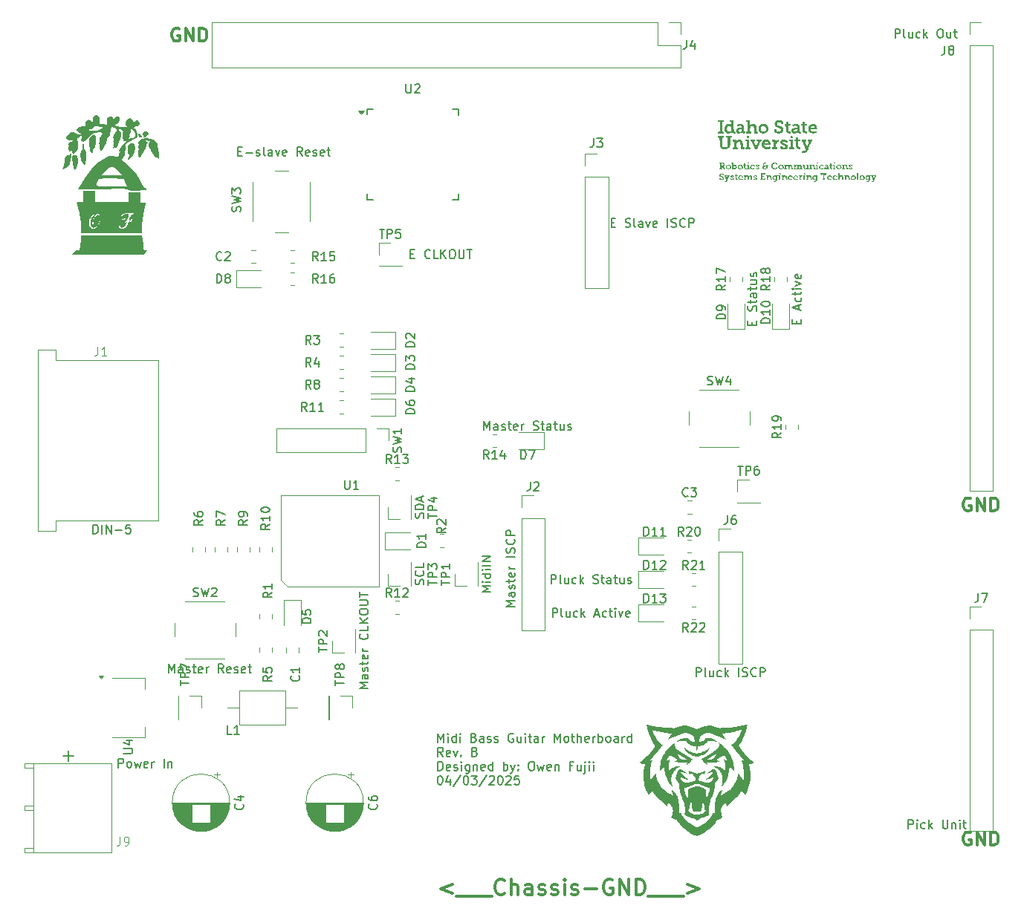
<source format=gbr>
%TF.GenerationSoftware,KiCad,Pcbnew,9.0.0*%
%TF.CreationDate,2025-04-03T15:03:38-06:00*%
%TF.ProjectId,Midi Bass Sch,4d696469-2042-4617-9373-205363682e6b,rev?*%
%TF.SameCoordinates,Original*%
%TF.FileFunction,Legend,Top*%
%TF.FilePolarity,Positive*%
%FSLAX46Y46*%
G04 Gerber Fmt 4.6, Leading zero omitted, Abs format (unit mm)*
G04 Created by KiCad (PCBNEW 9.0.0) date 2025-04-03 15:03:38*
%MOMM*%
%LPD*%
G01*
G04 APERTURE LIST*
%ADD10C,0.300000*%
%ADD11C,0.355600*%
%ADD12C,0.190500*%
%ADD13C,0.150000*%
%ADD14C,0.100000*%
%ADD15C,0.120000*%
%ADD16C,0.000000*%
G04 APERTURE END LIST*
D10*
X192475225Y-220622257D02*
X192332368Y-220550828D01*
X192332368Y-220550828D02*
X192118082Y-220550828D01*
X192118082Y-220550828D02*
X191903796Y-220622257D01*
X191903796Y-220622257D02*
X191760939Y-220765114D01*
X191760939Y-220765114D02*
X191689510Y-220907971D01*
X191689510Y-220907971D02*
X191618082Y-221193685D01*
X191618082Y-221193685D02*
X191618082Y-221407971D01*
X191618082Y-221407971D02*
X191689510Y-221693685D01*
X191689510Y-221693685D02*
X191760939Y-221836542D01*
X191760939Y-221836542D02*
X191903796Y-221979400D01*
X191903796Y-221979400D02*
X192118082Y-222050828D01*
X192118082Y-222050828D02*
X192260939Y-222050828D01*
X192260939Y-222050828D02*
X192475225Y-221979400D01*
X192475225Y-221979400D02*
X192546653Y-221907971D01*
X192546653Y-221907971D02*
X192546653Y-221407971D01*
X192546653Y-221407971D02*
X192260939Y-221407971D01*
X193189510Y-222050828D02*
X193189510Y-220550828D01*
X193189510Y-220550828D02*
X194046653Y-222050828D01*
X194046653Y-222050828D02*
X194046653Y-220550828D01*
X194760939Y-222050828D02*
X194760939Y-220550828D01*
X194760939Y-220550828D02*
X195118082Y-220550828D01*
X195118082Y-220550828D02*
X195332368Y-220622257D01*
X195332368Y-220622257D02*
X195475225Y-220765114D01*
X195475225Y-220765114D02*
X195546654Y-220907971D01*
X195546654Y-220907971D02*
X195618082Y-221193685D01*
X195618082Y-221193685D02*
X195618082Y-221407971D01*
X195618082Y-221407971D02*
X195546654Y-221693685D01*
X195546654Y-221693685D02*
X195475225Y-221836542D01*
X195475225Y-221836542D02*
X195332368Y-221979400D01*
X195332368Y-221979400D02*
X195118082Y-222050828D01*
X195118082Y-222050828D02*
X194760939Y-222050828D01*
D11*
X133456947Y-226543582D02*
X132102280Y-227051582D01*
X132102280Y-227051582D02*
X133456947Y-227559582D01*
X133880280Y-227898249D02*
X135234946Y-227898249D01*
X135234947Y-227898249D02*
X136589613Y-227898249D01*
X136589614Y-227898249D02*
X137944280Y-227898249D01*
X139383614Y-227559582D02*
X139298947Y-227644249D01*
X139298947Y-227644249D02*
X139044947Y-227728915D01*
X139044947Y-227728915D02*
X138875614Y-227728915D01*
X138875614Y-227728915D02*
X138621614Y-227644249D01*
X138621614Y-227644249D02*
X138452281Y-227474915D01*
X138452281Y-227474915D02*
X138367614Y-227305582D01*
X138367614Y-227305582D02*
X138282947Y-226966915D01*
X138282947Y-226966915D02*
X138282947Y-226712915D01*
X138282947Y-226712915D02*
X138367614Y-226374249D01*
X138367614Y-226374249D02*
X138452281Y-226204915D01*
X138452281Y-226204915D02*
X138621614Y-226035582D01*
X138621614Y-226035582D02*
X138875614Y-225950915D01*
X138875614Y-225950915D02*
X139044947Y-225950915D01*
X139044947Y-225950915D02*
X139298947Y-226035582D01*
X139298947Y-226035582D02*
X139383614Y-226120249D01*
X140145614Y-227728915D02*
X140145614Y-225950915D01*
X140907614Y-227728915D02*
X140907614Y-226797582D01*
X140907614Y-226797582D02*
X140822947Y-226628249D01*
X140822947Y-226628249D02*
X140653614Y-226543582D01*
X140653614Y-226543582D02*
X140399614Y-226543582D01*
X140399614Y-226543582D02*
X140230281Y-226628249D01*
X140230281Y-226628249D02*
X140145614Y-226712915D01*
X142516281Y-227728915D02*
X142516281Y-226797582D01*
X142516281Y-226797582D02*
X142431614Y-226628249D01*
X142431614Y-226628249D02*
X142262281Y-226543582D01*
X142262281Y-226543582D02*
X141923614Y-226543582D01*
X141923614Y-226543582D02*
X141754281Y-226628249D01*
X142516281Y-227644249D02*
X142346948Y-227728915D01*
X142346948Y-227728915D02*
X141923614Y-227728915D01*
X141923614Y-227728915D02*
X141754281Y-227644249D01*
X141754281Y-227644249D02*
X141669614Y-227474915D01*
X141669614Y-227474915D02*
X141669614Y-227305582D01*
X141669614Y-227305582D02*
X141754281Y-227136249D01*
X141754281Y-227136249D02*
X141923614Y-227051582D01*
X141923614Y-227051582D02*
X142346948Y-227051582D01*
X142346948Y-227051582D02*
X142516281Y-226966915D01*
X143278281Y-227644249D02*
X143447615Y-227728915D01*
X143447615Y-227728915D02*
X143786281Y-227728915D01*
X143786281Y-227728915D02*
X143955615Y-227644249D01*
X143955615Y-227644249D02*
X144040281Y-227474915D01*
X144040281Y-227474915D02*
X144040281Y-227390249D01*
X144040281Y-227390249D02*
X143955615Y-227220915D01*
X143955615Y-227220915D02*
X143786281Y-227136249D01*
X143786281Y-227136249D02*
X143532281Y-227136249D01*
X143532281Y-227136249D02*
X143362948Y-227051582D01*
X143362948Y-227051582D02*
X143278281Y-226882249D01*
X143278281Y-226882249D02*
X143278281Y-226797582D01*
X143278281Y-226797582D02*
X143362948Y-226628249D01*
X143362948Y-226628249D02*
X143532281Y-226543582D01*
X143532281Y-226543582D02*
X143786281Y-226543582D01*
X143786281Y-226543582D02*
X143955615Y-226628249D01*
X144717614Y-227644249D02*
X144886948Y-227728915D01*
X144886948Y-227728915D02*
X145225614Y-227728915D01*
X145225614Y-227728915D02*
X145394948Y-227644249D01*
X145394948Y-227644249D02*
X145479614Y-227474915D01*
X145479614Y-227474915D02*
X145479614Y-227390249D01*
X145479614Y-227390249D02*
X145394948Y-227220915D01*
X145394948Y-227220915D02*
X145225614Y-227136249D01*
X145225614Y-227136249D02*
X144971614Y-227136249D01*
X144971614Y-227136249D02*
X144802281Y-227051582D01*
X144802281Y-227051582D02*
X144717614Y-226882249D01*
X144717614Y-226882249D02*
X144717614Y-226797582D01*
X144717614Y-226797582D02*
X144802281Y-226628249D01*
X144802281Y-226628249D02*
X144971614Y-226543582D01*
X144971614Y-226543582D02*
X145225614Y-226543582D01*
X145225614Y-226543582D02*
X145394948Y-226628249D01*
X146241614Y-227728915D02*
X146241614Y-226543582D01*
X146241614Y-225950915D02*
X146156947Y-226035582D01*
X146156947Y-226035582D02*
X146241614Y-226120249D01*
X146241614Y-226120249D02*
X146326281Y-226035582D01*
X146326281Y-226035582D02*
X146241614Y-225950915D01*
X146241614Y-225950915D02*
X146241614Y-226120249D01*
X147003614Y-227644249D02*
X147172948Y-227728915D01*
X147172948Y-227728915D02*
X147511614Y-227728915D01*
X147511614Y-227728915D02*
X147680948Y-227644249D01*
X147680948Y-227644249D02*
X147765614Y-227474915D01*
X147765614Y-227474915D02*
X147765614Y-227390249D01*
X147765614Y-227390249D02*
X147680948Y-227220915D01*
X147680948Y-227220915D02*
X147511614Y-227136249D01*
X147511614Y-227136249D02*
X147257614Y-227136249D01*
X147257614Y-227136249D02*
X147088281Y-227051582D01*
X147088281Y-227051582D02*
X147003614Y-226882249D01*
X147003614Y-226882249D02*
X147003614Y-226797582D01*
X147003614Y-226797582D02*
X147088281Y-226628249D01*
X147088281Y-226628249D02*
X147257614Y-226543582D01*
X147257614Y-226543582D02*
X147511614Y-226543582D01*
X147511614Y-226543582D02*
X147680948Y-226628249D01*
X148527614Y-227051582D02*
X149882281Y-227051582D01*
X151660280Y-226035582D02*
X151490947Y-225950915D01*
X151490947Y-225950915D02*
X151236947Y-225950915D01*
X151236947Y-225950915D02*
X150982947Y-226035582D01*
X150982947Y-226035582D02*
X150813614Y-226204915D01*
X150813614Y-226204915D02*
X150728947Y-226374249D01*
X150728947Y-226374249D02*
X150644280Y-226712915D01*
X150644280Y-226712915D02*
X150644280Y-226966915D01*
X150644280Y-226966915D02*
X150728947Y-227305582D01*
X150728947Y-227305582D02*
X150813614Y-227474915D01*
X150813614Y-227474915D02*
X150982947Y-227644249D01*
X150982947Y-227644249D02*
X151236947Y-227728915D01*
X151236947Y-227728915D02*
X151406280Y-227728915D01*
X151406280Y-227728915D02*
X151660280Y-227644249D01*
X151660280Y-227644249D02*
X151744947Y-227559582D01*
X151744947Y-227559582D02*
X151744947Y-226966915D01*
X151744947Y-226966915D02*
X151406280Y-226966915D01*
X152506947Y-227728915D02*
X152506947Y-225950915D01*
X152506947Y-225950915D02*
X153522947Y-227728915D01*
X153522947Y-227728915D02*
X153522947Y-225950915D01*
X154369614Y-227728915D02*
X154369614Y-225950915D01*
X154369614Y-225950915D02*
X154792947Y-225950915D01*
X154792947Y-225950915D02*
X155046947Y-226035582D01*
X155046947Y-226035582D02*
X155216281Y-226204915D01*
X155216281Y-226204915D02*
X155300947Y-226374249D01*
X155300947Y-226374249D02*
X155385614Y-226712915D01*
X155385614Y-226712915D02*
X155385614Y-226966915D01*
X155385614Y-226966915D02*
X155300947Y-227305582D01*
X155300947Y-227305582D02*
X155216281Y-227474915D01*
X155216281Y-227474915D02*
X155046947Y-227644249D01*
X155046947Y-227644249D02*
X154792947Y-227728915D01*
X154792947Y-227728915D02*
X154369614Y-227728915D01*
X155724281Y-227898249D02*
X157078947Y-227898249D01*
X157078948Y-227898249D02*
X158433614Y-227898249D01*
X158433615Y-227898249D02*
X159788281Y-227898249D01*
X160211615Y-226543582D02*
X161566282Y-227051582D01*
X161566282Y-227051582D02*
X160211615Y-227559582D01*
D12*
X89676986Y-211308185D02*
X89676986Y-212469328D01*
X89096414Y-211888756D02*
X90257557Y-211888756D01*
D10*
X102305225Y-128937257D02*
X102162368Y-128865828D01*
X102162368Y-128865828D02*
X101948082Y-128865828D01*
X101948082Y-128865828D02*
X101733796Y-128937257D01*
X101733796Y-128937257D02*
X101590939Y-129080114D01*
X101590939Y-129080114D02*
X101519510Y-129222971D01*
X101519510Y-129222971D02*
X101448082Y-129508685D01*
X101448082Y-129508685D02*
X101448082Y-129722971D01*
X101448082Y-129722971D02*
X101519510Y-130008685D01*
X101519510Y-130008685D02*
X101590939Y-130151542D01*
X101590939Y-130151542D02*
X101733796Y-130294400D01*
X101733796Y-130294400D02*
X101948082Y-130365828D01*
X101948082Y-130365828D02*
X102090939Y-130365828D01*
X102090939Y-130365828D02*
X102305225Y-130294400D01*
X102305225Y-130294400D02*
X102376653Y-130222971D01*
X102376653Y-130222971D02*
X102376653Y-129722971D01*
X102376653Y-129722971D02*
X102090939Y-129722971D01*
X103019510Y-130365828D02*
X103019510Y-128865828D01*
X103019510Y-128865828D02*
X103876653Y-130365828D01*
X103876653Y-130365828D02*
X103876653Y-128865828D01*
X104590939Y-130365828D02*
X104590939Y-128865828D01*
X104590939Y-128865828D02*
X104948082Y-128865828D01*
X104948082Y-128865828D02*
X105162368Y-128937257D01*
X105162368Y-128937257D02*
X105305225Y-129080114D01*
X105305225Y-129080114D02*
X105376654Y-129222971D01*
X105376654Y-129222971D02*
X105448082Y-129508685D01*
X105448082Y-129508685D02*
X105448082Y-129722971D01*
X105448082Y-129722971D02*
X105376654Y-130008685D01*
X105376654Y-130008685D02*
X105305225Y-130151542D01*
X105305225Y-130151542D02*
X105162368Y-130294400D01*
X105162368Y-130294400D02*
X104948082Y-130365828D01*
X104948082Y-130365828D02*
X104590939Y-130365828D01*
D13*
X131781779Y-210304987D02*
X131781779Y-209304987D01*
X131781779Y-209304987D02*
X132115112Y-210019272D01*
X132115112Y-210019272D02*
X132448445Y-209304987D01*
X132448445Y-209304987D02*
X132448445Y-210304987D01*
X132924636Y-210304987D02*
X132924636Y-209638320D01*
X132924636Y-209304987D02*
X132877017Y-209352606D01*
X132877017Y-209352606D02*
X132924636Y-209400225D01*
X132924636Y-209400225D02*
X132972255Y-209352606D01*
X132972255Y-209352606D02*
X132924636Y-209304987D01*
X132924636Y-209304987D02*
X132924636Y-209400225D01*
X133829397Y-210304987D02*
X133829397Y-209304987D01*
X133829397Y-210257368D02*
X133734159Y-210304987D01*
X133734159Y-210304987D02*
X133543683Y-210304987D01*
X133543683Y-210304987D02*
X133448445Y-210257368D01*
X133448445Y-210257368D02*
X133400826Y-210209748D01*
X133400826Y-210209748D02*
X133353207Y-210114510D01*
X133353207Y-210114510D02*
X133353207Y-209828796D01*
X133353207Y-209828796D02*
X133400826Y-209733558D01*
X133400826Y-209733558D02*
X133448445Y-209685939D01*
X133448445Y-209685939D02*
X133543683Y-209638320D01*
X133543683Y-209638320D02*
X133734159Y-209638320D01*
X133734159Y-209638320D02*
X133829397Y-209685939D01*
X134305588Y-210304987D02*
X134305588Y-209638320D01*
X134305588Y-209304987D02*
X134257969Y-209352606D01*
X134257969Y-209352606D02*
X134305588Y-209400225D01*
X134305588Y-209400225D02*
X134353207Y-209352606D01*
X134353207Y-209352606D02*
X134305588Y-209304987D01*
X134305588Y-209304987D02*
X134305588Y-209400225D01*
X135877016Y-209781177D02*
X136019873Y-209828796D01*
X136019873Y-209828796D02*
X136067492Y-209876415D01*
X136067492Y-209876415D02*
X136115111Y-209971653D01*
X136115111Y-209971653D02*
X136115111Y-210114510D01*
X136115111Y-210114510D02*
X136067492Y-210209748D01*
X136067492Y-210209748D02*
X136019873Y-210257368D01*
X136019873Y-210257368D02*
X135924635Y-210304987D01*
X135924635Y-210304987D02*
X135543683Y-210304987D01*
X135543683Y-210304987D02*
X135543683Y-209304987D01*
X135543683Y-209304987D02*
X135877016Y-209304987D01*
X135877016Y-209304987D02*
X135972254Y-209352606D01*
X135972254Y-209352606D02*
X136019873Y-209400225D01*
X136019873Y-209400225D02*
X136067492Y-209495463D01*
X136067492Y-209495463D02*
X136067492Y-209590701D01*
X136067492Y-209590701D02*
X136019873Y-209685939D01*
X136019873Y-209685939D02*
X135972254Y-209733558D01*
X135972254Y-209733558D02*
X135877016Y-209781177D01*
X135877016Y-209781177D02*
X135543683Y-209781177D01*
X136972254Y-210304987D02*
X136972254Y-209781177D01*
X136972254Y-209781177D02*
X136924635Y-209685939D01*
X136924635Y-209685939D02*
X136829397Y-209638320D01*
X136829397Y-209638320D02*
X136638921Y-209638320D01*
X136638921Y-209638320D02*
X136543683Y-209685939D01*
X136972254Y-210257368D02*
X136877016Y-210304987D01*
X136877016Y-210304987D02*
X136638921Y-210304987D01*
X136638921Y-210304987D02*
X136543683Y-210257368D01*
X136543683Y-210257368D02*
X136496064Y-210162129D01*
X136496064Y-210162129D02*
X136496064Y-210066891D01*
X136496064Y-210066891D02*
X136543683Y-209971653D01*
X136543683Y-209971653D02*
X136638921Y-209924034D01*
X136638921Y-209924034D02*
X136877016Y-209924034D01*
X136877016Y-209924034D02*
X136972254Y-209876415D01*
X137400826Y-210257368D02*
X137496064Y-210304987D01*
X137496064Y-210304987D02*
X137686540Y-210304987D01*
X137686540Y-210304987D02*
X137781778Y-210257368D01*
X137781778Y-210257368D02*
X137829397Y-210162129D01*
X137829397Y-210162129D02*
X137829397Y-210114510D01*
X137829397Y-210114510D02*
X137781778Y-210019272D01*
X137781778Y-210019272D02*
X137686540Y-209971653D01*
X137686540Y-209971653D02*
X137543683Y-209971653D01*
X137543683Y-209971653D02*
X137448445Y-209924034D01*
X137448445Y-209924034D02*
X137400826Y-209828796D01*
X137400826Y-209828796D02*
X137400826Y-209781177D01*
X137400826Y-209781177D02*
X137448445Y-209685939D01*
X137448445Y-209685939D02*
X137543683Y-209638320D01*
X137543683Y-209638320D02*
X137686540Y-209638320D01*
X137686540Y-209638320D02*
X137781778Y-209685939D01*
X138210350Y-210257368D02*
X138305588Y-210304987D01*
X138305588Y-210304987D02*
X138496064Y-210304987D01*
X138496064Y-210304987D02*
X138591302Y-210257368D01*
X138591302Y-210257368D02*
X138638921Y-210162129D01*
X138638921Y-210162129D02*
X138638921Y-210114510D01*
X138638921Y-210114510D02*
X138591302Y-210019272D01*
X138591302Y-210019272D02*
X138496064Y-209971653D01*
X138496064Y-209971653D02*
X138353207Y-209971653D01*
X138353207Y-209971653D02*
X138257969Y-209924034D01*
X138257969Y-209924034D02*
X138210350Y-209828796D01*
X138210350Y-209828796D02*
X138210350Y-209781177D01*
X138210350Y-209781177D02*
X138257969Y-209685939D01*
X138257969Y-209685939D02*
X138353207Y-209638320D01*
X138353207Y-209638320D02*
X138496064Y-209638320D01*
X138496064Y-209638320D02*
X138591302Y-209685939D01*
X140353207Y-209352606D02*
X140257969Y-209304987D01*
X140257969Y-209304987D02*
X140115112Y-209304987D01*
X140115112Y-209304987D02*
X139972255Y-209352606D01*
X139972255Y-209352606D02*
X139877017Y-209447844D01*
X139877017Y-209447844D02*
X139829398Y-209543082D01*
X139829398Y-209543082D02*
X139781779Y-209733558D01*
X139781779Y-209733558D02*
X139781779Y-209876415D01*
X139781779Y-209876415D02*
X139829398Y-210066891D01*
X139829398Y-210066891D02*
X139877017Y-210162129D01*
X139877017Y-210162129D02*
X139972255Y-210257368D01*
X139972255Y-210257368D02*
X140115112Y-210304987D01*
X140115112Y-210304987D02*
X140210350Y-210304987D01*
X140210350Y-210304987D02*
X140353207Y-210257368D01*
X140353207Y-210257368D02*
X140400826Y-210209748D01*
X140400826Y-210209748D02*
X140400826Y-209876415D01*
X140400826Y-209876415D02*
X140210350Y-209876415D01*
X141257969Y-209638320D02*
X141257969Y-210304987D01*
X140829398Y-209638320D02*
X140829398Y-210162129D01*
X140829398Y-210162129D02*
X140877017Y-210257368D01*
X140877017Y-210257368D02*
X140972255Y-210304987D01*
X140972255Y-210304987D02*
X141115112Y-210304987D01*
X141115112Y-210304987D02*
X141210350Y-210257368D01*
X141210350Y-210257368D02*
X141257969Y-210209748D01*
X141734160Y-210304987D02*
X141734160Y-209638320D01*
X141734160Y-209304987D02*
X141686541Y-209352606D01*
X141686541Y-209352606D02*
X141734160Y-209400225D01*
X141734160Y-209400225D02*
X141781779Y-209352606D01*
X141781779Y-209352606D02*
X141734160Y-209304987D01*
X141734160Y-209304987D02*
X141734160Y-209400225D01*
X142067493Y-209638320D02*
X142448445Y-209638320D01*
X142210350Y-209304987D02*
X142210350Y-210162129D01*
X142210350Y-210162129D02*
X142257969Y-210257368D01*
X142257969Y-210257368D02*
X142353207Y-210304987D01*
X142353207Y-210304987D02*
X142448445Y-210304987D01*
X143210350Y-210304987D02*
X143210350Y-209781177D01*
X143210350Y-209781177D02*
X143162731Y-209685939D01*
X143162731Y-209685939D02*
X143067493Y-209638320D01*
X143067493Y-209638320D02*
X142877017Y-209638320D01*
X142877017Y-209638320D02*
X142781779Y-209685939D01*
X143210350Y-210257368D02*
X143115112Y-210304987D01*
X143115112Y-210304987D02*
X142877017Y-210304987D01*
X142877017Y-210304987D02*
X142781779Y-210257368D01*
X142781779Y-210257368D02*
X142734160Y-210162129D01*
X142734160Y-210162129D02*
X142734160Y-210066891D01*
X142734160Y-210066891D02*
X142781779Y-209971653D01*
X142781779Y-209971653D02*
X142877017Y-209924034D01*
X142877017Y-209924034D02*
X143115112Y-209924034D01*
X143115112Y-209924034D02*
X143210350Y-209876415D01*
X143686541Y-210304987D02*
X143686541Y-209638320D01*
X143686541Y-209828796D02*
X143734160Y-209733558D01*
X143734160Y-209733558D02*
X143781779Y-209685939D01*
X143781779Y-209685939D02*
X143877017Y-209638320D01*
X143877017Y-209638320D02*
X143972255Y-209638320D01*
X145067494Y-210304987D02*
X145067494Y-209304987D01*
X145067494Y-209304987D02*
X145400827Y-210019272D01*
X145400827Y-210019272D02*
X145734160Y-209304987D01*
X145734160Y-209304987D02*
X145734160Y-210304987D01*
X146353208Y-210304987D02*
X146257970Y-210257368D01*
X146257970Y-210257368D02*
X146210351Y-210209748D01*
X146210351Y-210209748D02*
X146162732Y-210114510D01*
X146162732Y-210114510D02*
X146162732Y-209828796D01*
X146162732Y-209828796D02*
X146210351Y-209733558D01*
X146210351Y-209733558D02*
X146257970Y-209685939D01*
X146257970Y-209685939D02*
X146353208Y-209638320D01*
X146353208Y-209638320D02*
X146496065Y-209638320D01*
X146496065Y-209638320D02*
X146591303Y-209685939D01*
X146591303Y-209685939D02*
X146638922Y-209733558D01*
X146638922Y-209733558D02*
X146686541Y-209828796D01*
X146686541Y-209828796D02*
X146686541Y-210114510D01*
X146686541Y-210114510D02*
X146638922Y-210209748D01*
X146638922Y-210209748D02*
X146591303Y-210257368D01*
X146591303Y-210257368D02*
X146496065Y-210304987D01*
X146496065Y-210304987D02*
X146353208Y-210304987D01*
X146972256Y-209638320D02*
X147353208Y-209638320D01*
X147115113Y-209304987D02*
X147115113Y-210162129D01*
X147115113Y-210162129D02*
X147162732Y-210257368D01*
X147162732Y-210257368D02*
X147257970Y-210304987D01*
X147257970Y-210304987D02*
X147353208Y-210304987D01*
X147686542Y-210304987D02*
X147686542Y-209304987D01*
X148115113Y-210304987D02*
X148115113Y-209781177D01*
X148115113Y-209781177D02*
X148067494Y-209685939D01*
X148067494Y-209685939D02*
X147972256Y-209638320D01*
X147972256Y-209638320D02*
X147829399Y-209638320D01*
X147829399Y-209638320D02*
X147734161Y-209685939D01*
X147734161Y-209685939D02*
X147686542Y-209733558D01*
X148972256Y-210257368D02*
X148877018Y-210304987D01*
X148877018Y-210304987D02*
X148686542Y-210304987D01*
X148686542Y-210304987D02*
X148591304Y-210257368D01*
X148591304Y-210257368D02*
X148543685Y-210162129D01*
X148543685Y-210162129D02*
X148543685Y-209781177D01*
X148543685Y-209781177D02*
X148591304Y-209685939D01*
X148591304Y-209685939D02*
X148686542Y-209638320D01*
X148686542Y-209638320D02*
X148877018Y-209638320D01*
X148877018Y-209638320D02*
X148972256Y-209685939D01*
X148972256Y-209685939D02*
X149019875Y-209781177D01*
X149019875Y-209781177D02*
X149019875Y-209876415D01*
X149019875Y-209876415D02*
X148543685Y-209971653D01*
X149448447Y-210304987D02*
X149448447Y-209638320D01*
X149448447Y-209828796D02*
X149496066Y-209733558D01*
X149496066Y-209733558D02*
X149543685Y-209685939D01*
X149543685Y-209685939D02*
X149638923Y-209638320D01*
X149638923Y-209638320D02*
X149734161Y-209638320D01*
X150067495Y-210304987D02*
X150067495Y-209304987D01*
X150067495Y-209685939D02*
X150162733Y-209638320D01*
X150162733Y-209638320D02*
X150353209Y-209638320D01*
X150353209Y-209638320D02*
X150448447Y-209685939D01*
X150448447Y-209685939D02*
X150496066Y-209733558D01*
X150496066Y-209733558D02*
X150543685Y-209828796D01*
X150543685Y-209828796D02*
X150543685Y-210114510D01*
X150543685Y-210114510D02*
X150496066Y-210209748D01*
X150496066Y-210209748D02*
X150448447Y-210257368D01*
X150448447Y-210257368D02*
X150353209Y-210304987D01*
X150353209Y-210304987D02*
X150162733Y-210304987D01*
X150162733Y-210304987D02*
X150067495Y-210257368D01*
X151115114Y-210304987D02*
X151019876Y-210257368D01*
X151019876Y-210257368D02*
X150972257Y-210209748D01*
X150972257Y-210209748D02*
X150924638Y-210114510D01*
X150924638Y-210114510D02*
X150924638Y-209828796D01*
X150924638Y-209828796D02*
X150972257Y-209733558D01*
X150972257Y-209733558D02*
X151019876Y-209685939D01*
X151019876Y-209685939D02*
X151115114Y-209638320D01*
X151115114Y-209638320D02*
X151257971Y-209638320D01*
X151257971Y-209638320D02*
X151353209Y-209685939D01*
X151353209Y-209685939D02*
X151400828Y-209733558D01*
X151400828Y-209733558D02*
X151448447Y-209828796D01*
X151448447Y-209828796D02*
X151448447Y-210114510D01*
X151448447Y-210114510D02*
X151400828Y-210209748D01*
X151400828Y-210209748D02*
X151353209Y-210257368D01*
X151353209Y-210257368D02*
X151257971Y-210304987D01*
X151257971Y-210304987D02*
X151115114Y-210304987D01*
X152305590Y-210304987D02*
X152305590Y-209781177D01*
X152305590Y-209781177D02*
X152257971Y-209685939D01*
X152257971Y-209685939D02*
X152162733Y-209638320D01*
X152162733Y-209638320D02*
X151972257Y-209638320D01*
X151972257Y-209638320D02*
X151877019Y-209685939D01*
X152305590Y-210257368D02*
X152210352Y-210304987D01*
X152210352Y-210304987D02*
X151972257Y-210304987D01*
X151972257Y-210304987D02*
X151877019Y-210257368D01*
X151877019Y-210257368D02*
X151829400Y-210162129D01*
X151829400Y-210162129D02*
X151829400Y-210066891D01*
X151829400Y-210066891D02*
X151877019Y-209971653D01*
X151877019Y-209971653D02*
X151972257Y-209924034D01*
X151972257Y-209924034D02*
X152210352Y-209924034D01*
X152210352Y-209924034D02*
X152305590Y-209876415D01*
X152781781Y-210304987D02*
X152781781Y-209638320D01*
X152781781Y-209828796D02*
X152829400Y-209733558D01*
X152829400Y-209733558D02*
X152877019Y-209685939D01*
X152877019Y-209685939D02*
X152972257Y-209638320D01*
X152972257Y-209638320D02*
X153067495Y-209638320D01*
X153829400Y-210304987D02*
X153829400Y-209304987D01*
X153829400Y-210257368D02*
X153734162Y-210304987D01*
X153734162Y-210304987D02*
X153543686Y-210304987D01*
X153543686Y-210304987D02*
X153448448Y-210257368D01*
X153448448Y-210257368D02*
X153400829Y-210209748D01*
X153400829Y-210209748D02*
X153353210Y-210114510D01*
X153353210Y-210114510D02*
X153353210Y-209828796D01*
X153353210Y-209828796D02*
X153400829Y-209733558D01*
X153400829Y-209733558D02*
X153448448Y-209685939D01*
X153448448Y-209685939D02*
X153543686Y-209638320D01*
X153543686Y-209638320D02*
X153734162Y-209638320D01*
X153734162Y-209638320D02*
X153829400Y-209685939D01*
X132353207Y-211914931D02*
X132019874Y-211438740D01*
X131781779Y-211914931D02*
X131781779Y-210914931D01*
X131781779Y-210914931D02*
X132162731Y-210914931D01*
X132162731Y-210914931D02*
X132257969Y-210962550D01*
X132257969Y-210962550D02*
X132305588Y-211010169D01*
X132305588Y-211010169D02*
X132353207Y-211105407D01*
X132353207Y-211105407D02*
X132353207Y-211248264D01*
X132353207Y-211248264D02*
X132305588Y-211343502D01*
X132305588Y-211343502D02*
X132257969Y-211391121D01*
X132257969Y-211391121D02*
X132162731Y-211438740D01*
X132162731Y-211438740D02*
X131781779Y-211438740D01*
X133162731Y-211867312D02*
X133067493Y-211914931D01*
X133067493Y-211914931D02*
X132877017Y-211914931D01*
X132877017Y-211914931D02*
X132781779Y-211867312D01*
X132781779Y-211867312D02*
X132734160Y-211772073D01*
X132734160Y-211772073D02*
X132734160Y-211391121D01*
X132734160Y-211391121D02*
X132781779Y-211295883D01*
X132781779Y-211295883D02*
X132877017Y-211248264D01*
X132877017Y-211248264D02*
X133067493Y-211248264D01*
X133067493Y-211248264D02*
X133162731Y-211295883D01*
X133162731Y-211295883D02*
X133210350Y-211391121D01*
X133210350Y-211391121D02*
X133210350Y-211486359D01*
X133210350Y-211486359D02*
X132734160Y-211581597D01*
X133543684Y-211248264D02*
X133781779Y-211914931D01*
X133781779Y-211914931D02*
X134019874Y-211248264D01*
X134400827Y-211819692D02*
X134448446Y-211867312D01*
X134448446Y-211867312D02*
X134400827Y-211914931D01*
X134400827Y-211914931D02*
X134353208Y-211867312D01*
X134353208Y-211867312D02*
X134400827Y-211819692D01*
X134400827Y-211819692D02*
X134400827Y-211914931D01*
X135972255Y-211391121D02*
X136115112Y-211438740D01*
X136115112Y-211438740D02*
X136162731Y-211486359D01*
X136162731Y-211486359D02*
X136210350Y-211581597D01*
X136210350Y-211581597D02*
X136210350Y-211724454D01*
X136210350Y-211724454D02*
X136162731Y-211819692D01*
X136162731Y-211819692D02*
X136115112Y-211867312D01*
X136115112Y-211867312D02*
X136019874Y-211914931D01*
X136019874Y-211914931D02*
X135638922Y-211914931D01*
X135638922Y-211914931D02*
X135638922Y-210914931D01*
X135638922Y-210914931D02*
X135972255Y-210914931D01*
X135972255Y-210914931D02*
X136067493Y-210962550D01*
X136067493Y-210962550D02*
X136115112Y-211010169D01*
X136115112Y-211010169D02*
X136162731Y-211105407D01*
X136162731Y-211105407D02*
X136162731Y-211200645D01*
X136162731Y-211200645D02*
X136115112Y-211295883D01*
X136115112Y-211295883D02*
X136067493Y-211343502D01*
X136067493Y-211343502D02*
X135972255Y-211391121D01*
X135972255Y-211391121D02*
X135638922Y-211391121D01*
X131781779Y-213524875D02*
X131781779Y-212524875D01*
X131781779Y-212524875D02*
X132019874Y-212524875D01*
X132019874Y-212524875D02*
X132162731Y-212572494D01*
X132162731Y-212572494D02*
X132257969Y-212667732D01*
X132257969Y-212667732D02*
X132305588Y-212762970D01*
X132305588Y-212762970D02*
X132353207Y-212953446D01*
X132353207Y-212953446D02*
X132353207Y-213096303D01*
X132353207Y-213096303D02*
X132305588Y-213286779D01*
X132305588Y-213286779D02*
X132257969Y-213382017D01*
X132257969Y-213382017D02*
X132162731Y-213477256D01*
X132162731Y-213477256D02*
X132019874Y-213524875D01*
X132019874Y-213524875D02*
X131781779Y-213524875D01*
X133162731Y-213477256D02*
X133067493Y-213524875D01*
X133067493Y-213524875D02*
X132877017Y-213524875D01*
X132877017Y-213524875D02*
X132781779Y-213477256D01*
X132781779Y-213477256D02*
X132734160Y-213382017D01*
X132734160Y-213382017D02*
X132734160Y-213001065D01*
X132734160Y-213001065D02*
X132781779Y-212905827D01*
X132781779Y-212905827D02*
X132877017Y-212858208D01*
X132877017Y-212858208D02*
X133067493Y-212858208D01*
X133067493Y-212858208D02*
X133162731Y-212905827D01*
X133162731Y-212905827D02*
X133210350Y-213001065D01*
X133210350Y-213001065D02*
X133210350Y-213096303D01*
X133210350Y-213096303D02*
X132734160Y-213191541D01*
X133591303Y-213477256D02*
X133686541Y-213524875D01*
X133686541Y-213524875D02*
X133877017Y-213524875D01*
X133877017Y-213524875D02*
X133972255Y-213477256D01*
X133972255Y-213477256D02*
X134019874Y-213382017D01*
X134019874Y-213382017D02*
X134019874Y-213334398D01*
X134019874Y-213334398D02*
X133972255Y-213239160D01*
X133972255Y-213239160D02*
X133877017Y-213191541D01*
X133877017Y-213191541D02*
X133734160Y-213191541D01*
X133734160Y-213191541D02*
X133638922Y-213143922D01*
X133638922Y-213143922D02*
X133591303Y-213048684D01*
X133591303Y-213048684D02*
X133591303Y-213001065D01*
X133591303Y-213001065D02*
X133638922Y-212905827D01*
X133638922Y-212905827D02*
X133734160Y-212858208D01*
X133734160Y-212858208D02*
X133877017Y-212858208D01*
X133877017Y-212858208D02*
X133972255Y-212905827D01*
X134448446Y-213524875D02*
X134448446Y-212858208D01*
X134448446Y-212524875D02*
X134400827Y-212572494D01*
X134400827Y-212572494D02*
X134448446Y-212620113D01*
X134448446Y-212620113D02*
X134496065Y-212572494D01*
X134496065Y-212572494D02*
X134448446Y-212524875D01*
X134448446Y-212524875D02*
X134448446Y-212620113D01*
X135353207Y-212858208D02*
X135353207Y-213667732D01*
X135353207Y-213667732D02*
X135305588Y-213762970D01*
X135305588Y-213762970D02*
X135257969Y-213810589D01*
X135257969Y-213810589D02*
X135162731Y-213858208D01*
X135162731Y-213858208D02*
X135019874Y-213858208D01*
X135019874Y-213858208D02*
X134924636Y-213810589D01*
X135353207Y-213477256D02*
X135257969Y-213524875D01*
X135257969Y-213524875D02*
X135067493Y-213524875D01*
X135067493Y-213524875D02*
X134972255Y-213477256D01*
X134972255Y-213477256D02*
X134924636Y-213429636D01*
X134924636Y-213429636D02*
X134877017Y-213334398D01*
X134877017Y-213334398D02*
X134877017Y-213048684D01*
X134877017Y-213048684D02*
X134924636Y-212953446D01*
X134924636Y-212953446D02*
X134972255Y-212905827D01*
X134972255Y-212905827D02*
X135067493Y-212858208D01*
X135067493Y-212858208D02*
X135257969Y-212858208D01*
X135257969Y-212858208D02*
X135353207Y-212905827D01*
X135829398Y-212858208D02*
X135829398Y-213524875D01*
X135829398Y-212953446D02*
X135877017Y-212905827D01*
X135877017Y-212905827D02*
X135972255Y-212858208D01*
X135972255Y-212858208D02*
X136115112Y-212858208D01*
X136115112Y-212858208D02*
X136210350Y-212905827D01*
X136210350Y-212905827D02*
X136257969Y-213001065D01*
X136257969Y-213001065D02*
X136257969Y-213524875D01*
X137115112Y-213477256D02*
X137019874Y-213524875D01*
X137019874Y-213524875D02*
X136829398Y-213524875D01*
X136829398Y-213524875D02*
X136734160Y-213477256D01*
X136734160Y-213477256D02*
X136686541Y-213382017D01*
X136686541Y-213382017D02*
X136686541Y-213001065D01*
X136686541Y-213001065D02*
X136734160Y-212905827D01*
X136734160Y-212905827D02*
X136829398Y-212858208D01*
X136829398Y-212858208D02*
X137019874Y-212858208D01*
X137019874Y-212858208D02*
X137115112Y-212905827D01*
X137115112Y-212905827D02*
X137162731Y-213001065D01*
X137162731Y-213001065D02*
X137162731Y-213096303D01*
X137162731Y-213096303D02*
X136686541Y-213191541D01*
X138019874Y-213524875D02*
X138019874Y-212524875D01*
X138019874Y-213477256D02*
X137924636Y-213524875D01*
X137924636Y-213524875D02*
X137734160Y-213524875D01*
X137734160Y-213524875D02*
X137638922Y-213477256D01*
X137638922Y-213477256D02*
X137591303Y-213429636D01*
X137591303Y-213429636D02*
X137543684Y-213334398D01*
X137543684Y-213334398D02*
X137543684Y-213048684D01*
X137543684Y-213048684D02*
X137591303Y-212953446D01*
X137591303Y-212953446D02*
X137638922Y-212905827D01*
X137638922Y-212905827D02*
X137734160Y-212858208D01*
X137734160Y-212858208D02*
X137924636Y-212858208D01*
X137924636Y-212858208D02*
X138019874Y-212905827D01*
X139257970Y-213524875D02*
X139257970Y-212524875D01*
X139257970Y-212905827D02*
X139353208Y-212858208D01*
X139353208Y-212858208D02*
X139543684Y-212858208D01*
X139543684Y-212858208D02*
X139638922Y-212905827D01*
X139638922Y-212905827D02*
X139686541Y-212953446D01*
X139686541Y-212953446D02*
X139734160Y-213048684D01*
X139734160Y-213048684D02*
X139734160Y-213334398D01*
X139734160Y-213334398D02*
X139686541Y-213429636D01*
X139686541Y-213429636D02*
X139638922Y-213477256D01*
X139638922Y-213477256D02*
X139543684Y-213524875D01*
X139543684Y-213524875D02*
X139353208Y-213524875D01*
X139353208Y-213524875D02*
X139257970Y-213477256D01*
X140067494Y-212858208D02*
X140305589Y-213524875D01*
X140543684Y-212858208D02*
X140305589Y-213524875D01*
X140305589Y-213524875D02*
X140210351Y-213762970D01*
X140210351Y-213762970D02*
X140162732Y-213810589D01*
X140162732Y-213810589D02*
X140067494Y-213858208D01*
X140924637Y-213429636D02*
X140972256Y-213477256D01*
X140972256Y-213477256D02*
X140924637Y-213524875D01*
X140924637Y-213524875D02*
X140877018Y-213477256D01*
X140877018Y-213477256D02*
X140924637Y-213429636D01*
X140924637Y-213429636D02*
X140924637Y-213524875D01*
X140924637Y-212905827D02*
X140972256Y-212953446D01*
X140972256Y-212953446D02*
X140924637Y-213001065D01*
X140924637Y-213001065D02*
X140877018Y-212953446D01*
X140877018Y-212953446D02*
X140924637Y-212905827D01*
X140924637Y-212905827D02*
X140924637Y-213001065D01*
X142353208Y-212524875D02*
X142543684Y-212524875D01*
X142543684Y-212524875D02*
X142638922Y-212572494D01*
X142638922Y-212572494D02*
X142734160Y-212667732D01*
X142734160Y-212667732D02*
X142781779Y-212858208D01*
X142781779Y-212858208D02*
X142781779Y-213191541D01*
X142781779Y-213191541D02*
X142734160Y-213382017D01*
X142734160Y-213382017D02*
X142638922Y-213477256D01*
X142638922Y-213477256D02*
X142543684Y-213524875D01*
X142543684Y-213524875D02*
X142353208Y-213524875D01*
X142353208Y-213524875D02*
X142257970Y-213477256D01*
X142257970Y-213477256D02*
X142162732Y-213382017D01*
X142162732Y-213382017D02*
X142115113Y-213191541D01*
X142115113Y-213191541D02*
X142115113Y-212858208D01*
X142115113Y-212858208D02*
X142162732Y-212667732D01*
X142162732Y-212667732D02*
X142257970Y-212572494D01*
X142257970Y-212572494D02*
X142353208Y-212524875D01*
X143115113Y-212858208D02*
X143305589Y-213524875D01*
X143305589Y-213524875D02*
X143496065Y-213048684D01*
X143496065Y-213048684D02*
X143686541Y-213524875D01*
X143686541Y-213524875D02*
X143877017Y-212858208D01*
X144638922Y-213477256D02*
X144543684Y-213524875D01*
X144543684Y-213524875D02*
X144353208Y-213524875D01*
X144353208Y-213524875D02*
X144257970Y-213477256D01*
X144257970Y-213477256D02*
X144210351Y-213382017D01*
X144210351Y-213382017D02*
X144210351Y-213001065D01*
X144210351Y-213001065D02*
X144257970Y-212905827D01*
X144257970Y-212905827D02*
X144353208Y-212858208D01*
X144353208Y-212858208D02*
X144543684Y-212858208D01*
X144543684Y-212858208D02*
X144638922Y-212905827D01*
X144638922Y-212905827D02*
X144686541Y-213001065D01*
X144686541Y-213001065D02*
X144686541Y-213096303D01*
X144686541Y-213096303D02*
X144210351Y-213191541D01*
X145115113Y-212858208D02*
X145115113Y-213524875D01*
X145115113Y-212953446D02*
X145162732Y-212905827D01*
X145162732Y-212905827D02*
X145257970Y-212858208D01*
X145257970Y-212858208D02*
X145400827Y-212858208D01*
X145400827Y-212858208D02*
X145496065Y-212905827D01*
X145496065Y-212905827D02*
X145543684Y-213001065D01*
X145543684Y-213001065D02*
X145543684Y-213524875D01*
X147115113Y-213001065D02*
X146781780Y-213001065D01*
X146781780Y-213524875D02*
X146781780Y-212524875D01*
X146781780Y-212524875D02*
X147257970Y-212524875D01*
X148067494Y-212858208D02*
X148067494Y-213524875D01*
X147638923Y-212858208D02*
X147638923Y-213382017D01*
X147638923Y-213382017D02*
X147686542Y-213477256D01*
X147686542Y-213477256D02*
X147781780Y-213524875D01*
X147781780Y-213524875D02*
X147924637Y-213524875D01*
X147924637Y-213524875D02*
X148019875Y-213477256D01*
X148019875Y-213477256D02*
X148067494Y-213429636D01*
X148543685Y-212858208D02*
X148543685Y-213715351D01*
X148543685Y-213715351D02*
X148496066Y-213810589D01*
X148496066Y-213810589D02*
X148400828Y-213858208D01*
X148400828Y-213858208D02*
X148353209Y-213858208D01*
X148543685Y-212524875D02*
X148496066Y-212572494D01*
X148496066Y-212572494D02*
X148543685Y-212620113D01*
X148543685Y-212620113D02*
X148591304Y-212572494D01*
X148591304Y-212572494D02*
X148543685Y-212524875D01*
X148543685Y-212524875D02*
X148543685Y-212620113D01*
X149019875Y-213524875D02*
X149019875Y-212858208D01*
X149019875Y-212524875D02*
X148972256Y-212572494D01*
X148972256Y-212572494D02*
X149019875Y-212620113D01*
X149019875Y-212620113D02*
X149067494Y-212572494D01*
X149067494Y-212572494D02*
X149019875Y-212524875D01*
X149019875Y-212524875D02*
X149019875Y-212620113D01*
X149496065Y-213524875D02*
X149496065Y-212858208D01*
X149496065Y-212524875D02*
X149448446Y-212572494D01*
X149448446Y-212572494D02*
X149496065Y-212620113D01*
X149496065Y-212620113D02*
X149543684Y-212572494D01*
X149543684Y-212572494D02*
X149496065Y-212524875D01*
X149496065Y-212524875D02*
X149496065Y-212620113D01*
X131972255Y-214134819D02*
X132067493Y-214134819D01*
X132067493Y-214134819D02*
X132162731Y-214182438D01*
X132162731Y-214182438D02*
X132210350Y-214230057D01*
X132210350Y-214230057D02*
X132257969Y-214325295D01*
X132257969Y-214325295D02*
X132305588Y-214515771D01*
X132305588Y-214515771D02*
X132305588Y-214753866D01*
X132305588Y-214753866D02*
X132257969Y-214944342D01*
X132257969Y-214944342D02*
X132210350Y-215039580D01*
X132210350Y-215039580D02*
X132162731Y-215087200D01*
X132162731Y-215087200D02*
X132067493Y-215134819D01*
X132067493Y-215134819D02*
X131972255Y-215134819D01*
X131972255Y-215134819D02*
X131877017Y-215087200D01*
X131877017Y-215087200D02*
X131829398Y-215039580D01*
X131829398Y-215039580D02*
X131781779Y-214944342D01*
X131781779Y-214944342D02*
X131734160Y-214753866D01*
X131734160Y-214753866D02*
X131734160Y-214515771D01*
X131734160Y-214515771D02*
X131781779Y-214325295D01*
X131781779Y-214325295D02*
X131829398Y-214230057D01*
X131829398Y-214230057D02*
X131877017Y-214182438D01*
X131877017Y-214182438D02*
X131972255Y-214134819D01*
X133162731Y-214468152D02*
X133162731Y-215134819D01*
X132924636Y-214087200D02*
X132686541Y-214801485D01*
X132686541Y-214801485D02*
X133305588Y-214801485D01*
X134400826Y-214087200D02*
X133543684Y-215372914D01*
X134924636Y-214134819D02*
X135019874Y-214134819D01*
X135019874Y-214134819D02*
X135115112Y-214182438D01*
X135115112Y-214182438D02*
X135162731Y-214230057D01*
X135162731Y-214230057D02*
X135210350Y-214325295D01*
X135210350Y-214325295D02*
X135257969Y-214515771D01*
X135257969Y-214515771D02*
X135257969Y-214753866D01*
X135257969Y-214753866D02*
X135210350Y-214944342D01*
X135210350Y-214944342D02*
X135162731Y-215039580D01*
X135162731Y-215039580D02*
X135115112Y-215087200D01*
X135115112Y-215087200D02*
X135019874Y-215134819D01*
X135019874Y-215134819D02*
X134924636Y-215134819D01*
X134924636Y-215134819D02*
X134829398Y-215087200D01*
X134829398Y-215087200D02*
X134781779Y-215039580D01*
X134781779Y-215039580D02*
X134734160Y-214944342D01*
X134734160Y-214944342D02*
X134686541Y-214753866D01*
X134686541Y-214753866D02*
X134686541Y-214515771D01*
X134686541Y-214515771D02*
X134734160Y-214325295D01*
X134734160Y-214325295D02*
X134781779Y-214230057D01*
X134781779Y-214230057D02*
X134829398Y-214182438D01*
X134829398Y-214182438D02*
X134924636Y-214134819D01*
X135591303Y-214134819D02*
X136210350Y-214134819D01*
X136210350Y-214134819D02*
X135877017Y-214515771D01*
X135877017Y-214515771D02*
X136019874Y-214515771D01*
X136019874Y-214515771D02*
X136115112Y-214563390D01*
X136115112Y-214563390D02*
X136162731Y-214611009D01*
X136162731Y-214611009D02*
X136210350Y-214706247D01*
X136210350Y-214706247D02*
X136210350Y-214944342D01*
X136210350Y-214944342D02*
X136162731Y-215039580D01*
X136162731Y-215039580D02*
X136115112Y-215087200D01*
X136115112Y-215087200D02*
X136019874Y-215134819D01*
X136019874Y-215134819D02*
X135734160Y-215134819D01*
X135734160Y-215134819D02*
X135638922Y-215087200D01*
X135638922Y-215087200D02*
X135591303Y-215039580D01*
X137353207Y-214087200D02*
X136496065Y-215372914D01*
X137638922Y-214230057D02*
X137686541Y-214182438D01*
X137686541Y-214182438D02*
X137781779Y-214134819D01*
X137781779Y-214134819D02*
X138019874Y-214134819D01*
X138019874Y-214134819D02*
X138115112Y-214182438D01*
X138115112Y-214182438D02*
X138162731Y-214230057D01*
X138162731Y-214230057D02*
X138210350Y-214325295D01*
X138210350Y-214325295D02*
X138210350Y-214420533D01*
X138210350Y-214420533D02*
X138162731Y-214563390D01*
X138162731Y-214563390D02*
X137591303Y-215134819D01*
X137591303Y-215134819D02*
X138210350Y-215134819D01*
X138829398Y-214134819D02*
X138924636Y-214134819D01*
X138924636Y-214134819D02*
X139019874Y-214182438D01*
X139019874Y-214182438D02*
X139067493Y-214230057D01*
X139067493Y-214230057D02*
X139115112Y-214325295D01*
X139115112Y-214325295D02*
X139162731Y-214515771D01*
X139162731Y-214515771D02*
X139162731Y-214753866D01*
X139162731Y-214753866D02*
X139115112Y-214944342D01*
X139115112Y-214944342D02*
X139067493Y-215039580D01*
X139067493Y-215039580D02*
X139019874Y-215087200D01*
X139019874Y-215087200D02*
X138924636Y-215134819D01*
X138924636Y-215134819D02*
X138829398Y-215134819D01*
X138829398Y-215134819D02*
X138734160Y-215087200D01*
X138734160Y-215087200D02*
X138686541Y-215039580D01*
X138686541Y-215039580D02*
X138638922Y-214944342D01*
X138638922Y-214944342D02*
X138591303Y-214753866D01*
X138591303Y-214753866D02*
X138591303Y-214515771D01*
X138591303Y-214515771D02*
X138638922Y-214325295D01*
X138638922Y-214325295D02*
X138686541Y-214230057D01*
X138686541Y-214230057D02*
X138734160Y-214182438D01*
X138734160Y-214182438D02*
X138829398Y-214134819D01*
X139543684Y-214230057D02*
X139591303Y-214182438D01*
X139591303Y-214182438D02*
X139686541Y-214134819D01*
X139686541Y-214134819D02*
X139924636Y-214134819D01*
X139924636Y-214134819D02*
X140019874Y-214182438D01*
X140019874Y-214182438D02*
X140067493Y-214230057D01*
X140067493Y-214230057D02*
X140115112Y-214325295D01*
X140115112Y-214325295D02*
X140115112Y-214420533D01*
X140115112Y-214420533D02*
X140067493Y-214563390D01*
X140067493Y-214563390D02*
X139496065Y-215134819D01*
X139496065Y-215134819D02*
X140115112Y-215134819D01*
X141019874Y-214134819D02*
X140543684Y-214134819D01*
X140543684Y-214134819D02*
X140496065Y-214611009D01*
X140496065Y-214611009D02*
X140543684Y-214563390D01*
X140543684Y-214563390D02*
X140638922Y-214515771D01*
X140638922Y-214515771D02*
X140877017Y-214515771D01*
X140877017Y-214515771D02*
X140972255Y-214563390D01*
X140972255Y-214563390D02*
X141019874Y-214611009D01*
X141019874Y-214611009D02*
X141067493Y-214706247D01*
X141067493Y-214706247D02*
X141067493Y-214944342D01*
X141067493Y-214944342D02*
X141019874Y-215039580D01*
X141019874Y-215039580D02*
X140972255Y-215087200D01*
X140972255Y-215087200D02*
X140877017Y-215134819D01*
X140877017Y-215134819D02*
X140638922Y-215134819D01*
X140638922Y-215134819D02*
X140543684Y-215087200D01*
X140543684Y-215087200D02*
X140496065Y-215039580D01*
D10*
X192475225Y-182522257D02*
X192332368Y-182450828D01*
X192332368Y-182450828D02*
X192118082Y-182450828D01*
X192118082Y-182450828D02*
X191903796Y-182522257D01*
X191903796Y-182522257D02*
X191760939Y-182665114D01*
X191760939Y-182665114D02*
X191689510Y-182807971D01*
X191689510Y-182807971D02*
X191618082Y-183093685D01*
X191618082Y-183093685D02*
X191618082Y-183307971D01*
X191618082Y-183307971D02*
X191689510Y-183593685D01*
X191689510Y-183593685D02*
X191760939Y-183736542D01*
X191760939Y-183736542D02*
X191903796Y-183879400D01*
X191903796Y-183879400D02*
X192118082Y-183950828D01*
X192118082Y-183950828D02*
X192260939Y-183950828D01*
X192260939Y-183950828D02*
X192475225Y-183879400D01*
X192475225Y-183879400D02*
X192546653Y-183807971D01*
X192546653Y-183807971D02*
X192546653Y-183307971D01*
X192546653Y-183307971D02*
X192260939Y-183307971D01*
X193189510Y-183950828D02*
X193189510Y-182450828D01*
X193189510Y-182450828D02*
X194046653Y-183950828D01*
X194046653Y-183950828D02*
X194046653Y-182450828D01*
X194760939Y-183950828D02*
X194760939Y-182450828D01*
X194760939Y-182450828D02*
X195118082Y-182450828D01*
X195118082Y-182450828D02*
X195332368Y-182522257D01*
X195332368Y-182522257D02*
X195475225Y-182665114D01*
X195475225Y-182665114D02*
X195546654Y-182807971D01*
X195546654Y-182807971D02*
X195618082Y-183093685D01*
X195618082Y-183093685D02*
X195618082Y-183307971D01*
X195618082Y-183307971D02*
X195546654Y-183593685D01*
X195546654Y-183593685D02*
X195475225Y-183736542D01*
X195475225Y-183736542D02*
X195332368Y-183879400D01*
X195332368Y-183879400D02*
X195118082Y-183950828D01*
X195118082Y-183950828D02*
X194760939Y-183950828D01*
D13*
X128143095Y-135269819D02*
X128143095Y-136079342D01*
X128143095Y-136079342D02*
X128190714Y-136174580D01*
X128190714Y-136174580D02*
X128238333Y-136222200D01*
X128238333Y-136222200D02*
X128333571Y-136269819D01*
X128333571Y-136269819D02*
X128524047Y-136269819D01*
X128524047Y-136269819D02*
X128619285Y-136222200D01*
X128619285Y-136222200D02*
X128666904Y-136174580D01*
X128666904Y-136174580D02*
X128714523Y-136079342D01*
X128714523Y-136079342D02*
X128714523Y-135269819D01*
X129143095Y-135365057D02*
X129190714Y-135317438D01*
X129190714Y-135317438D02*
X129285952Y-135269819D01*
X129285952Y-135269819D02*
X129524047Y-135269819D01*
X129524047Y-135269819D02*
X129619285Y-135317438D01*
X129619285Y-135317438D02*
X129666904Y-135365057D01*
X129666904Y-135365057D02*
X129714523Y-135460295D01*
X129714523Y-135460295D02*
X129714523Y-135555533D01*
X129714523Y-135555533D02*
X129666904Y-135698390D01*
X129666904Y-135698390D02*
X129095476Y-136269819D01*
X129095476Y-136269819D02*
X129714523Y-136269819D01*
X160111666Y-130264819D02*
X160111666Y-130979104D01*
X160111666Y-130979104D02*
X160064047Y-131121961D01*
X160064047Y-131121961D02*
X159968809Y-131217200D01*
X159968809Y-131217200D02*
X159825952Y-131264819D01*
X159825952Y-131264819D02*
X159730714Y-131264819D01*
X161016428Y-130598152D02*
X161016428Y-131264819D01*
X160778333Y-130217200D02*
X160540238Y-130931485D01*
X160540238Y-130931485D02*
X161159285Y-130931485D01*
X189531666Y-130899819D02*
X189531666Y-131614104D01*
X189531666Y-131614104D02*
X189484047Y-131756961D01*
X189484047Y-131756961D02*
X189388809Y-131852200D01*
X189388809Y-131852200D02*
X189245952Y-131899819D01*
X189245952Y-131899819D02*
X189150714Y-131899819D01*
X190150714Y-131328390D02*
X190055476Y-131280771D01*
X190055476Y-131280771D02*
X190007857Y-131233152D01*
X190007857Y-131233152D02*
X189960238Y-131137914D01*
X189960238Y-131137914D02*
X189960238Y-131090295D01*
X189960238Y-131090295D02*
X190007857Y-130995057D01*
X190007857Y-130995057D02*
X190055476Y-130947438D01*
X190055476Y-130947438D02*
X190150714Y-130899819D01*
X190150714Y-130899819D02*
X190341190Y-130899819D01*
X190341190Y-130899819D02*
X190436428Y-130947438D01*
X190436428Y-130947438D02*
X190484047Y-130995057D01*
X190484047Y-130995057D02*
X190531666Y-131090295D01*
X190531666Y-131090295D02*
X190531666Y-131137914D01*
X190531666Y-131137914D02*
X190484047Y-131233152D01*
X190484047Y-131233152D02*
X190436428Y-131280771D01*
X190436428Y-131280771D02*
X190341190Y-131328390D01*
X190341190Y-131328390D02*
X190150714Y-131328390D01*
X190150714Y-131328390D02*
X190055476Y-131376009D01*
X190055476Y-131376009D02*
X190007857Y-131423628D01*
X190007857Y-131423628D02*
X189960238Y-131518866D01*
X189960238Y-131518866D02*
X189960238Y-131709342D01*
X189960238Y-131709342D02*
X190007857Y-131804580D01*
X190007857Y-131804580D02*
X190055476Y-131852200D01*
X190055476Y-131852200D02*
X190150714Y-131899819D01*
X190150714Y-131899819D02*
X190341190Y-131899819D01*
X190341190Y-131899819D02*
X190436428Y-131852200D01*
X190436428Y-131852200D02*
X190484047Y-131804580D01*
X190484047Y-131804580D02*
X190531666Y-131709342D01*
X190531666Y-131709342D02*
X190531666Y-131518866D01*
X190531666Y-131518866D02*
X190484047Y-131423628D01*
X190484047Y-131423628D02*
X190436428Y-131376009D01*
X190436428Y-131376009D02*
X190341190Y-131328390D01*
X183872618Y-129994819D02*
X183872618Y-128994819D01*
X183872618Y-128994819D02*
X184253570Y-128994819D01*
X184253570Y-128994819D02*
X184348808Y-129042438D01*
X184348808Y-129042438D02*
X184396427Y-129090057D01*
X184396427Y-129090057D02*
X184444046Y-129185295D01*
X184444046Y-129185295D02*
X184444046Y-129328152D01*
X184444046Y-129328152D02*
X184396427Y-129423390D01*
X184396427Y-129423390D02*
X184348808Y-129471009D01*
X184348808Y-129471009D02*
X184253570Y-129518628D01*
X184253570Y-129518628D02*
X183872618Y-129518628D01*
X185015475Y-129994819D02*
X184920237Y-129947200D01*
X184920237Y-129947200D02*
X184872618Y-129851961D01*
X184872618Y-129851961D02*
X184872618Y-128994819D01*
X185824999Y-129328152D02*
X185824999Y-129994819D01*
X185396428Y-129328152D02*
X185396428Y-129851961D01*
X185396428Y-129851961D02*
X185444047Y-129947200D01*
X185444047Y-129947200D02*
X185539285Y-129994819D01*
X185539285Y-129994819D02*
X185682142Y-129994819D01*
X185682142Y-129994819D02*
X185777380Y-129947200D01*
X185777380Y-129947200D02*
X185824999Y-129899580D01*
X186729761Y-129947200D02*
X186634523Y-129994819D01*
X186634523Y-129994819D02*
X186444047Y-129994819D01*
X186444047Y-129994819D02*
X186348809Y-129947200D01*
X186348809Y-129947200D02*
X186301190Y-129899580D01*
X186301190Y-129899580D02*
X186253571Y-129804342D01*
X186253571Y-129804342D02*
X186253571Y-129518628D01*
X186253571Y-129518628D02*
X186301190Y-129423390D01*
X186301190Y-129423390D02*
X186348809Y-129375771D01*
X186348809Y-129375771D02*
X186444047Y-129328152D01*
X186444047Y-129328152D02*
X186634523Y-129328152D01*
X186634523Y-129328152D02*
X186729761Y-129375771D01*
X187158333Y-129994819D02*
X187158333Y-128994819D01*
X187253571Y-129613866D02*
X187539285Y-129994819D01*
X187539285Y-129328152D02*
X187158333Y-129709104D01*
X188920238Y-128994819D02*
X189110714Y-128994819D01*
X189110714Y-128994819D02*
X189205952Y-129042438D01*
X189205952Y-129042438D02*
X189301190Y-129137676D01*
X189301190Y-129137676D02*
X189348809Y-129328152D01*
X189348809Y-129328152D02*
X189348809Y-129661485D01*
X189348809Y-129661485D02*
X189301190Y-129851961D01*
X189301190Y-129851961D02*
X189205952Y-129947200D01*
X189205952Y-129947200D02*
X189110714Y-129994819D01*
X189110714Y-129994819D02*
X188920238Y-129994819D01*
X188920238Y-129994819D02*
X188825000Y-129947200D01*
X188825000Y-129947200D02*
X188729762Y-129851961D01*
X188729762Y-129851961D02*
X188682143Y-129661485D01*
X188682143Y-129661485D02*
X188682143Y-129328152D01*
X188682143Y-129328152D02*
X188729762Y-129137676D01*
X188729762Y-129137676D02*
X188825000Y-129042438D01*
X188825000Y-129042438D02*
X188920238Y-128994819D01*
X190205952Y-129328152D02*
X190205952Y-129994819D01*
X189777381Y-129328152D02*
X189777381Y-129851961D01*
X189777381Y-129851961D02*
X189825000Y-129947200D01*
X189825000Y-129947200D02*
X189920238Y-129994819D01*
X189920238Y-129994819D02*
X190063095Y-129994819D01*
X190063095Y-129994819D02*
X190158333Y-129947200D01*
X190158333Y-129947200D02*
X190205952Y-129899580D01*
X190539286Y-129328152D02*
X190920238Y-129328152D01*
X190682143Y-128994819D02*
X190682143Y-129851961D01*
X190682143Y-129851961D02*
X190729762Y-129947200D01*
X190729762Y-129947200D02*
X190825000Y-129994819D01*
X190825000Y-129994819D02*
X190920238Y-129994819D01*
D14*
X93011666Y-165192419D02*
X93011666Y-165906704D01*
X93011666Y-165906704D02*
X92964047Y-166049561D01*
X92964047Y-166049561D02*
X92868809Y-166144800D01*
X92868809Y-166144800D02*
X92725952Y-166192419D01*
X92725952Y-166192419D02*
X92630714Y-166192419D01*
X94011666Y-166192419D02*
X93440238Y-166192419D01*
X93725952Y-166192419D02*
X93725952Y-165192419D01*
X93725952Y-165192419D02*
X93630714Y-165335276D01*
X93630714Y-165335276D02*
X93535476Y-165430514D01*
X93535476Y-165430514D02*
X93440238Y-165478133D01*
D13*
X92495953Y-186509819D02*
X92495953Y-185509819D01*
X92495953Y-185509819D02*
X92734048Y-185509819D01*
X92734048Y-185509819D02*
X92876905Y-185557438D01*
X92876905Y-185557438D02*
X92972143Y-185652676D01*
X92972143Y-185652676D02*
X93019762Y-185747914D01*
X93019762Y-185747914D02*
X93067381Y-185938390D01*
X93067381Y-185938390D02*
X93067381Y-186081247D01*
X93067381Y-186081247D02*
X93019762Y-186271723D01*
X93019762Y-186271723D02*
X92972143Y-186366961D01*
X92972143Y-186366961D02*
X92876905Y-186462200D01*
X92876905Y-186462200D02*
X92734048Y-186509819D01*
X92734048Y-186509819D02*
X92495953Y-186509819D01*
X93495953Y-186509819D02*
X93495953Y-185509819D01*
X93972143Y-186509819D02*
X93972143Y-185509819D01*
X93972143Y-185509819D02*
X94543571Y-186509819D01*
X94543571Y-186509819D02*
X94543571Y-185509819D01*
X95019762Y-186128866D02*
X95781667Y-186128866D01*
X96734047Y-185509819D02*
X96257857Y-185509819D01*
X96257857Y-185509819D02*
X96210238Y-185986009D01*
X96210238Y-185986009D02*
X96257857Y-185938390D01*
X96257857Y-185938390D02*
X96353095Y-185890771D01*
X96353095Y-185890771D02*
X96591190Y-185890771D01*
X96591190Y-185890771D02*
X96686428Y-185938390D01*
X96686428Y-185938390D02*
X96734047Y-185986009D01*
X96734047Y-185986009D02*
X96781666Y-186081247D01*
X96781666Y-186081247D02*
X96781666Y-186319342D01*
X96781666Y-186319342D02*
X96734047Y-186414580D01*
X96734047Y-186414580D02*
X96686428Y-186462200D01*
X96686428Y-186462200D02*
X96591190Y-186509819D01*
X96591190Y-186509819D02*
X96353095Y-186509819D01*
X96353095Y-186509819D02*
X96257857Y-186462200D01*
X96257857Y-186462200D02*
X96210238Y-186414580D01*
X120104819Y-203826904D02*
X120104819Y-203255476D01*
X121104819Y-203541190D02*
X120104819Y-203541190D01*
X121104819Y-202922142D02*
X120104819Y-202922142D01*
X120104819Y-202922142D02*
X120104819Y-202541190D01*
X120104819Y-202541190D02*
X120152438Y-202445952D01*
X120152438Y-202445952D02*
X120200057Y-202398333D01*
X120200057Y-202398333D02*
X120295295Y-202350714D01*
X120295295Y-202350714D02*
X120438152Y-202350714D01*
X120438152Y-202350714D02*
X120533390Y-202398333D01*
X120533390Y-202398333D02*
X120581009Y-202445952D01*
X120581009Y-202445952D02*
X120628628Y-202541190D01*
X120628628Y-202541190D02*
X120628628Y-202922142D01*
X120533390Y-201779285D02*
X120485771Y-201874523D01*
X120485771Y-201874523D02*
X120438152Y-201922142D01*
X120438152Y-201922142D02*
X120342914Y-201969761D01*
X120342914Y-201969761D02*
X120295295Y-201969761D01*
X120295295Y-201969761D02*
X120200057Y-201922142D01*
X120200057Y-201922142D02*
X120152438Y-201874523D01*
X120152438Y-201874523D02*
X120104819Y-201779285D01*
X120104819Y-201779285D02*
X120104819Y-201588809D01*
X120104819Y-201588809D02*
X120152438Y-201493571D01*
X120152438Y-201493571D02*
X120200057Y-201445952D01*
X120200057Y-201445952D02*
X120295295Y-201398333D01*
X120295295Y-201398333D02*
X120342914Y-201398333D01*
X120342914Y-201398333D02*
X120438152Y-201445952D01*
X120438152Y-201445952D02*
X120485771Y-201493571D01*
X120485771Y-201493571D02*
X120533390Y-201588809D01*
X120533390Y-201588809D02*
X120533390Y-201779285D01*
X120533390Y-201779285D02*
X120581009Y-201874523D01*
X120581009Y-201874523D02*
X120628628Y-201922142D01*
X120628628Y-201922142D02*
X120723866Y-201969761D01*
X120723866Y-201969761D02*
X120914342Y-201969761D01*
X120914342Y-201969761D02*
X121009580Y-201922142D01*
X121009580Y-201922142D02*
X121057200Y-201874523D01*
X121057200Y-201874523D02*
X121104819Y-201779285D01*
X121104819Y-201779285D02*
X121104819Y-201588809D01*
X121104819Y-201588809D02*
X121057200Y-201493571D01*
X121057200Y-201493571D02*
X121009580Y-201445952D01*
X121009580Y-201445952D02*
X120914342Y-201398333D01*
X120914342Y-201398333D02*
X120723866Y-201398333D01*
X120723866Y-201398333D02*
X120628628Y-201445952D01*
X120628628Y-201445952D02*
X120581009Y-201493571D01*
X120581009Y-201493571D02*
X120533390Y-201588809D01*
X129114819Y-170283094D02*
X128114819Y-170283094D01*
X128114819Y-170283094D02*
X128114819Y-170044999D01*
X128114819Y-170044999D02*
X128162438Y-169902142D01*
X128162438Y-169902142D02*
X128257676Y-169806904D01*
X128257676Y-169806904D02*
X128352914Y-169759285D01*
X128352914Y-169759285D02*
X128543390Y-169711666D01*
X128543390Y-169711666D02*
X128686247Y-169711666D01*
X128686247Y-169711666D02*
X128876723Y-169759285D01*
X128876723Y-169759285D02*
X128971961Y-169806904D01*
X128971961Y-169806904D02*
X129067200Y-169902142D01*
X129067200Y-169902142D02*
X129114819Y-170044999D01*
X129114819Y-170044999D02*
X129114819Y-170283094D01*
X128448152Y-168854523D02*
X129114819Y-168854523D01*
X128067200Y-169092618D02*
X128781485Y-169330713D01*
X128781485Y-169330713D02*
X128781485Y-168711666D01*
X130654819Y-184776904D02*
X130654819Y-184205476D01*
X131654819Y-184491190D02*
X130654819Y-184491190D01*
X131654819Y-183872142D02*
X130654819Y-183872142D01*
X130654819Y-183872142D02*
X130654819Y-183491190D01*
X130654819Y-183491190D02*
X130702438Y-183395952D01*
X130702438Y-183395952D02*
X130750057Y-183348333D01*
X130750057Y-183348333D02*
X130845295Y-183300714D01*
X130845295Y-183300714D02*
X130988152Y-183300714D01*
X130988152Y-183300714D02*
X131083390Y-183348333D01*
X131083390Y-183348333D02*
X131131009Y-183395952D01*
X131131009Y-183395952D02*
X131178628Y-183491190D01*
X131178628Y-183491190D02*
X131178628Y-183872142D01*
X130988152Y-182443571D02*
X131654819Y-182443571D01*
X130607200Y-182681666D02*
X131321485Y-182919761D01*
X131321485Y-182919761D02*
X131321485Y-182300714D01*
X130127200Y-184729285D02*
X130174819Y-184586428D01*
X130174819Y-184586428D02*
X130174819Y-184348333D01*
X130174819Y-184348333D02*
X130127200Y-184253095D01*
X130127200Y-184253095D02*
X130079580Y-184205476D01*
X130079580Y-184205476D02*
X129984342Y-184157857D01*
X129984342Y-184157857D02*
X129889104Y-184157857D01*
X129889104Y-184157857D02*
X129793866Y-184205476D01*
X129793866Y-184205476D02*
X129746247Y-184253095D01*
X129746247Y-184253095D02*
X129698628Y-184348333D01*
X129698628Y-184348333D02*
X129651009Y-184538809D01*
X129651009Y-184538809D02*
X129603390Y-184634047D01*
X129603390Y-184634047D02*
X129555771Y-184681666D01*
X129555771Y-184681666D02*
X129460533Y-184729285D01*
X129460533Y-184729285D02*
X129365295Y-184729285D01*
X129365295Y-184729285D02*
X129270057Y-184681666D01*
X129270057Y-184681666D02*
X129222438Y-184634047D01*
X129222438Y-184634047D02*
X129174819Y-184538809D01*
X129174819Y-184538809D02*
X129174819Y-184300714D01*
X129174819Y-184300714D02*
X129222438Y-184157857D01*
X130174819Y-183729285D02*
X129174819Y-183729285D01*
X129174819Y-183729285D02*
X129174819Y-183491190D01*
X129174819Y-183491190D02*
X129222438Y-183348333D01*
X129222438Y-183348333D02*
X129317676Y-183253095D01*
X129317676Y-183253095D02*
X129412914Y-183205476D01*
X129412914Y-183205476D02*
X129603390Y-183157857D01*
X129603390Y-183157857D02*
X129746247Y-183157857D01*
X129746247Y-183157857D02*
X129936723Y-183205476D01*
X129936723Y-183205476D02*
X130031961Y-183253095D01*
X130031961Y-183253095D02*
X130127200Y-183348333D01*
X130127200Y-183348333D02*
X130174819Y-183491190D01*
X130174819Y-183491190D02*
X130174819Y-183729285D01*
X129889104Y-182776904D02*
X129889104Y-182300714D01*
X130174819Y-182872142D02*
X129174819Y-182538809D01*
X129174819Y-182538809D02*
X130174819Y-182205476D01*
X109534580Y-217356666D02*
X109582200Y-217404285D01*
X109582200Y-217404285D02*
X109629819Y-217547142D01*
X109629819Y-217547142D02*
X109629819Y-217642380D01*
X109629819Y-217642380D02*
X109582200Y-217785237D01*
X109582200Y-217785237D02*
X109486961Y-217880475D01*
X109486961Y-217880475D02*
X109391723Y-217928094D01*
X109391723Y-217928094D02*
X109201247Y-217975713D01*
X109201247Y-217975713D02*
X109058390Y-217975713D01*
X109058390Y-217975713D02*
X108867914Y-217928094D01*
X108867914Y-217928094D02*
X108772676Y-217880475D01*
X108772676Y-217880475D02*
X108677438Y-217785237D01*
X108677438Y-217785237D02*
X108629819Y-217642380D01*
X108629819Y-217642380D02*
X108629819Y-217547142D01*
X108629819Y-217547142D02*
X108677438Y-217404285D01*
X108677438Y-217404285D02*
X108725057Y-217356666D01*
X108963152Y-216499523D02*
X109629819Y-216499523D01*
X108582200Y-216737618D02*
X109296485Y-216975713D01*
X109296485Y-216975713D02*
X109296485Y-216356666D01*
X117302819Y-196708094D02*
X116302819Y-196708094D01*
X116302819Y-196708094D02*
X116302819Y-196469999D01*
X116302819Y-196469999D02*
X116350438Y-196327142D01*
X116350438Y-196327142D02*
X116445676Y-196231904D01*
X116445676Y-196231904D02*
X116540914Y-196184285D01*
X116540914Y-196184285D02*
X116731390Y-196136666D01*
X116731390Y-196136666D02*
X116874247Y-196136666D01*
X116874247Y-196136666D02*
X117064723Y-196184285D01*
X117064723Y-196184285D02*
X117159961Y-196231904D01*
X117159961Y-196231904D02*
X117255200Y-196327142D01*
X117255200Y-196327142D02*
X117302819Y-196469999D01*
X117302819Y-196469999D02*
X117302819Y-196708094D01*
X116302819Y-195231904D02*
X116302819Y-195708094D01*
X116302819Y-195708094D02*
X116779009Y-195755713D01*
X116779009Y-195755713D02*
X116731390Y-195708094D01*
X116731390Y-195708094D02*
X116683771Y-195612856D01*
X116683771Y-195612856D02*
X116683771Y-195374761D01*
X116683771Y-195374761D02*
X116731390Y-195279523D01*
X116731390Y-195279523D02*
X116779009Y-195231904D01*
X116779009Y-195231904D02*
X116874247Y-195184285D01*
X116874247Y-195184285D02*
X117112342Y-195184285D01*
X117112342Y-195184285D02*
X117207580Y-195231904D01*
X117207580Y-195231904D02*
X117255200Y-195279523D01*
X117255200Y-195279523D02*
X117302819Y-195374761D01*
X117302819Y-195374761D02*
X117302819Y-195612856D01*
X117302819Y-195612856D02*
X117255200Y-195708094D01*
X117255200Y-195708094D02*
X117207580Y-195755713D01*
X164539819Y-158147857D02*
X164063628Y-158481190D01*
X164539819Y-158719285D02*
X163539819Y-158719285D01*
X163539819Y-158719285D02*
X163539819Y-158338333D01*
X163539819Y-158338333D02*
X163587438Y-158243095D01*
X163587438Y-158243095D02*
X163635057Y-158195476D01*
X163635057Y-158195476D02*
X163730295Y-158147857D01*
X163730295Y-158147857D02*
X163873152Y-158147857D01*
X163873152Y-158147857D02*
X163968390Y-158195476D01*
X163968390Y-158195476D02*
X164016009Y-158243095D01*
X164016009Y-158243095D02*
X164063628Y-158338333D01*
X164063628Y-158338333D02*
X164063628Y-158719285D01*
X164539819Y-157195476D02*
X164539819Y-157766904D01*
X164539819Y-157481190D02*
X163539819Y-157481190D01*
X163539819Y-157481190D02*
X163682676Y-157576428D01*
X163682676Y-157576428D02*
X163777914Y-157671666D01*
X163777914Y-157671666D02*
X163825533Y-157766904D01*
X163539819Y-156862142D02*
X163539819Y-156195476D01*
X163539819Y-156195476D02*
X164539819Y-156624047D01*
X102422319Y-203826904D02*
X102422319Y-203255476D01*
X103422319Y-203541190D02*
X102422319Y-203541190D01*
X103422319Y-202922142D02*
X102422319Y-202922142D01*
X102422319Y-202922142D02*
X102422319Y-202541190D01*
X102422319Y-202541190D02*
X102469938Y-202445952D01*
X102469938Y-202445952D02*
X102517557Y-202398333D01*
X102517557Y-202398333D02*
X102612795Y-202350714D01*
X102612795Y-202350714D02*
X102755652Y-202350714D01*
X102755652Y-202350714D02*
X102850890Y-202398333D01*
X102850890Y-202398333D02*
X102898509Y-202445952D01*
X102898509Y-202445952D02*
X102946128Y-202541190D01*
X102946128Y-202541190D02*
X102946128Y-202922142D01*
X102422319Y-202017380D02*
X102422319Y-201350714D01*
X102422319Y-201350714D02*
X103422319Y-201779285D01*
X127582200Y-177228332D02*
X127629819Y-177085475D01*
X127629819Y-177085475D02*
X127629819Y-176847380D01*
X127629819Y-176847380D02*
X127582200Y-176752142D01*
X127582200Y-176752142D02*
X127534580Y-176704523D01*
X127534580Y-176704523D02*
X127439342Y-176656904D01*
X127439342Y-176656904D02*
X127344104Y-176656904D01*
X127344104Y-176656904D02*
X127248866Y-176704523D01*
X127248866Y-176704523D02*
X127201247Y-176752142D01*
X127201247Y-176752142D02*
X127153628Y-176847380D01*
X127153628Y-176847380D02*
X127106009Y-177037856D01*
X127106009Y-177037856D02*
X127058390Y-177133094D01*
X127058390Y-177133094D02*
X127010771Y-177180713D01*
X127010771Y-177180713D02*
X126915533Y-177228332D01*
X126915533Y-177228332D02*
X126820295Y-177228332D01*
X126820295Y-177228332D02*
X126725057Y-177180713D01*
X126725057Y-177180713D02*
X126677438Y-177133094D01*
X126677438Y-177133094D02*
X126629819Y-177037856D01*
X126629819Y-177037856D02*
X126629819Y-176799761D01*
X126629819Y-176799761D02*
X126677438Y-176656904D01*
X126629819Y-176323570D02*
X127629819Y-176085475D01*
X127629819Y-176085475D02*
X126915533Y-175894999D01*
X126915533Y-175894999D02*
X127629819Y-175704523D01*
X127629819Y-175704523D02*
X126629819Y-175466428D01*
X127629819Y-174561666D02*
X127629819Y-175133094D01*
X127629819Y-174847380D02*
X126629819Y-174847380D01*
X126629819Y-174847380D02*
X126772676Y-174942618D01*
X126772676Y-174942618D02*
X126867914Y-175037856D01*
X126867914Y-175037856D02*
X126915533Y-175133094D01*
X126477142Y-193749819D02*
X126143809Y-193273628D01*
X125905714Y-193749819D02*
X125905714Y-192749819D01*
X125905714Y-192749819D02*
X126286666Y-192749819D01*
X126286666Y-192749819D02*
X126381904Y-192797438D01*
X126381904Y-192797438D02*
X126429523Y-192845057D01*
X126429523Y-192845057D02*
X126477142Y-192940295D01*
X126477142Y-192940295D02*
X126477142Y-193083152D01*
X126477142Y-193083152D02*
X126429523Y-193178390D01*
X126429523Y-193178390D02*
X126381904Y-193226009D01*
X126381904Y-193226009D02*
X126286666Y-193273628D01*
X126286666Y-193273628D02*
X125905714Y-193273628D01*
X127429523Y-193749819D02*
X126858095Y-193749819D01*
X127143809Y-193749819D02*
X127143809Y-192749819D01*
X127143809Y-192749819D02*
X127048571Y-192892676D01*
X127048571Y-192892676D02*
X126953333Y-192987914D01*
X126953333Y-192987914D02*
X126858095Y-193035533D01*
X127810476Y-192845057D02*
X127858095Y-192797438D01*
X127858095Y-192797438D02*
X127953333Y-192749819D01*
X127953333Y-192749819D02*
X128191428Y-192749819D01*
X128191428Y-192749819D02*
X128286666Y-192797438D01*
X128286666Y-192797438D02*
X128334285Y-192845057D01*
X128334285Y-192845057D02*
X128381904Y-192940295D01*
X128381904Y-192940295D02*
X128381904Y-193035533D01*
X128381904Y-193035533D02*
X128334285Y-193178390D01*
X128334285Y-193178390D02*
X127762857Y-193749819D01*
X127762857Y-193749819D02*
X128381904Y-193749819D01*
X124774580Y-217356666D02*
X124822200Y-217404285D01*
X124822200Y-217404285D02*
X124869819Y-217547142D01*
X124869819Y-217547142D02*
X124869819Y-217642380D01*
X124869819Y-217642380D02*
X124822200Y-217785237D01*
X124822200Y-217785237D02*
X124726961Y-217880475D01*
X124726961Y-217880475D02*
X124631723Y-217928094D01*
X124631723Y-217928094D02*
X124441247Y-217975713D01*
X124441247Y-217975713D02*
X124298390Y-217975713D01*
X124298390Y-217975713D02*
X124107914Y-217928094D01*
X124107914Y-217928094D02*
X124012676Y-217880475D01*
X124012676Y-217880475D02*
X123917438Y-217785237D01*
X123917438Y-217785237D02*
X123869819Y-217642380D01*
X123869819Y-217642380D02*
X123869819Y-217547142D01*
X123869819Y-217547142D02*
X123917438Y-217404285D01*
X123917438Y-217404285D02*
X123965057Y-217356666D01*
X123869819Y-216499523D02*
X123869819Y-216689999D01*
X123869819Y-216689999D02*
X123917438Y-216785237D01*
X123917438Y-216785237D02*
X123965057Y-216832856D01*
X123965057Y-216832856D02*
X124107914Y-216928094D01*
X124107914Y-216928094D02*
X124298390Y-216975713D01*
X124298390Y-216975713D02*
X124679342Y-216975713D01*
X124679342Y-216975713D02*
X124774580Y-216928094D01*
X124774580Y-216928094D02*
X124822200Y-216880475D01*
X124822200Y-216880475D02*
X124869819Y-216785237D01*
X124869819Y-216785237D02*
X124869819Y-216594761D01*
X124869819Y-216594761D02*
X124822200Y-216499523D01*
X124822200Y-216499523D02*
X124774580Y-216451904D01*
X124774580Y-216451904D02*
X124679342Y-216404285D01*
X124679342Y-216404285D02*
X124441247Y-216404285D01*
X124441247Y-216404285D02*
X124346009Y-216451904D01*
X124346009Y-216451904D02*
X124298390Y-216499523D01*
X124298390Y-216499523D02*
X124250771Y-216594761D01*
X124250771Y-216594761D02*
X124250771Y-216785237D01*
X124250771Y-216785237D02*
X124298390Y-216880475D01*
X124298390Y-216880475D02*
X124346009Y-216928094D01*
X124346009Y-216928094D02*
X124441247Y-216975713D01*
X117308333Y-169999819D02*
X116975000Y-169523628D01*
X116736905Y-169999819D02*
X116736905Y-168999819D01*
X116736905Y-168999819D02*
X117117857Y-168999819D01*
X117117857Y-168999819D02*
X117213095Y-169047438D01*
X117213095Y-169047438D02*
X117260714Y-169095057D01*
X117260714Y-169095057D02*
X117308333Y-169190295D01*
X117308333Y-169190295D02*
X117308333Y-169333152D01*
X117308333Y-169333152D02*
X117260714Y-169428390D01*
X117260714Y-169428390D02*
X117213095Y-169476009D01*
X117213095Y-169476009D02*
X117117857Y-169523628D01*
X117117857Y-169523628D02*
X116736905Y-169523628D01*
X117879762Y-169428390D02*
X117784524Y-169380771D01*
X117784524Y-169380771D02*
X117736905Y-169333152D01*
X117736905Y-169333152D02*
X117689286Y-169237914D01*
X117689286Y-169237914D02*
X117689286Y-169190295D01*
X117689286Y-169190295D02*
X117736905Y-169095057D01*
X117736905Y-169095057D02*
X117784524Y-169047438D01*
X117784524Y-169047438D02*
X117879762Y-168999819D01*
X117879762Y-168999819D02*
X118070238Y-168999819D01*
X118070238Y-168999819D02*
X118165476Y-169047438D01*
X118165476Y-169047438D02*
X118213095Y-169095057D01*
X118213095Y-169095057D02*
X118260714Y-169190295D01*
X118260714Y-169190295D02*
X118260714Y-169237914D01*
X118260714Y-169237914D02*
X118213095Y-169333152D01*
X118213095Y-169333152D02*
X118165476Y-169380771D01*
X118165476Y-169380771D02*
X118070238Y-169428390D01*
X118070238Y-169428390D02*
X117879762Y-169428390D01*
X117879762Y-169428390D02*
X117784524Y-169476009D01*
X117784524Y-169476009D02*
X117736905Y-169523628D01*
X117736905Y-169523628D02*
X117689286Y-169618866D01*
X117689286Y-169618866D02*
X117689286Y-169809342D01*
X117689286Y-169809342D02*
X117736905Y-169904580D01*
X117736905Y-169904580D02*
X117784524Y-169952200D01*
X117784524Y-169952200D02*
X117879762Y-169999819D01*
X117879762Y-169999819D02*
X118070238Y-169999819D01*
X118070238Y-169999819D02*
X118165476Y-169952200D01*
X118165476Y-169952200D02*
X118213095Y-169904580D01*
X118213095Y-169904580D02*
X118260714Y-169809342D01*
X118260714Y-169809342D02*
X118260714Y-169618866D01*
X118260714Y-169618866D02*
X118213095Y-169523628D01*
X118213095Y-169523628D02*
X118165476Y-169476009D01*
X118165476Y-169476009D02*
X118070238Y-169428390D01*
X129114819Y-165203094D02*
X128114819Y-165203094D01*
X128114819Y-165203094D02*
X128114819Y-164964999D01*
X128114819Y-164964999D02*
X128162438Y-164822142D01*
X128162438Y-164822142D02*
X128257676Y-164726904D01*
X128257676Y-164726904D02*
X128352914Y-164679285D01*
X128352914Y-164679285D02*
X128543390Y-164631666D01*
X128543390Y-164631666D02*
X128686247Y-164631666D01*
X128686247Y-164631666D02*
X128876723Y-164679285D01*
X128876723Y-164679285D02*
X128971961Y-164726904D01*
X128971961Y-164726904D02*
X129067200Y-164822142D01*
X129067200Y-164822142D02*
X129114819Y-164964999D01*
X129114819Y-164964999D02*
X129114819Y-165203094D01*
X128210057Y-164250713D02*
X128162438Y-164203094D01*
X128162438Y-164203094D02*
X128114819Y-164107856D01*
X128114819Y-164107856D02*
X128114819Y-163869761D01*
X128114819Y-163869761D02*
X128162438Y-163774523D01*
X128162438Y-163774523D02*
X128210057Y-163726904D01*
X128210057Y-163726904D02*
X128305295Y-163679285D01*
X128305295Y-163679285D02*
X128400533Y-163679285D01*
X128400533Y-163679285D02*
X128543390Y-163726904D01*
X128543390Y-163726904D02*
X129114819Y-164298332D01*
X129114819Y-164298332D02*
X129114819Y-163679285D01*
X155240714Y-190574819D02*
X155240714Y-189574819D01*
X155240714Y-189574819D02*
X155478809Y-189574819D01*
X155478809Y-189574819D02*
X155621666Y-189622438D01*
X155621666Y-189622438D02*
X155716904Y-189717676D01*
X155716904Y-189717676D02*
X155764523Y-189812914D01*
X155764523Y-189812914D02*
X155812142Y-190003390D01*
X155812142Y-190003390D02*
X155812142Y-190146247D01*
X155812142Y-190146247D02*
X155764523Y-190336723D01*
X155764523Y-190336723D02*
X155716904Y-190431961D01*
X155716904Y-190431961D02*
X155621666Y-190527200D01*
X155621666Y-190527200D02*
X155478809Y-190574819D01*
X155478809Y-190574819D02*
X155240714Y-190574819D01*
X156764523Y-190574819D02*
X156193095Y-190574819D01*
X156478809Y-190574819D02*
X156478809Y-189574819D01*
X156478809Y-189574819D02*
X156383571Y-189717676D01*
X156383571Y-189717676D02*
X156288333Y-189812914D01*
X156288333Y-189812914D02*
X156193095Y-189860533D01*
X157145476Y-189670057D02*
X157193095Y-189622438D01*
X157193095Y-189622438D02*
X157288333Y-189574819D01*
X157288333Y-189574819D02*
X157526428Y-189574819D01*
X157526428Y-189574819D02*
X157621666Y-189622438D01*
X157621666Y-189622438D02*
X157669285Y-189670057D01*
X157669285Y-189670057D02*
X157716904Y-189765295D01*
X157716904Y-189765295D02*
X157716904Y-189860533D01*
X157716904Y-189860533D02*
X157669285Y-190003390D01*
X157669285Y-190003390D02*
X157097857Y-190574819D01*
X157097857Y-190574819D02*
X157716904Y-190574819D01*
X144677380Y-192224819D02*
X144677380Y-191224819D01*
X144677380Y-191224819D02*
X145058332Y-191224819D01*
X145058332Y-191224819D02*
X145153570Y-191272438D01*
X145153570Y-191272438D02*
X145201189Y-191320057D01*
X145201189Y-191320057D02*
X145248808Y-191415295D01*
X145248808Y-191415295D02*
X145248808Y-191558152D01*
X145248808Y-191558152D02*
X145201189Y-191653390D01*
X145201189Y-191653390D02*
X145153570Y-191701009D01*
X145153570Y-191701009D02*
X145058332Y-191748628D01*
X145058332Y-191748628D02*
X144677380Y-191748628D01*
X145820237Y-192224819D02*
X145724999Y-192177200D01*
X145724999Y-192177200D02*
X145677380Y-192081961D01*
X145677380Y-192081961D02*
X145677380Y-191224819D01*
X146629761Y-191558152D02*
X146629761Y-192224819D01*
X146201190Y-191558152D02*
X146201190Y-192081961D01*
X146201190Y-192081961D02*
X146248809Y-192177200D01*
X146248809Y-192177200D02*
X146344047Y-192224819D01*
X146344047Y-192224819D02*
X146486904Y-192224819D01*
X146486904Y-192224819D02*
X146582142Y-192177200D01*
X146582142Y-192177200D02*
X146629761Y-192129580D01*
X147534523Y-192177200D02*
X147439285Y-192224819D01*
X147439285Y-192224819D02*
X147248809Y-192224819D01*
X147248809Y-192224819D02*
X147153571Y-192177200D01*
X147153571Y-192177200D02*
X147105952Y-192129580D01*
X147105952Y-192129580D02*
X147058333Y-192034342D01*
X147058333Y-192034342D02*
X147058333Y-191748628D01*
X147058333Y-191748628D02*
X147105952Y-191653390D01*
X147105952Y-191653390D02*
X147153571Y-191605771D01*
X147153571Y-191605771D02*
X147248809Y-191558152D01*
X147248809Y-191558152D02*
X147439285Y-191558152D01*
X147439285Y-191558152D02*
X147534523Y-191605771D01*
X147963095Y-192224819D02*
X147963095Y-191224819D01*
X148058333Y-191843866D02*
X148344047Y-192224819D01*
X148344047Y-191558152D02*
X147963095Y-191939104D01*
X149486905Y-192177200D02*
X149629762Y-192224819D01*
X149629762Y-192224819D02*
X149867857Y-192224819D01*
X149867857Y-192224819D02*
X149963095Y-192177200D01*
X149963095Y-192177200D02*
X150010714Y-192129580D01*
X150010714Y-192129580D02*
X150058333Y-192034342D01*
X150058333Y-192034342D02*
X150058333Y-191939104D01*
X150058333Y-191939104D02*
X150010714Y-191843866D01*
X150010714Y-191843866D02*
X149963095Y-191796247D01*
X149963095Y-191796247D02*
X149867857Y-191748628D01*
X149867857Y-191748628D02*
X149677381Y-191701009D01*
X149677381Y-191701009D02*
X149582143Y-191653390D01*
X149582143Y-191653390D02*
X149534524Y-191605771D01*
X149534524Y-191605771D02*
X149486905Y-191510533D01*
X149486905Y-191510533D02*
X149486905Y-191415295D01*
X149486905Y-191415295D02*
X149534524Y-191320057D01*
X149534524Y-191320057D02*
X149582143Y-191272438D01*
X149582143Y-191272438D02*
X149677381Y-191224819D01*
X149677381Y-191224819D02*
X149915476Y-191224819D01*
X149915476Y-191224819D02*
X150058333Y-191272438D01*
X150344048Y-191558152D02*
X150725000Y-191558152D01*
X150486905Y-191224819D02*
X150486905Y-192081961D01*
X150486905Y-192081961D02*
X150534524Y-192177200D01*
X150534524Y-192177200D02*
X150629762Y-192224819D01*
X150629762Y-192224819D02*
X150725000Y-192224819D01*
X151486905Y-192224819D02*
X151486905Y-191701009D01*
X151486905Y-191701009D02*
X151439286Y-191605771D01*
X151439286Y-191605771D02*
X151344048Y-191558152D01*
X151344048Y-191558152D02*
X151153572Y-191558152D01*
X151153572Y-191558152D02*
X151058334Y-191605771D01*
X151486905Y-192177200D02*
X151391667Y-192224819D01*
X151391667Y-192224819D02*
X151153572Y-192224819D01*
X151153572Y-192224819D02*
X151058334Y-192177200D01*
X151058334Y-192177200D02*
X151010715Y-192081961D01*
X151010715Y-192081961D02*
X151010715Y-191986723D01*
X151010715Y-191986723D02*
X151058334Y-191891485D01*
X151058334Y-191891485D02*
X151153572Y-191843866D01*
X151153572Y-191843866D02*
X151391667Y-191843866D01*
X151391667Y-191843866D02*
X151486905Y-191796247D01*
X151820239Y-191558152D02*
X152201191Y-191558152D01*
X151963096Y-191224819D02*
X151963096Y-192081961D01*
X151963096Y-192081961D02*
X152010715Y-192177200D01*
X152010715Y-192177200D02*
X152105953Y-192224819D01*
X152105953Y-192224819D02*
X152201191Y-192224819D01*
X152963096Y-191558152D02*
X152963096Y-192224819D01*
X152534525Y-191558152D02*
X152534525Y-192081961D01*
X152534525Y-192081961D02*
X152582144Y-192177200D01*
X152582144Y-192177200D02*
X152677382Y-192224819D01*
X152677382Y-192224819D02*
X152820239Y-192224819D01*
X152820239Y-192224819D02*
X152915477Y-192177200D01*
X152915477Y-192177200D02*
X152963096Y-192129580D01*
X153391668Y-192177200D02*
X153486906Y-192224819D01*
X153486906Y-192224819D02*
X153677382Y-192224819D01*
X153677382Y-192224819D02*
X153772620Y-192177200D01*
X153772620Y-192177200D02*
X153820239Y-192081961D01*
X153820239Y-192081961D02*
X153820239Y-192034342D01*
X153820239Y-192034342D02*
X153772620Y-191939104D01*
X153772620Y-191939104D02*
X153677382Y-191891485D01*
X153677382Y-191891485D02*
X153534525Y-191891485D01*
X153534525Y-191891485D02*
X153439287Y-191843866D01*
X153439287Y-191843866D02*
X153391668Y-191748628D01*
X153391668Y-191748628D02*
X153391668Y-191701009D01*
X153391668Y-191701009D02*
X153439287Y-191605771D01*
X153439287Y-191605771D02*
X153534525Y-191558152D01*
X153534525Y-191558152D02*
X153677382Y-191558152D01*
X153677382Y-191558152D02*
X153772620Y-191605771D01*
X130654819Y-192396904D02*
X130654819Y-191825476D01*
X131654819Y-192111190D02*
X130654819Y-192111190D01*
X131654819Y-191492142D02*
X130654819Y-191492142D01*
X130654819Y-191492142D02*
X130654819Y-191111190D01*
X130654819Y-191111190D02*
X130702438Y-191015952D01*
X130702438Y-191015952D02*
X130750057Y-190968333D01*
X130750057Y-190968333D02*
X130845295Y-190920714D01*
X130845295Y-190920714D02*
X130988152Y-190920714D01*
X130988152Y-190920714D02*
X131083390Y-190968333D01*
X131083390Y-190968333D02*
X131131009Y-191015952D01*
X131131009Y-191015952D02*
X131178628Y-191111190D01*
X131178628Y-191111190D02*
X131178628Y-191492142D01*
X130654819Y-190587380D02*
X130654819Y-189968333D01*
X130654819Y-189968333D02*
X131035771Y-190301666D01*
X131035771Y-190301666D02*
X131035771Y-190158809D01*
X131035771Y-190158809D02*
X131083390Y-190063571D01*
X131083390Y-190063571D02*
X131131009Y-190015952D01*
X131131009Y-190015952D02*
X131226247Y-189968333D01*
X131226247Y-189968333D02*
X131464342Y-189968333D01*
X131464342Y-189968333D02*
X131559580Y-190015952D01*
X131559580Y-190015952D02*
X131607200Y-190063571D01*
X131607200Y-190063571D02*
X131654819Y-190158809D01*
X131654819Y-190158809D02*
X131654819Y-190444523D01*
X131654819Y-190444523D02*
X131607200Y-190539761D01*
X131607200Y-190539761D02*
X131559580Y-190587380D01*
X130127200Y-192325475D02*
X130174819Y-192182618D01*
X130174819Y-192182618D02*
X130174819Y-191944523D01*
X130174819Y-191944523D02*
X130127200Y-191849285D01*
X130127200Y-191849285D02*
X130079580Y-191801666D01*
X130079580Y-191801666D02*
X129984342Y-191754047D01*
X129984342Y-191754047D02*
X129889104Y-191754047D01*
X129889104Y-191754047D02*
X129793866Y-191801666D01*
X129793866Y-191801666D02*
X129746247Y-191849285D01*
X129746247Y-191849285D02*
X129698628Y-191944523D01*
X129698628Y-191944523D02*
X129651009Y-192134999D01*
X129651009Y-192134999D02*
X129603390Y-192230237D01*
X129603390Y-192230237D02*
X129555771Y-192277856D01*
X129555771Y-192277856D02*
X129460533Y-192325475D01*
X129460533Y-192325475D02*
X129365295Y-192325475D01*
X129365295Y-192325475D02*
X129270057Y-192277856D01*
X129270057Y-192277856D02*
X129222438Y-192230237D01*
X129222438Y-192230237D02*
X129174819Y-192134999D01*
X129174819Y-192134999D02*
X129174819Y-191896904D01*
X129174819Y-191896904D02*
X129222438Y-191754047D01*
X130079580Y-190754047D02*
X130127200Y-190801666D01*
X130127200Y-190801666D02*
X130174819Y-190944523D01*
X130174819Y-190944523D02*
X130174819Y-191039761D01*
X130174819Y-191039761D02*
X130127200Y-191182618D01*
X130127200Y-191182618D02*
X130031961Y-191277856D01*
X130031961Y-191277856D02*
X129936723Y-191325475D01*
X129936723Y-191325475D02*
X129746247Y-191373094D01*
X129746247Y-191373094D02*
X129603390Y-191373094D01*
X129603390Y-191373094D02*
X129412914Y-191325475D01*
X129412914Y-191325475D02*
X129317676Y-191277856D01*
X129317676Y-191277856D02*
X129222438Y-191182618D01*
X129222438Y-191182618D02*
X129174819Y-191039761D01*
X129174819Y-191039761D02*
X129174819Y-190944523D01*
X129174819Y-190944523D02*
X129222438Y-190801666D01*
X129222438Y-190801666D02*
X129270057Y-190754047D01*
X130174819Y-189849285D02*
X130174819Y-190325475D01*
X130174819Y-190325475D02*
X129174819Y-190325475D01*
X107524819Y-184951666D02*
X107048628Y-185284999D01*
X107524819Y-185523094D02*
X106524819Y-185523094D01*
X106524819Y-185523094D02*
X106524819Y-185142142D01*
X106524819Y-185142142D02*
X106572438Y-185046904D01*
X106572438Y-185046904D02*
X106620057Y-184999285D01*
X106620057Y-184999285D02*
X106715295Y-184951666D01*
X106715295Y-184951666D02*
X106858152Y-184951666D01*
X106858152Y-184951666D02*
X106953390Y-184999285D01*
X106953390Y-184999285D02*
X107001009Y-185046904D01*
X107001009Y-185046904D02*
X107048628Y-185142142D01*
X107048628Y-185142142D02*
X107048628Y-185523094D01*
X106524819Y-184618332D02*
X106524819Y-183951666D01*
X106524819Y-183951666D02*
X107524819Y-184380237D01*
X129114819Y-172823094D02*
X128114819Y-172823094D01*
X128114819Y-172823094D02*
X128114819Y-172584999D01*
X128114819Y-172584999D02*
X128162438Y-172442142D01*
X128162438Y-172442142D02*
X128257676Y-172346904D01*
X128257676Y-172346904D02*
X128352914Y-172299285D01*
X128352914Y-172299285D02*
X128543390Y-172251666D01*
X128543390Y-172251666D02*
X128686247Y-172251666D01*
X128686247Y-172251666D02*
X128876723Y-172299285D01*
X128876723Y-172299285D02*
X128971961Y-172346904D01*
X128971961Y-172346904D02*
X129067200Y-172442142D01*
X129067200Y-172442142D02*
X129114819Y-172584999D01*
X129114819Y-172584999D02*
X129114819Y-172823094D01*
X128114819Y-171394523D02*
X128114819Y-171584999D01*
X128114819Y-171584999D02*
X128162438Y-171680237D01*
X128162438Y-171680237D02*
X128210057Y-171727856D01*
X128210057Y-171727856D02*
X128352914Y-171823094D01*
X128352914Y-171823094D02*
X128543390Y-171870713D01*
X128543390Y-171870713D02*
X128924342Y-171870713D01*
X128924342Y-171870713D02*
X129019580Y-171823094D01*
X129019580Y-171823094D02*
X129067200Y-171775475D01*
X129067200Y-171775475D02*
X129114819Y-171680237D01*
X129114819Y-171680237D02*
X129114819Y-171489761D01*
X129114819Y-171489761D02*
X129067200Y-171394523D01*
X129067200Y-171394523D02*
X129019580Y-171346904D01*
X129019580Y-171346904D02*
X128924342Y-171299285D01*
X128924342Y-171299285D02*
X128686247Y-171299285D01*
X128686247Y-171299285D02*
X128591009Y-171346904D01*
X128591009Y-171346904D02*
X128543390Y-171394523D01*
X128543390Y-171394523D02*
X128495771Y-171489761D01*
X128495771Y-171489761D02*
X128495771Y-171680237D01*
X128495771Y-171680237D02*
X128543390Y-171775475D01*
X128543390Y-171775475D02*
X128591009Y-171823094D01*
X128591009Y-171823094D02*
X128686247Y-171870713D01*
X155240714Y-186764819D02*
X155240714Y-185764819D01*
X155240714Y-185764819D02*
X155478809Y-185764819D01*
X155478809Y-185764819D02*
X155621666Y-185812438D01*
X155621666Y-185812438D02*
X155716904Y-185907676D01*
X155716904Y-185907676D02*
X155764523Y-186002914D01*
X155764523Y-186002914D02*
X155812142Y-186193390D01*
X155812142Y-186193390D02*
X155812142Y-186336247D01*
X155812142Y-186336247D02*
X155764523Y-186526723D01*
X155764523Y-186526723D02*
X155716904Y-186621961D01*
X155716904Y-186621961D02*
X155621666Y-186717200D01*
X155621666Y-186717200D02*
X155478809Y-186764819D01*
X155478809Y-186764819D02*
X155240714Y-186764819D01*
X156764523Y-186764819D02*
X156193095Y-186764819D01*
X156478809Y-186764819D02*
X156478809Y-185764819D01*
X156478809Y-185764819D02*
X156383571Y-185907676D01*
X156383571Y-185907676D02*
X156288333Y-186002914D01*
X156288333Y-186002914D02*
X156193095Y-186050533D01*
X157716904Y-186764819D02*
X157145476Y-186764819D01*
X157431190Y-186764819D02*
X157431190Y-185764819D01*
X157431190Y-185764819D02*
X157335952Y-185907676D01*
X157335952Y-185907676D02*
X157240714Y-186002914D01*
X157240714Y-186002914D02*
X157145476Y-186050533D01*
X164539819Y-162028094D02*
X163539819Y-162028094D01*
X163539819Y-162028094D02*
X163539819Y-161789999D01*
X163539819Y-161789999D02*
X163587438Y-161647142D01*
X163587438Y-161647142D02*
X163682676Y-161551904D01*
X163682676Y-161551904D02*
X163777914Y-161504285D01*
X163777914Y-161504285D02*
X163968390Y-161456666D01*
X163968390Y-161456666D02*
X164111247Y-161456666D01*
X164111247Y-161456666D02*
X164301723Y-161504285D01*
X164301723Y-161504285D02*
X164396961Y-161551904D01*
X164396961Y-161551904D02*
X164492200Y-161647142D01*
X164492200Y-161647142D02*
X164539819Y-161789999D01*
X164539819Y-161789999D02*
X164539819Y-162028094D01*
X164539819Y-160980475D02*
X164539819Y-160789999D01*
X164539819Y-160789999D02*
X164492200Y-160694761D01*
X164492200Y-160694761D02*
X164444580Y-160647142D01*
X164444580Y-160647142D02*
X164301723Y-160551904D01*
X164301723Y-160551904D02*
X164111247Y-160504285D01*
X164111247Y-160504285D02*
X163730295Y-160504285D01*
X163730295Y-160504285D02*
X163635057Y-160551904D01*
X163635057Y-160551904D02*
X163587438Y-160599523D01*
X163587438Y-160599523D02*
X163539819Y-160694761D01*
X163539819Y-160694761D02*
X163539819Y-160885237D01*
X163539819Y-160885237D02*
X163587438Y-160980475D01*
X163587438Y-160980475D02*
X163635057Y-161028094D01*
X163635057Y-161028094D02*
X163730295Y-161075713D01*
X163730295Y-161075713D02*
X163968390Y-161075713D01*
X163968390Y-161075713D02*
X164063628Y-161028094D01*
X164063628Y-161028094D02*
X164111247Y-160980475D01*
X164111247Y-160980475D02*
X164158866Y-160885237D01*
X164158866Y-160885237D02*
X164158866Y-160694761D01*
X164158866Y-160694761D02*
X164111247Y-160599523D01*
X164111247Y-160599523D02*
X164063628Y-160551904D01*
X164063628Y-160551904D02*
X163968390Y-160504285D01*
X167571009Y-162727381D02*
X167571009Y-162394048D01*
X168094819Y-162251191D02*
X168094819Y-162727381D01*
X168094819Y-162727381D02*
X167094819Y-162727381D01*
X167094819Y-162727381D02*
X167094819Y-162251191D01*
X168047200Y-161108333D02*
X168094819Y-160965476D01*
X168094819Y-160965476D02*
X168094819Y-160727381D01*
X168094819Y-160727381D02*
X168047200Y-160632143D01*
X168047200Y-160632143D02*
X167999580Y-160584524D01*
X167999580Y-160584524D02*
X167904342Y-160536905D01*
X167904342Y-160536905D02*
X167809104Y-160536905D01*
X167809104Y-160536905D02*
X167713866Y-160584524D01*
X167713866Y-160584524D02*
X167666247Y-160632143D01*
X167666247Y-160632143D02*
X167618628Y-160727381D01*
X167618628Y-160727381D02*
X167571009Y-160917857D01*
X167571009Y-160917857D02*
X167523390Y-161013095D01*
X167523390Y-161013095D02*
X167475771Y-161060714D01*
X167475771Y-161060714D02*
X167380533Y-161108333D01*
X167380533Y-161108333D02*
X167285295Y-161108333D01*
X167285295Y-161108333D02*
X167190057Y-161060714D01*
X167190057Y-161060714D02*
X167142438Y-161013095D01*
X167142438Y-161013095D02*
X167094819Y-160917857D01*
X167094819Y-160917857D02*
X167094819Y-160679762D01*
X167094819Y-160679762D02*
X167142438Y-160536905D01*
X167428152Y-160251190D02*
X167428152Y-159870238D01*
X167094819Y-160108333D02*
X167951961Y-160108333D01*
X167951961Y-160108333D02*
X168047200Y-160060714D01*
X168047200Y-160060714D02*
X168094819Y-159965476D01*
X168094819Y-159965476D02*
X168094819Y-159870238D01*
X168094819Y-159108333D02*
X167571009Y-159108333D01*
X167571009Y-159108333D02*
X167475771Y-159155952D01*
X167475771Y-159155952D02*
X167428152Y-159251190D01*
X167428152Y-159251190D02*
X167428152Y-159441666D01*
X167428152Y-159441666D02*
X167475771Y-159536904D01*
X168047200Y-159108333D02*
X168094819Y-159203571D01*
X168094819Y-159203571D02*
X168094819Y-159441666D01*
X168094819Y-159441666D02*
X168047200Y-159536904D01*
X168047200Y-159536904D02*
X167951961Y-159584523D01*
X167951961Y-159584523D02*
X167856723Y-159584523D01*
X167856723Y-159584523D02*
X167761485Y-159536904D01*
X167761485Y-159536904D02*
X167713866Y-159441666D01*
X167713866Y-159441666D02*
X167713866Y-159203571D01*
X167713866Y-159203571D02*
X167666247Y-159108333D01*
X167428152Y-158774999D02*
X167428152Y-158394047D01*
X167094819Y-158632142D02*
X167951961Y-158632142D01*
X167951961Y-158632142D02*
X168047200Y-158584523D01*
X168047200Y-158584523D02*
X168094819Y-158489285D01*
X168094819Y-158489285D02*
X168094819Y-158394047D01*
X167428152Y-157632142D02*
X168094819Y-157632142D01*
X167428152Y-158060713D02*
X167951961Y-158060713D01*
X167951961Y-158060713D02*
X168047200Y-158013094D01*
X168047200Y-158013094D02*
X168094819Y-157917856D01*
X168094819Y-157917856D02*
X168094819Y-157774999D01*
X168094819Y-157774999D02*
X168047200Y-157679761D01*
X168047200Y-157679761D02*
X167999580Y-157632142D01*
X168047200Y-157203570D02*
X168094819Y-157108332D01*
X168094819Y-157108332D02*
X168094819Y-156917856D01*
X168094819Y-156917856D02*
X168047200Y-156822618D01*
X168047200Y-156822618D02*
X167951961Y-156774999D01*
X167951961Y-156774999D02*
X167904342Y-156774999D01*
X167904342Y-156774999D02*
X167809104Y-156822618D01*
X167809104Y-156822618D02*
X167761485Y-156917856D01*
X167761485Y-156917856D02*
X167761485Y-157060713D01*
X167761485Y-157060713D02*
X167713866Y-157155951D01*
X167713866Y-157155951D02*
X167618628Y-157203570D01*
X167618628Y-157203570D02*
X167571009Y-157203570D01*
X167571009Y-157203570D02*
X167475771Y-157155951D01*
X167475771Y-157155951D02*
X167428152Y-157060713D01*
X167428152Y-157060713D02*
X167428152Y-156917856D01*
X167428152Y-156917856D02*
X167475771Y-156822618D01*
X170889819Y-174997857D02*
X170413628Y-175331190D01*
X170889819Y-175569285D02*
X169889819Y-175569285D01*
X169889819Y-175569285D02*
X169889819Y-175188333D01*
X169889819Y-175188333D02*
X169937438Y-175093095D01*
X169937438Y-175093095D02*
X169985057Y-175045476D01*
X169985057Y-175045476D02*
X170080295Y-174997857D01*
X170080295Y-174997857D02*
X170223152Y-174997857D01*
X170223152Y-174997857D02*
X170318390Y-175045476D01*
X170318390Y-175045476D02*
X170366009Y-175093095D01*
X170366009Y-175093095D02*
X170413628Y-175188333D01*
X170413628Y-175188333D02*
X170413628Y-175569285D01*
X170889819Y-174045476D02*
X170889819Y-174616904D01*
X170889819Y-174331190D02*
X169889819Y-174331190D01*
X169889819Y-174331190D02*
X170032676Y-174426428D01*
X170032676Y-174426428D02*
X170127914Y-174521666D01*
X170127914Y-174521666D02*
X170175533Y-174616904D01*
X170889819Y-173569285D02*
X170889819Y-173378809D01*
X170889819Y-173378809D02*
X170842200Y-173283571D01*
X170842200Y-173283571D02*
X170794580Y-173235952D01*
X170794580Y-173235952D02*
X170651723Y-173140714D01*
X170651723Y-173140714D02*
X170461247Y-173093095D01*
X170461247Y-173093095D02*
X170080295Y-173093095D01*
X170080295Y-173093095D02*
X169985057Y-173140714D01*
X169985057Y-173140714D02*
X169937438Y-173188333D01*
X169937438Y-173188333D02*
X169889819Y-173283571D01*
X169889819Y-173283571D02*
X169889819Y-173474047D01*
X169889819Y-173474047D02*
X169937438Y-173569285D01*
X169937438Y-173569285D02*
X169985057Y-173616904D01*
X169985057Y-173616904D02*
X170080295Y-173664523D01*
X170080295Y-173664523D02*
X170318390Y-173664523D01*
X170318390Y-173664523D02*
X170413628Y-173616904D01*
X170413628Y-173616904D02*
X170461247Y-173569285D01*
X170461247Y-173569285D02*
X170508866Y-173474047D01*
X170508866Y-173474047D02*
X170508866Y-173283571D01*
X170508866Y-173283571D02*
X170461247Y-173188333D01*
X170461247Y-173188333D02*
X170413628Y-173140714D01*
X170413628Y-173140714D02*
X170318390Y-173093095D01*
X141254405Y-178002319D02*
X141254405Y-177002319D01*
X141254405Y-177002319D02*
X141492500Y-177002319D01*
X141492500Y-177002319D02*
X141635357Y-177049938D01*
X141635357Y-177049938D02*
X141730595Y-177145176D01*
X141730595Y-177145176D02*
X141778214Y-177240414D01*
X141778214Y-177240414D02*
X141825833Y-177430890D01*
X141825833Y-177430890D02*
X141825833Y-177573747D01*
X141825833Y-177573747D02*
X141778214Y-177764223D01*
X141778214Y-177764223D02*
X141730595Y-177859461D01*
X141730595Y-177859461D02*
X141635357Y-177954700D01*
X141635357Y-177954700D02*
X141492500Y-178002319D01*
X141492500Y-178002319D02*
X141254405Y-178002319D01*
X142159167Y-177002319D02*
X142825833Y-177002319D01*
X142825833Y-177002319D02*
X142397262Y-178002319D01*
X137040118Y-174702319D02*
X137040118Y-173702319D01*
X137040118Y-173702319D02*
X137373451Y-174416604D01*
X137373451Y-174416604D02*
X137706784Y-173702319D01*
X137706784Y-173702319D02*
X137706784Y-174702319D01*
X138611546Y-174702319D02*
X138611546Y-174178509D01*
X138611546Y-174178509D02*
X138563927Y-174083271D01*
X138563927Y-174083271D02*
X138468689Y-174035652D01*
X138468689Y-174035652D02*
X138278213Y-174035652D01*
X138278213Y-174035652D02*
X138182975Y-174083271D01*
X138611546Y-174654700D02*
X138516308Y-174702319D01*
X138516308Y-174702319D02*
X138278213Y-174702319D01*
X138278213Y-174702319D02*
X138182975Y-174654700D01*
X138182975Y-174654700D02*
X138135356Y-174559461D01*
X138135356Y-174559461D02*
X138135356Y-174464223D01*
X138135356Y-174464223D02*
X138182975Y-174368985D01*
X138182975Y-174368985D02*
X138278213Y-174321366D01*
X138278213Y-174321366D02*
X138516308Y-174321366D01*
X138516308Y-174321366D02*
X138611546Y-174273747D01*
X139040118Y-174654700D02*
X139135356Y-174702319D01*
X139135356Y-174702319D02*
X139325832Y-174702319D01*
X139325832Y-174702319D02*
X139421070Y-174654700D01*
X139421070Y-174654700D02*
X139468689Y-174559461D01*
X139468689Y-174559461D02*
X139468689Y-174511842D01*
X139468689Y-174511842D02*
X139421070Y-174416604D01*
X139421070Y-174416604D02*
X139325832Y-174368985D01*
X139325832Y-174368985D02*
X139182975Y-174368985D01*
X139182975Y-174368985D02*
X139087737Y-174321366D01*
X139087737Y-174321366D02*
X139040118Y-174226128D01*
X139040118Y-174226128D02*
X139040118Y-174178509D01*
X139040118Y-174178509D02*
X139087737Y-174083271D01*
X139087737Y-174083271D02*
X139182975Y-174035652D01*
X139182975Y-174035652D02*
X139325832Y-174035652D01*
X139325832Y-174035652D02*
X139421070Y-174083271D01*
X139754404Y-174035652D02*
X140135356Y-174035652D01*
X139897261Y-173702319D02*
X139897261Y-174559461D01*
X139897261Y-174559461D02*
X139944880Y-174654700D01*
X139944880Y-174654700D02*
X140040118Y-174702319D01*
X140040118Y-174702319D02*
X140135356Y-174702319D01*
X140849642Y-174654700D02*
X140754404Y-174702319D01*
X140754404Y-174702319D02*
X140563928Y-174702319D01*
X140563928Y-174702319D02*
X140468690Y-174654700D01*
X140468690Y-174654700D02*
X140421071Y-174559461D01*
X140421071Y-174559461D02*
X140421071Y-174178509D01*
X140421071Y-174178509D02*
X140468690Y-174083271D01*
X140468690Y-174083271D02*
X140563928Y-174035652D01*
X140563928Y-174035652D02*
X140754404Y-174035652D01*
X140754404Y-174035652D02*
X140849642Y-174083271D01*
X140849642Y-174083271D02*
X140897261Y-174178509D01*
X140897261Y-174178509D02*
X140897261Y-174273747D01*
X140897261Y-174273747D02*
X140421071Y-174368985D01*
X141325833Y-174702319D02*
X141325833Y-174035652D01*
X141325833Y-174226128D02*
X141373452Y-174130890D01*
X141373452Y-174130890D02*
X141421071Y-174083271D01*
X141421071Y-174083271D02*
X141516309Y-174035652D01*
X141516309Y-174035652D02*
X141611547Y-174035652D01*
X142659167Y-174654700D02*
X142802024Y-174702319D01*
X142802024Y-174702319D02*
X143040119Y-174702319D01*
X143040119Y-174702319D02*
X143135357Y-174654700D01*
X143135357Y-174654700D02*
X143182976Y-174607080D01*
X143182976Y-174607080D02*
X143230595Y-174511842D01*
X143230595Y-174511842D02*
X143230595Y-174416604D01*
X143230595Y-174416604D02*
X143182976Y-174321366D01*
X143182976Y-174321366D02*
X143135357Y-174273747D01*
X143135357Y-174273747D02*
X143040119Y-174226128D01*
X143040119Y-174226128D02*
X142849643Y-174178509D01*
X142849643Y-174178509D02*
X142754405Y-174130890D01*
X142754405Y-174130890D02*
X142706786Y-174083271D01*
X142706786Y-174083271D02*
X142659167Y-173988033D01*
X142659167Y-173988033D02*
X142659167Y-173892795D01*
X142659167Y-173892795D02*
X142706786Y-173797557D01*
X142706786Y-173797557D02*
X142754405Y-173749938D01*
X142754405Y-173749938D02*
X142849643Y-173702319D01*
X142849643Y-173702319D02*
X143087738Y-173702319D01*
X143087738Y-173702319D02*
X143230595Y-173749938D01*
X143516310Y-174035652D02*
X143897262Y-174035652D01*
X143659167Y-173702319D02*
X143659167Y-174559461D01*
X143659167Y-174559461D02*
X143706786Y-174654700D01*
X143706786Y-174654700D02*
X143802024Y-174702319D01*
X143802024Y-174702319D02*
X143897262Y-174702319D01*
X144659167Y-174702319D02*
X144659167Y-174178509D01*
X144659167Y-174178509D02*
X144611548Y-174083271D01*
X144611548Y-174083271D02*
X144516310Y-174035652D01*
X144516310Y-174035652D02*
X144325834Y-174035652D01*
X144325834Y-174035652D02*
X144230596Y-174083271D01*
X144659167Y-174654700D02*
X144563929Y-174702319D01*
X144563929Y-174702319D02*
X144325834Y-174702319D01*
X144325834Y-174702319D02*
X144230596Y-174654700D01*
X144230596Y-174654700D02*
X144182977Y-174559461D01*
X144182977Y-174559461D02*
X144182977Y-174464223D01*
X144182977Y-174464223D02*
X144230596Y-174368985D01*
X144230596Y-174368985D02*
X144325834Y-174321366D01*
X144325834Y-174321366D02*
X144563929Y-174321366D01*
X144563929Y-174321366D02*
X144659167Y-174273747D01*
X144992501Y-174035652D02*
X145373453Y-174035652D01*
X145135358Y-173702319D02*
X145135358Y-174559461D01*
X145135358Y-174559461D02*
X145182977Y-174654700D01*
X145182977Y-174654700D02*
X145278215Y-174702319D01*
X145278215Y-174702319D02*
X145373453Y-174702319D01*
X146135358Y-174035652D02*
X146135358Y-174702319D01*
X145706787Y-174035652D02*
X145706787Y-174559461D01*
X145706787Y-174559461D02*
X145754406Y-174654700D01*
X145754406Y-174654700D02*
X145849644Y-174702319D01*
X145849644Y-174702319D02*
X145992501Y-174702319D01*
X145992501Y-174702319D02*
X146087739Y-174654700D01*
X146087739Y-174654700D02*
X146135358Y-174607080D01*
X146563930Y-174654700D02*
X146659168Y-174702319D01*
X146659168Y-174702319D02*
X146849644Y-174702319D01*
X146849644Y-174702319D02*
X146944882Y-174654700D01*
X146944882Y-174654700D02*
X146992501Y-174559461D01*
X146992501Y-174559461D02*
X146992501Y-174511842D01*
X146992501Y-174511842D02*
X146944882Y-174416604D01*
X146944882Y-174416604D02*
X146849644Y-174368985D01*
X146849644Y-174368985D02*
X146706787Y-174368985D01*
X146706787Y-174368985D02*
X146611549Y-174321366D01*
X146611549Y-174321366D02*
X146563930Y-174226128D01*
X146563930Y-174226128D02*
X146563930Y-174178509D01*
X146563930Y-174178509D02*
X146611549Y-174083271D01*
X146611549Y-174083271D02*
X146706787Y-174035652D01*
X146706787Y-174035652D02*
X146849644Y-174035652D01*
X146849644Y-174035652D02*
X146944882Y-174083271D01*
X107148333Y-155299580D02*
X107100714Y-155347200D01*
X107100714Y-155347200D02*
X106957857Y-155394819D01*
X106957857Y-155394819D02*
X106862619Y-155394819D01*
X106862619Y-155394819D02*
X106719762Y-155347200D01*
X106719762Y-155347200D02*
X106624524Y-155251961D01*
X106624524Y-155251961D02*
X106576905Y-155156723D01*
X106576905Y-155156723D02*
X106529286Y-154966247D01*
X106529286Y-154966247D02*
X106529286Y-154823390D01*
X106529286Y-154823390D02*
X106576905Y-154632914D01*
X106576905Y-154632914D02*
X106624524Y-154537676D01*
X106624524Y-154537676D02*
X106719762Y-154442438D01*
X106719762Y-154442438D02*
X106862619Y-154394819D01*
X106862619Y-154394819D02*
X106957857Y-154394819D01*
X106957857Y-154394819D02*
X107100714Y-154442438D01*
X107100714Y-154442438D02*
X107148333Y-154490057D01*
X107529286Y-154490057D02*
X107576905Y-154442438D01*
X107576905Y-154442438D02*
X107672143Y-154394819D01*
X107672143Y-154394819D02*
X107910238Y-154394819D01*
X107910238Y-154394819D02*
X108005476Y-154442438D01*
X108005476Y-154442438D02*
X108053095Y-154490057D01*
X108053095Y-154490057D02*
X108100714Y-154585295D01*
X108100714Y-154585295D02*
X108100714Y-154680533D01*
X108100714Y-154680533D02*
X108053095Y-154823390D01*
X108053095Y-154823390D02*
X107481667Y-155394819D01*
X107481667Y-155394819D02*
X108100714Y-155394819D01*
X126477142Y-178509819D02*
X126143809Y-178033628D01*
X125905714Y-178509819D02*
X125905714Y-177509819D01*
X125905714Y-177509819D02*
X126286666Y-177509819D01*
X126286666Y-177509819D02*
X126381904Y-177557438D01*
X126381904Y-177557438D02*
X126429523Y-177605057D01*
X126429523Y-177605057D02*
X126477142Y-177700295D01*
X126477142Y-177700295D02*
X126477142Y-177843152D01*
X126477142Y-177843152D02*
X126429523Y-177938390D01*
X126429523Y-177938390D02*
X126381904Y-177986009D01*
X126381904Y-177986009D02*
X126286666Y-178033628D01*
X126286666Y-178033628D02*
X125905714Y-178033628D01*
X127429523Y-178509819D02*
X126858095Y-178509819D01*
X127143809Y-178509819D02*
X127143809Y-177509819D01*
X127143809Y-177509819D02*
X127048571Y-177652676D01*
X127048571Y-177652676D02*
X126953333Y-177747914D01*
X126953333Y-177747914D02*
X126858095Y-177795533D01*
X127762857Y-177509819D02*
X128381904Y-177509819D01*
X128381904Y-177509819D02*
X128048571Y-177890771D01*
X128048571Y-177890771D02*
X128191428Y-177890771D01*
X128191428Y-177890771D02*
X128286666Y-177938390D01*
X128286666Y-177938390D02*
X128334285Y-177986009D01*
X128334285Y-177986009D02*
X128381904Y-178081247D01*
X128381904Y-178081247D02*
X128381904Y-178319342D01*
X128381904Y-178319342D02*
X128334285Y-178414580D01*
X128334285Y-178414580D02*
X128286666Y-178462200D01*
X128286666Y-178462200D02*
X128191428Y-178509819D01*
X128191428Y-178509819D02*
X127905714Y-178509819D01*
X127905714Y-178509819D02*
X127810476Y-178462200D01*
X127810476Y-178462200D02*
X127762857Y-178414580D01*
X142296666Y-180639819D02*
X142296666Y-181354104D01*
X142296666Y-181354104D02*
X142249047Y-181496961D01*
X142249047Y-181496961D02*
X142153809Y-181592200D01*
X142153809Y-181592200D02*
X142010952Y-181639819D01*
X142010952Y-181639819D02*
X141915714Y-181639819D01*
X142725238Y-180735057D02*
X142772857Y-180687438D01*
X142772857Y-180687438D02*
X142868095Y-180639819D01*
X142868095Y-180639819D02*
X143106190Y-180639819D01*
X143106190Y-180639819D02*
X143201428Y-180687438D01*
X143201428Y-180687438D02*
X143249047Y-180735057D01*
X143249047Y-180735057D02*
X143296666Y-180830295D01*
X143296666Y-180830295D02*
X143296666Y-180925533D01*
X143296666Y-180925533D02*
X143249047Y-181068390D01*
X143249047Y-181068390D02*
X142677619Y-181639819D01*
X142677619Y-181639819D02*
X143296666Y-181639819D01*
X140542319Y-194812023D02*
X139542319Y-194812023D01*
X139542319Y-194812023D02*
X140256604Y-194478690D01*
X140256604Y-194478690D02*
X139542319Y-194145357D01*
X139542319Y-194145357D02*
X140542319Y-194145357D01*
X140542319Y-193240595D02*
X140018509Y-193240595D01*
X140018509Y-193240595D02*
X139923271Y-193288214D01*
X139923271Y-193288214D02*
X139875652Y-193383452D01*
X139875652Y-193383452D02*
X139875652Y-193573928D01*
X139875652Y-193573928D02*
X139923271Y-193669166D01*
X140494700Y-193240595D02*
X140542319Y-193335833D01*
X140542319Y-193335833D02*
X140542319Y-193573928D01*
X140542319Y-193573928D02*
X140494700Y-193669166D01*
X140494700Y-193669166D02*
X140399461Y-193716785D01*
X140399461Y-193716785D02*
X140304223Y-193716785D01*
X140304223Y-193716785D02*
X140208985Y-193669166D01*
X140208985Y-193669166D02*
X140161366Y-193573928D01*
X140161366Y-193573928D02*
X140161366Y-193335833D01*
X140161366Y-193335833D02*
X140113747Y-193240595D01*
X140494700Y-192812023D02*
X140542319Y-192716785D01*
X140542319Y-192716785D02*
X140542319Y-192526309D01*
X140542319Y-192526309D02*
X140494700Y-192431071D01*
X140494700Y-192431071D02*
X140399461Y-192383452D01*
X140399461Y-192383452D02*
X140351842Y-192383452D01*
X140351842Y-192383452D02*
X140256604Y-192431071D01*
X140256604Y-192431071D02*
X140208985Y-192526309D01*
X140208985Y-192526309D02*
X140208985Y-192669166D01*
X140208985Y-192669166D02*
X140161366Y-192764404D01*
X140161366Y-192764404D02*
X140066128Y-192812023D01*
X140066128Y-192812023D02*
X140018509Y-192812023D01*
X140018509Y-192812023D02*
X139923271Y-192764404D01*
X139923271Y-192764404D02*
X139875652Y-192669166D01*
X139875652Y-192669166D02*
X139875652Y-192526309D01*
X139875652Y-192526309D02*
X139923271Y-192431071D01*
X139875652Y-192097737D02*
X139875652Y-191716785D01*
X139542319Y-191954880D02*
X140399461Y-191954880D01*
X140399461Y-191954880D02*
X140494700Y-191907261D01*
X140494700Y-191907261D02*
X140542319Y-191812023D01*
X140542319Y-191812023D02*
X140542319Y-191716785D01*
X140494700Y-191002499D02*
X140542319Y-191097737D01*
X140542319Y-191097737D02*
X140542319Y-191288213D01*
X140542319Y-191288213D02*
X140494700Y-191383451D01*
X140494700Y-191383451D02*
X140399461Y-191431070D01*
X140399461Y-191431070D02*
X140018509Y-191431070D01*
X140018509Y-191431070D02*
X139923271Y-191383451D01*
X139923271Y-191383451D02*
X139875652Y-191288213D01*
X139875652Y-191288213D02*
X139875652Y-191097737D01*
X139875652Y-191097737D02*
X139923271Y-191002499D01*
X139923271Y-191002499D02*
X140018509Y-190954880D01*
X140018509Y-190954880D02*
X140113747Y-190954880D01*
X140113747Y-190954880D02*
X140208985Y-191431070D01*
X140542319Y-190526308D02*
X139875652Y-190526308D01*
X140066128Y-190526308D02*
X139970890Y-190478689D01*
X139970890Y-190478689D02*
X139923271Y-190431070D01*
X139923271Y-190431070D02*
X139875652Y-190335832D01*
X139875652Y-190335832D02*
X139875652Y-190240594D01*
X140542319Y-189145355D02*
X139542319Y-189145355D01*
X140494700Y-188716784D02*
X140542319Y-188573927D01*
X140542319Y-188573927D02*
X140542319Y-188335832D01*
X140542319Y-188335832D02*
X140494700Y-188240594D01*
X140494700Y-188240594D02*
X140447080Y-188192975D01*
X140447080Y-188192975D02*
X140351842Y-188145356D01*
X140351842Y-188145356D02*
X140256604Y-188145356D01*
X140256604Y-188145356D02*
X140161366Y-188192975D01*
X140161366Y-188192975D02*
X140113747Y-188240594D01*
X140113747Y-188240594D02*
X140066128Y-188335832D01*
X140066128Y-188335832D02*
X140018509Y-188526308D01*
X140018509Y-188526308D02*
X139970890Y-188621546D01*
X139970890Y-188621546D02*
X139923271Y-188669165D01*
X139923271Y-188669165D02*
X139828033Y-188716784D01*
X139828033Y-188716784D02*
X139732795Y-188716784D01*
X139732795Y-188716784D02*
X139637557Y-188669165D01*
X139637557Y-188669165D02*
X139589938Y-188621546D01*
X139589938Y-188621546D02*
X139542319Y-188526308D01*
X139542319Y-188526308D02*
X139542319Y-188288213D01*
X139542319Y-188288213D02*
X139589938Y-188145356D01*
X140447080Y-187145356D02*
X140494700Y-187192975D01*
X140494700Y-187192975D02*
X140542319Y-187335832D01*
X140542319Y-187335832D02*
X140542319Y-187431070D01*
X140542319Y-187431070D02*
X140494700Y-187573927D01*
X140494700Y-187573927D02*
X140399461Y-187669165D01*
X140399461Y-187669165D02*
X140304223Y-187716784D01*
X140304223Y-187716784D02*
X140113747Y-187764403D01*
X140113747Y-187764403D02*
X139970890Y-187764403D01*
X139970890Y-187764403D02*
X139780414Y-187716784D01*
X139780414Y-187716784D02*
X139685176Y-187669165D01*
X139685176Y-187669165D02*
X139589938Y-187573927D01*
X139589938Y-187573927D02*
X139542319Y-187431070D01*
X139542319Y-187431070D02*
X139542319Y-187335832D01*
X139542319Y-187335832D02*
X139589938Y-187192975D01*
X139589938Y-187192975D02*
X139637557Y-187145356D01*
X140542319Y-186716784D02*
X139542319Y-186716784D01*
X139542319Y-186716784D02*
X139542319Y-186335832D01*
X139542319Y-186335832D02*
X139589938Y-186240594D01*
X139589938Y-186240594D02*
X139637557Y-186192975D01*
X139637557Y-186192975D02*
X139732795Y-186145356D01*
X139732795Y-186145356D02*
X139875652Y-186145356D01*
X139875652Y-186145356D02*
X139970890Y-186192975D01*
X139970890Y-186192975D02*
X140018509Y-186240594D01*
X140018509Y-186240594D02*
X140066128Y-186335832D01*
X140066128Y-186335832D02*
X140066128Y-186716784D01*
X112604819Y-185427857D02*
X112128628Y-185761190D01*
X112604819Y-185999285D02*
X111604819Y-185999285D01*
X111604819Y-185999285D02*
X111604819Y-185618333D01*
X111604819Y-185618333D02*
X111652438Y-185523095D01*
X111652438Y-185523095D02*
X111700057Y-185475476D01*
X111700057Y-185475476D02*
X111795295Y-185427857D01*
X111795295Y-185427857D02*
X111938152Y-185427857D01*
X111938152Y-185427857D02*
X112033390Y-185475476D01*
X112033390Y-185475476D02*
X112081009Y-185523095D01*
X112081009Y-185523095D02*
X112128628Y-185618333D01*
X112128628Y-185618333D02*
X112128628Y-185999285D01*
X112604819Y-184475476D02*
X112604819Y-185046904D01*
X112604819Y-184761190D02*
X111604819Y-184761190D01*
X111604819Y-184761190D02*
X111747676Y-184856428D01*
X111747676Y-184856428D02*
X111842914Y-184951666D01*
X111842914Y-184951666D02*
X111890533Y-185046904D01*
X111604819Y-183856428D02*
X111604819Y-183761190D01*
X111604819Y-183761190D02*
X111652438Y-183665952D01*
X111652438Y-183665952D02*
X111700057Y-183618333D01*
X111700057Y-183618333D02*
X111795295Y-183570714D01*
X111795295Y-183570714D02*
X111985771Y-183523095D01*
X111985771Y-183523095D02*
X112223866Y-183523095D01*
X112223866Y-183523095D02*
X112414342Y-183570714D01*
X112414342Y-183570714D02*
X112509580Y-183618333D01*
X112509580Y-183618333D02*
X112557200Y-183665952D01*
X112557200Y-183665952D02*
X112604819Y-183761190D01*
X112604819Y-183761190D02*
X112604819Y-183856428D01*
X112604819Y-183856428D02*
X112557200Y-183951666D01*
X112557200Y-183951666D02*
X112509580Y-183999285D01*
X112509580Y-183999285D02*
X112414342Y-184046904D01*
X112414342Y-184046904D02*
X112223866Y-184094523D01*
X112223866Y-184094523D02*
X111985771Y-184094523D01*
X111985771Y-184094523D02*
X111795295Y-184046904D01*
X111795295Y-184046904D02*
X111700057Y-183999285D01*
X111700057Y-183999285D02*
X111652438Y-183951666D01*
X111652438Y-183951666D02*
X111604819Y-183856428D01*
X193341666Y-193339819D02*
X193341666Y-194054104D01*
X193341666Y-194054104D02*
X193294047Y-194196961D01*
X193294047Y-194196961D02*
X193198809Y-194292200D01*
X193198809Y-194292200D02*
X193055952Y-194339819D01*
X193055952Y-194339819D02*
X192960714Y-194339819D01*
X193722619Y-193339819D02*
X194389285Y-193339819D01*
X194389285Y-193339819D02*
X193960714Y-194339819D01*
X185380714Y-220164819D02*
X185380714Y-219164819D01*
X185380714Y-219164819D02*
X185761666Y-219164819D01*
X185761666Y-219164819D02*
X185856904Y-219212438D01*
X185856904Y-219212438D02*
X185904523Y-219260057D01*
X185904523Y-219260057D02*
X185952142Y-219355295D01*
X185952142Y-219355295D02*
X185952142Y-219498152D01*
X185952142Y-219498152D02*
X185904523Y-219593390D01*
X185904523Y-219593390D02*
X185856904Y-219641009D01*
X185856904Y-219641009D02*
X185761666Y-219688628D01*
X185761666Y-219688628D02*
X185380714Y-219688628D01*
X186380714Y-220164819D02*
X186380714Y-219498152D01*
X186380714Y-219164819D02*
X186333095Y-219212438D01*
X186333095Y-219212438D02*
X186380714Y-219260057D01*
X186380714Y-219260057D02*
X186428333Y-219212438D01*
X186428333Y-219212438D02*
X186380714Y-219164819D01*
X186380714Y-219164819D02*
X186380714Y-219260057D01*
X187285475Y-220117200D02*
X187190237Y-220164819D01*
X187190237Y-220164819D02*
X186999761Y-220164819D01*
X186999761Y-220164819D02*
X186904523Y-220117200D01*
X186904523Y-220117200D02*
X186856904Y-220069580D01*
X186856904Y-220069580D02*
X186809285Y-219974342D01*
X186809285Y-219974342D02*
X186809285Y-219688628D01*
X186809285Y-219688628D02*
X186856904Y-219593390D01*
X186856904Y-219593390D02*
X186904523Y-219545771D01*
X186904523Y-219545771D02*
X186999761Y-219498152D01*
X186999761Y-219498152D02*
X187190237Y-219498152D01*
X187190237Y-219498152D02*
X187285475Y-219545771D01*
X187714047Y-220164819D02*
X187714047Y-219164819D01*
X187809285Y-219783866D02*
X188094999Y-220164819D01*
X188094999Y-219498152D02*
X187714047Y-219879104D01*
X189285476Y-219164819D02*
X189285476Y-219974342D01*
X189285476Y-219974342D02*
X189333095Y-220069580D01*
X189333095Y-220069580D02*
X189380714Y-220117200D01*
X189380714Y-220117200D02*
X189475952Y-220164819D01*
X189475952Y-220164819D02*
X189666428Y-220164819D01*
X189666428Y-220164819D02*
X189761666Y-220117200D01*
X189761666Y-220117200D02*
X189809285Y-220069580D01*
X189809285Y-220069580D02*
X189856904Y-219974342D01*
X189856904Y-219974342D02*
X189856904Y-219164819D01*
X190333095Y-219498152D02*
X190333095Y-220164819D01*
X190333095Y-219593390D02*
X190380714Y-219545771D01*
X190380714Y-219545771D02*
X190475952Y-219498152D01*
X190475952Y-219498152D02*
X190618809Y-219498152D01*
X190618809Y-219498152D02*
X190714047Y-219545771D01*
X190714047Y-219545771D02*
X190761666Y-219641009D01*
X190761666Y-219641009D02*
X190761666Y-220164819D01*
X191237857Y-220164819D02*
X191237857Y-219498152D01*
X191237857Y-219164819D02*
X191190238Y-219212438D01*
X191190238Y-219212438D02*
X191237857Y-219260057D01*
X191237857Y-219260057D02*
X191285476Y-219212438D01*
X191285476Y-219212438D02*
X191237857Y-219164819D01*
X191237857Y-219164819D02*
X191237857Y-219260057D01*
X191571190Y-219498152D02*
X191952142Y-219498152D01*
X191714047Y-219164819D02*
X191714047Y-220021961D01*
X191714047Y-220021961D02*
X191761666Y-220117200D01*
X191761666Y-220117200D02*
X191856904Y-220164819D01*
X191856904Y-220164819D02*
X191952142Y-220164819D01*
X162496667Y-169512200D02*
X162639524Y-169559819D01*
X162639524Y-169559819D02*
X162877619Y-169559819D01*
X162877619Y-169559819D02*
X162972857Y-169512200D01*
X162972857Y-169512200D02*
X163020476Y-169464580D01*
X163020476Y-169464580D02*
X163068095Y-169369342D01*
X163068095Y-169369342D02*
X163068095Y-169274104D01*
X163068095Y-169274104D02*
X163020476Y-169178866D01*
X163020476Y-169178866D02*
X162972857Y-169131247D01*
X162972857Y-169131247D02*
X162877619Y-169083628D01*
X162877619Y-169083628D02*
X162687143Y-169036009D01*
X162687143Y-169036009D02*
X162591905Y-168988390D01*
X162591905Y-168988390D02*
X162544286Y-168940771D01*
X162544286Y-168940771D02*
X162496667Y-168845533D01*
X162496667Y-168845533D02*
X162496667Y-168750295D01*
X162496667Y-168750295D02*
X162544286Y-168655057D01*
X162544286Y-168655057D02*
X162591905Y-168607438D01*
X162591905Y-168607438D02*
X162687143Y-168559819D01*
X162687143Y-168559819D02*
X162925238Y-168559819D01*
X162925238Y-168559819D02*
X163068095Y-168607438D01*
X163401429Y-168559819D02*
X163639524Y-169559819D01*
X163639524Y-169559819D02*
X163830000Y-168845533D01*
X163830000Y-168845533D02*
X164020476Y-169559819D01*
X164020476Y-169559819D02*
X164258572Y-168559819D01*
X165068095Y-168893152D02*
X165068095Y-169559819D01*
X164830000Y-168512200D02*
X164591905Y-169226485D01*
X164591905Y-169226485D02*
X165210952Y-169226485D01*
X121158095Y-180429819D02*
X121158095Y-181239342D01*
X121158095Y-181239342D02*
X121205714Y-181334580D01*
X121205714Y-181334580D02*
X121253333Y-181382200D01*
X121253333Y-181382200D02*
X121348571Y-181429819D01*
X121348571Y-181429819D02*
X121539047Y-181429819D01*
X121539047Y-181429819D02*
X121634285Y-181382200D01*
X121634285Y-181382200D02*
X121681904Y-181334580D01*
X121681904Y-181334580D02*
X121729523Y-181239342D01*
X121729523Y-181239342D02*
X121729523Y-180429819D01*
X122729523Y-181429819D02*
X122158095Y-181429819D01*
X122443809Y-181429819D02*
X122443809Y-180429819D01*
X122443809Y-180429819D02*
X122348571Y-180572676D01*
X122348571Y-180572676D02*
X122253333Y-180667914D01*
X122253333Y-180667914D02*
X122158095Y-180715533D01*
X117308333Y-167459819D02*
X116975000Y-166983628D01*
X116736905Y-167459819D02*
X116736905Y-166459819D01*
X116736905Y-166459819D02*
X117117857Y-166459819D01*
X117117857Y-166459819D02*
X117213095Y-166507438D01*
X117213095Y-166507438D02*
X117260714Y-166555057D01*
X117260714Y-166555057D02*
X117308333Y-166650295D01*
X117308333Y-166650295D02*
X117308333Y-166793152D01*
X117308333Y-166793152D02*
X117260714Y-166888390D01*
X117260714Y-166888390D02*
X117213095Y-166936009D01*
X117213095Y-166936009D02*
X117117857Y-166983628D01*
X117117857Y-166983628D02*
X116736905Y-166983628D01*
X118165476Y-166793152D02*
X118165476Y-167459819D01*
X117927381Y-166412200D02*
X117689286Y-167126485D01*
X117689286Y-167126485D02*
X118308333Y-167126485D01*
X103906667Y-193642200D02*
X104049524Y-193689819D01*
X104049524Y-193689819D02*
X104287619Y-193689819D01*
X104287619Y-193689819D02*
X104382857Y-193642200D01*
X104382857Y-193642200D02*
X104430476Y-193594580D01*
X104430476Y-193594580D02*
X104478095Y-193499342D01*
X104478095Y-193499342D02*
X104478095Y-193404104D01*
X104478095Y-193404104D02*
X104430476Y-193308866D01*
X104430476Y-193308866D02*
X104382857Y-193261247D01*
X104382857Y-193261247D02*
X104287619Y-193213628D01*
X104287619Y-193213628D02*
X104097143Y-193166009D01*
X104097143Y-193166009D02*
X104001905Y-193118390D01*
X104001905Y-193118390D02*
X103954286Y-193070771D01*
X103954286Y-193070771D02*
X103906667Y-192975533D01*
X103906667Y-192975533D02*
X103906667Y-192880295D01*
X103906667Y-192880295D02*
X103954286Y-192785057D01*
X103954286Y-192785057D02*
X104001905Y-192737438D01*
X104001905Y-192737438D02*
X104097143Y-192689819D01*
X104097143Y-192689819D02*
X104335238Y-192689819D01*
X104335238Y-192689819D02*
X104478095Y-192737438D01*
X104811429Y-192689819D02*
X105049524Y-193689819D01*
X105049524Y-193689819D02*
X105240000Y-192975533D01*
X105240000Y-192975533D02*
X105430476Y-193689819D01*
X105430476Y-193689819D02*
X105668572Y-192689819D01*
X106001905Y-192785057D02*
X106049524Y-192737438D01*
X106049524Y-192737438D02*
X106144762Y-192689819D01*
X106144762Y-192689819D02*
X106382857Y-192689819D01*
X106382857Y-192689819D02*
X106478095Y-192737438D01*
X106478095Y-192737438D02*
X106525714Y-192785057D01*
X106525714Y-192785057D02*
X106573333Y-192880295D01*
X106573333Y-192880295D02*
X106573333Y-192975533D01*
X106573333Y-192975533D02*
X106525714Y-193118390D01*
X106525714Y-193118390D02*
X105954286Y-193689819D01*
X105954286Y-193689819D02*
X106573333Y-193689819D01*
X101097142Y-202389819D02*
X101097142Y-201389819D01*
X101097142Y-201389819D02*
X101430475Y-202104104D01*
X101430475Y-202104104D02*
X101763808Y-201389819D01*
X101763808Y-201389819D02*
X101763808Y-202389819D01*
X102668570Y-202389819D02*
X102668570Y-201866009D01*
X102668570Y-201866009D02*
X102620951Y-201770771D01*
X102620951Y-201770771D02*
X102525713Y-201723152D01*
X102525713Y-201723152D02*
X102335237Y-201723152D01*
X102335237Y-201723152D02*
X102239999Y-201770771D01*
X102668570Y-202342200D02*
X102573332Y-202389819D01*
X102573332Y-202389819D02*
X102335237Y-202389819D01*
X102335237Y-202389819D02*
X102239999Y-202342200D01*
X102239999Y-202342200D02*
X102192380Y-202246961D01*
X102192380Y-202246961D02*
X102192380Y-202151723D01*
X102192380Y-202151723D02*
X102239999Y-202056485D01*
X102239999Y-202056485D02*
X102335237Y-202008866D01*
X102335237Y-202008866D02*
X102573332Y-202008866D01*
X102573332Y-202008866D02*
X102668570Y-201961247D01*
X103097142Y-202342200D02*
X103192380Y-202389819D01*
X103192380Y-202389819D02*
X103382856Y-202389819D01*
X103382856Y-202389819D02*
X103478094Y-202342200D01*
X103478094Y-202342200D02*
X103525713Y-202246961D01*
X103525713Y-202246961D02*
X103525713Y-202199342D01*
X103525713Y-202199342D02*
X103478094Y-202104104D01*
X103478094Y-202104104D02*
X103382856Y-202056485D01*
X103382856Y-202056485D02*
X103239999Y-202056485D01*
X103239999Y-202056485D02*
X103144761Y-202008866D01*
X103144761Y-202008866D02*
X103097142Y-201913628D01*
X103097142Y-201913628D02*
X103097142Y-201866009D01*
X103097142Y-201866009D02*
X103144761Y-201770771D01*
X103144761Y-201770771D02*
X103239999Y-201723152D01*
X103239999Y-201723152D02*
X103382856Y-201723152D01*
X103382856Y-201723152D02*
X103478094Y-201770771D01*
X103811428Y-201723152D02*
X104192380Y-201723152D01*
X103954285Y-201389819D02*
X103954285Y-202246961D01*
X103954285Y-202246961D02*
X104001904Y-202342200D01*
X104001904Y-202342200D02*
X104097142Y-202389819D01*
X104097142Y-202389819D02*
X104192380Y-202389819D01*
X104906666Y-202342200D02*
X104811428Y-202389819D01*
X104811428Y-202389819D02*
X104620952Y-202389819D01*
X104620952Y-202389819D02*
X104525714Y-202342200D01*
X104525714Y-202342200D02*
X104478095Y-202246961D01*
X104478095Y-202246961D02*
X104478095Y-201866009D01*
X104478095Y-201866009D02*
X104525714Y-201770771D01*
X104525714Y-201770771D02*
X104620952Y-201723152D01*
X104620952Y-201723152D02*
X104811428Y-201723152D01*
X104811428Y-201723152D02*
X104906666Y-201770771D01*
X104906666Y-201770771D02*
X104954285Y-201866009D01*
X104954285Y-201866009D02*
X104954285Y-201961247D01*
X104954285Y-201961247D02*
X104478095Y-202056485D01*
X105382857Y-202389819D02*
X105382857Y-201723152D01*
X105382857Y-201913628D02*
X105430476Y-201818390D01*
X105430476Y-201818390D02*
X105478095Y-201770771D01*
X105478095Y-201770771D02*
X105573333Y-201723152D01*
X105573333Y-201723152D02*
X105668571Y-201723152D01*
X107335238Y-202389819D02*
X107001905Y-201913628D01*
X106763810Y-202389819D02*
X106763810Y-201389819D01*
X106763810Y-201389819D02*
X107144762Y-201389819D01*
X107144762Y-201389819D02*
X107240000Y-201437438D01*
X107240000Y-201437438D02*
X107287619Y-201485057D01*
X107287619Y-201485057D02*
X107335238Y-201580295D01*
X107335238Y-201580295D02*
X107335238Y-201723152D01*
X107335238Y-201723152D02*
X107287619Y-201818390D01*
X107287619Y-201818390D02*
X107240000Y-201866009D01*
X107240000Y-201866009D02*
X107144762Y-201913628D01*
X107144762Y-201913628D02*
X106763810Y-201913628D01*
X108144762Y-202342200D02*
X108049524Y-202389819D01*
X108049524Y-202389819D02*
X107859048Y-202389819D01*
X107859048Y-202389819D02*
X107763810Y-202342200D01*
X107763810Y-202342200D02*
X107716191Y-202246961D01*
X107716191Y-202246961D02*
X107716191Y-201866009D01*
X107716191Y-201866009D02*
X107763810Y-201770771D01*
X107763810Y-201770771D02*
X107859048Y-201723152D01*
X107859048Y-201723152D02*
X108049524Y-201723152D01*
X108049524Y-201723152D02*
X108144762Y-201770771D01*
X108144762Y-201770771D02*
X108192381Y-201866009D01*
X108192381Y-201866009D02*
X108192381Y-201961247D01*
X108192381Y-201961247D02*
X107716191Y-202056485D01*
X108573334Y-202342200D02*
X108668572Y-202389819D01*
X108668572Y-202389819D02*
X108859048Y-202389819D01*
X108859048Y-202389819D02*
X108954286Y-202342200D01*
X108954286Y-202342200D02*
X109001905Y-202246961D01*
X109001905Y-202246961D02*
X109001905Y-202199342D01*
X109001905Y-202199342D02*
X108954286Y-202104104D01*
X108954286Y-202104104D02*
X108859048Y-202056485D01*
X108859048Y-202056485D02*
X108716191Y-202056485D01*
X108716191Y-202056485D02*
X108620953Y-202008866D01*
X108620953Y-202008866D02*
X108573334Y-201913628D01*
X108573334Y-201913628D02*
X108573334Y-201866009D01*
X108573334Y-201866009D02*
X108620953Y-201770771D01*
X108620953Y-201770771D02*
X108716191Y-201723152D01*
X108716191Y-201723152D02*
X108859048Y-201723152D01*
X108859048Y-201723152D02*
X108954286Y-201770771D01*
X109811429Y-202342200D02*
X109716191Y-202389819D01*
X109716191Y-202389819D02*
X109525715Y-202389819D01*
X109525715Y-202389819D02*
X109430477Y-202342200D01*
X109430477Y-202342200D02*
X109382858Y-202246961D01*
X109382858Y-202246961D02*
X109382858Y-201866009D01*
X109382858Y-201866009D02*
X109430477Y-201770771D01*
X109430477Y-201770771D02*
X109525715Y-201723152D01*
X109525715Y-201723152D02*
X109716191Y-201723152D01*
X109716191Y-201723152D02*
X109811429Y-201770771D01*
X109811429Y-201770771D02*
X109859048Y-201866009D01*
X109859048Y-201866009D02*
X109859048Y-201961247D01*
X109859048Y-201961247D02*
X109382858Y-202056485D01*
X110144763Y-201723152D02*
X110525715Y-201723152D01*
X110287620Y-201389819D02*
X110287620Y-202246961D01*
X110287620Y-202246961D02*
X110335239Y-202342200D01*
X110335239Y-202342200D02*
X110430477Y-202389819D01*
X110430477Y-202389819D02*
X110525715Y-202389819D01*
X104984819Y-184951666D02*
X104508628Y-185284999D01*
X104984819Y-185523094D02*
X103984819Y-185523094D01*
X103984819Y-185523094D02*
X103984819Y-185142142D01*
X103984819Y-185142142D02*
X104032438Y-185046904D01*
X104032438Y-185046904D02*
X104080057Y-184999285D01*
X104080057Y-184999285D02*
X104175295Y-184951666D01*
X104175295Y-184951666D02*
X104318152Y-184951666D01*
X104318152Y-184951666D02*
X104413390Y-184999285D01*
X104413390Y-184999285D02*
X104461009Y-185046904D01*
X104461009Y-185046904D02*
X104508628Y-185142142D01*
X104508628Y-185142142D02*
X104508628Y-185523094D01*
X103984819Y-184094523D02*
X103984819Y-184284999D01*
X103984819Y-184284999D02*
X104032438Y-184380237D01*
X104032438Y-184380237D02*
X104080057Y-184427856D01*
X104080057Y-184427856D02*
X104222914Y-184523094D01*
X104222914Y-184523094D02*
X104413390Y-184570713D01*
X104413390Y-184570713D02*
X104794342Y-184570713D01*
X104794342Y-184570713D02*
X104889580Y-184523094D01*
X104889580Y-184523094D02*
X104937200Y-184475475D01*
X104937200Y-184475475D02*
X104984819Y-184380237D01*
X104984819Y-184380237D02*
X104984819Y-184189761D01*
X104984819Y-184189761D02*
X104937200Y-184094523D01*
X104937200Y-184094523D02*
X104889580Y-184046904D01*
X104889580Y-184046904D02*
X104794342Y-183999285D01*
X104794342Y-183999285D02*
X104556247Y-183999285D01*
X104556247Y-183999285D02*
X104461009Y-184046904D01*
X104461009Y-184046904D02*
X104413390Y-184094523D01*
X104413390Y-184094523D02*
X104365771Y-184189761D01*
X104365771Y-184189761D02*
X104365771Y-184380237D01*
X104365771Y-184380237D02*
X104413390Y-184475475D01*
X104413390Y-184475475D02*
X104461009Y-184523094D01*
X104461009Y-184523094D02*
X104556247Y-184570713D01*
D14*
X95551666Y-221072419D02*
X95551666Y-221786704D01*
X95551666Y-221786704D02*
X95504047Y-221929561D01*
X95504047Y-221929561D02*
X95408809Y-222024800D01*
X95408809Y-222024800D02*
X95265952Y-222072419D01*
X95265952Y-222072419D02*
X95170714Y-222072419D01*
X96075476Y-222072419D02*
X96265952Y-222072419D01*
X96265952Y-222072419D02*
X96361190Y-222024800D01*
X96361190Y-222024800D02*
X96408809Y-221977180D01*
X96408809Y-221977180D02*
X96504047Y-221834323D01*
X96504047Y-221834323D02*
X96551666Y-221643847D01*
X96551666Y-221643847D02*
X96551666Y-221262895D01*
X96551666Y-221262895D02*
X96504047Y-221167657D01*
X96504047Y-221167657D02*
X96456428Y-221120038D01*
X96456428Y-221120038D02*
X96361190Y-221072419D01*
X96361190Y-221072419D02*
X96170714Y-221072419D01*
X96170714Y-221072419D02*
X96075476Y-221120038D01*
X96075476Y-221120038D02*
X96027857Y-221167657D01*
X96027857Y-221167657D02*
X95980238Y-221262895D01*
X95980238Y-221262895D02*
X95980238Y-221500990D01*
X95980238Y-221500990D02*
X96027857Y-221596228D01*
X96027857Y-221596228D02*
X96075476Y-221643847D01*
X96075476Y-221643847D02*
X96170714Y-221691466D01*
X96170714Y-221691466D02*
X96361190Y-221691466D01*
X96361190Y-221691466D02*
X96456428Y-221643847D01*
X96456428Y-221643847D02*
X96504047Y-221596228D01*
X96504047Y-221596228D02*
X96551666Y-221500990D01*
D13*
X95377381Y-213179819D02*
X95377381Y-212179819D01*
X95377381Y-212179819D02*
X95758333Y-212179819D01*
X95758333Y-212179819D02*
X95853571Y-212227438D01*
X95853571Y-212227438D02*
X95901190Y-212275057D01*
X95901190Y-212275057D02*
X95948809Y-212370295D01*
X95948809Y-212370295D02*
X95948809Y-212513152D01*
X95948809Y-212513152D02*
X95901190Y-212608390D01*
X95901190Y-212608390D02*
X95853571Y-212656009D01*
X95853571Y-212656009D02*
X95758333Y-212703628D01*
X95758333Y-212703628D02*
X95377381Y-212703628D01*
X96520238Y-213179819D02*
X96425000Y-213132200D01*
X96425000Y-213132200D02*
X96377381Y-213084580D01*
X96377381Y-213084580D02*
X96329762Y-212989342D01*
X96329762Y-212989342D02*
X96329762Y-212703628D01*
X96329762Y-212703628D02*
X96377381Y-212608390D01*
X96377381Y-212608390D02*
X96425000Y-212560771D01*
X96425000Y-212560771D02*
X96520238Y-212513152D01*
X96520238Y-212513152D02*
X96663095Y-212513152D01*
X96663095Y-212513152D02*
X96758333Y-212560771D01*
X96758333Y-212560771D02*
X96805952Y-212608390D01*
X96805952Y-212608390D02*
X96853571Y-212703628D01*
X96853571Y-212703628D02*
X96853571Y-212989342D01*
X96853571Y-212989342D02*
X96805952Y-213084580D01*
X96805952Y-213084580D02*
X96758333Y-213132200D01*
X96758333Y-213132200D02*
X96663095Y-213179819D01*
X96663095Y-213179819D02*
X96520238Y-213179819D01*
X97186905Y-212513152D02*
X97377381Y-213179819D01*
X97377381Y-213179819D02*
X97567857Y-212703628D01*
X97567857Y-212703628D02*
X97758333Y-213179819D01*
X97758333Y-213179819D02*
X97948809Y-212513152D01*
X98710714Y-213132200D02*
X98615476Y-213179819D01*
X98615476Y-213179819D02*
X98425000Y-213179819D01*
X98425000Y-213179819D02*
X98329762Y-213132200D01*
X98329762Y-213132200D02*
X98282143Y-213036961D01*
X98282143Y-213036961D02*
X98282143Y-212656009D01*
X98282143Y-212656009D02*
X98329762Y-212560771D01*
X98329762Y-212560771D02*
X98425000Y-212513152D01*
X98425000Y-212513152D02*
X98615476Y-212513152D01*
X98615476Y-212513152D02*
X98710714Y-212560771D01*
X98710714Y-212560771D02*
X98758333Y-212656009D01*
X98758333Y-212656009D02*
X98758333Y-212751247D01*
X98758333Y-212751247D02*
X98282143Y-212846485D01*
X99186905Y-213179819D02*
X99186905Y-212513152D01*
X99186905Y-212703628D02*
X99234524Y-212608390D01*
X99234524Y-212608390D02*
X99282143Y-212560771D01*
X99282143Y-212560771D02*
X99377381Y-212513152D01*
X99377381Y-212513152D02*
X99472619Y-212513152D01*
X100567858Y-213179819D02*
X100567858Y-212179819D01*
X101044048Y-212513152D02*
X101044048Y-213179819D01*
X101044048Y-212608390D02*
X101091667Y-212560771D01*
X101091667Y-212560771D02*
X101186905Y-212513152D01*
X101186905Y-212513152D02*
X101329762Y-212513152D01*
X101329762Y-212513152D02*
X101425000Y-212560771D01*
X101425000Y-212560771D02*
X101472619Y-212656009D01*
X101472619Y-212656009D02*
X101472619Y-213179819D01*
X160255833Y-182194580D02*
X160208214Y-182242200D01*
X160208214Y-182242200D02*
X160065357Y-182289819D01*
X160065357Y-182289819D02*
X159970119Y-182289819D01*
X159970119Y-182289819D02*
X159827262Y-182242200D01*
X159827262Y-182242200D02*
X159732024Y-182146961D01*
X159732024Y-182146961D02*
X159684405Y-182051723D01*
X159684405Y-182051723D02*
X159636786Y-181861247D01*
X159636786Y-181861247D02*
X159636786Y-181718390D01*
X159636786Y-181718390D02*
X159684405Y-181527914D01*
X159684405Y-181527914D02*
X159732024Y-181432676D01*
X159732024Y-181432676D02*
X159827262Y-181337438D01*
X159827262Y-181337438D02*
X159970119Y-181289819D01*
X159970119Y-181289819D02*
X160065357Y-181289819D01*
X160065357Y-181289819D02*
X160208214Y-181337438D01*
X160208214Y-181337438D02*
X160255833Y-181385057D01*
X160589167Y-181289819D02*
X161208214Y-181289819D01*
X161208214Y-181289819D02*
X160874881Y-181670771D01*
X160874881Y-181670771D02*
X161017738Y-181670771D01*
X161017738Y-181670771D02*
X161112976Y-181718390D01*
X161112976Y-181718390D02*
X161160595Y-181766009D01*
X161160595Y-181766009D02*
X161208214Y-181861247D01*
X161208214Y-181861247D02*
X161208214Y-182099342D01*
X161208214Y-182099342D02*
X161160595Y-182194580D01*
X161160595Y-182194580D02*
X161112976Y-182242200D01*
X161112976Y-182242200D02*
X161017738Y-182289819D01*
X161017738Y-182289819D02*
X160732024Y-182289819D01*
X160732024Y-182289819D02*
X160636786Y-182242200D01*
X160636786Y-182242200D02*
X160589167Y-182194580D01*
X149526666Y-141449819D02*
X149526666Y-142164104D01*
X149526666Y-142164104D02*
X149479047Y-142306961D01*
X149479047Y-142306961D02*
X149383809Y-142402200D01*
X149383809Y-142402200D02*
X149240952Y-142449819D01*
X149240952Y-142449819D02*
X149145714Y-142449819D01*
X149907619Y-141449819D02*
X150526666Y-141449819D01*
X150526666Y-141449819D02*
X150193333Y-141830771D01*
X150193333Y-141830771D02*
X150336190Y-141830771D01*
X150336190Y-141830771D02*
X150431428Y-141878390D01*
X150431428Y-141878390D02*
X150479047Y-141926009D01*
X150479047Y-141926009D02*
X150526666Y-142021247D01*
X150526666Y-142021247D02*
X150526666Y-142259342D01*
X150526666Y-142259342D02*
X150479047Y-142354580D01*
X150479047Y-142354580D02*
X150431428Y-142402200D01*
X150431428Y-142402200D02*
X150336190Y-142449819D01*
X150336190Y-142449819D02*
X150050476Y-142449819D01*
X150050476Y-142449819D02*
X149955238Y-142402200D01*
X149955238Y-142402200D02*
X149907619Y-142354580D01*
X151519523Y-151061009D02*
X151852856Y-151061009D01*
X151995713Y-151584819D02*
X151519523Y-151584819D01*
X151519523Y-151584819D02*
X151519523Y-150584819D01*
X151519523Y-150584819D02*
X151995713Y-150584819D01*
X153138571Y-151537200D02*
X153281428Y-151584819D01*
X153281428Y-151584819D02*
X153519523Y-151584819D01*
X153519523Y-151584819D02*
X153614761Y-151537200D01*
X153614761Y-151537200D02*
X153662380Y-151489580D01*
X153662380Y-151489580D02*
X153709999Y-151394342D01*
X153709999Y-151394342D02*
X153709999Y-151299104D01*
X153709999Y-151299104D02*
X153662380Y-151203866D01*
X153662380Y-151203866D02*
X153614761Y-151156247D01*
X153614761Y-151156247D02*
X153519523Y-151108628D01*
X153519523Y-151108628D02*
X153329047Y-151061009D01*
X153329047Y-151061009D02*
X153233809Y-151013390D01*
X153233809Y-151013390D02*
X153186190Y-150965771D01*
X153186190Y-150965771D02*
X153138571Y-150870533D01*
X153138571Y-150870533D02*
X153138571Y-150775295D01*
X153138571Y-150775295D02*
X153186190Y-150680057D01*
X153186190Y-150680057D02*
X153233809Y-150632438D01*
X153233809Y-150632438D02*
X153329047Y-150584819D01*
X153329047Y-150584819D02*
X153567142Y-150584819D01*
X153567142Y-150584819D02*
X153709999Y-150632438D01*
X154281428Y-151584819D02*
X154186190Y-151537200D01*
X154186190Y-151537200D02*
X154138571Y-151441961D01*
X154138571Y-151441961D02*
X154138571Y-150584819D01*
X155090952Y-151584819D02*
X155090952Y-151061009D01*
X155090952Y-151061009D02*
X155043333Y-150965771D01*
X155043333Y-150965771D02*
X154948095Y-150918152D01*
X154948095Y-150918152D02*
X154757619Y-150918152D01*
X154757619Y-150918152D02*
X154662381Y-150965771D01*
X155090952Y-151537200D02*
X154995714Y-151584819D01*
X154995714Y-151584819D02*
X154757619Y-151584819D01*
X154757619Y-151584819D02*
X154662381Y-151537200D01*
X154662381Y-151537200D02*
X154614762Y-151441961D01*
X154614762Y-151441961D02*
X154614762Y-151346723D01*
X154614762Y-151346723D02*
X154662381Y-151251485D01*
X154662381Y-151251485D02*
X154757619Y-151203866D01*
X154757619Y-151203866D02*
X154995714Y-151203866D01*
X154995714Y-151203866D02*
X155090952Y-151156247D01*
X155471905Y-150918152D02*
X155710000Y-151584819D01*
X155710000Y-151584819D02*
X155948095Y-150918152D01*
X156710000Y-151537200D02*
X156614762Y-151584819D01*
X156614762Y-151584819D02*
X156424286Y-151584819D01*
X156424286Y-151584819D02*
X156329048Y-151537200D01*
X156329048Y-151537200D02*
X156281429Y-151441961D01*
X156281429Y-151441961D02*
X156281429Y-151061009D01*
X156281429Y-151061009D02*
X156329048Y-150965771D01*
X156329048Y-150965771D02*
X156424286Y-150918152D01*
X156424286Y-150918152D02*
X156614762Y-150918152D01*
X156614762Y-150918152D02*
X156710000Y-150965771D01*
X156710000Y-150965771D02*
X156757619Y-151061009D01*
X156757619Y-151061009D02*
X156757619Y-151156247D01*
X156757619Y-151156247D02*
X156281429Y-151251485D01*
X157948096Y-151584819D02*
X157948096Y-150584819D01*
X158376667Y-151537200D02*
X158519524Y-151584819D01*
X158519524Y-151584819D02*
X158757619Y-151584819D01*
X158757619Y-151584819D02*
X158852857Y-151537200D01*
X158852857Y-151537200D02*
X158900476Y-151489580D01*
X158900476Y-151489580D02*
X158948095Y-151394342D01*
X158948095Y-151394342D02*
X158948095Y-151299104D01*
X158948095Y-151299104D02*
X158900476Y-151203866D01*
X158900476Y-151203866D02*
X158852857Y-151156247D01*
X158852857Y-151156247D02*
X158757619Y-151108628D01*
X158757619Y-151108628D02*
X158567143Y-151061009D01*
X158567143Y-151061009D02*
X158471905Y-151013390D01*
X158471905Y-151013390D02*
X158424286Y-150965771D01*
X158424286Y-150965771D02*
X158376667Y-150870533D01*
X158376667Y-150870533D02*
X158376667Y-150775295D01*
X158376667Y-150775295D02*
X158424286Y-150680057D01*
X158424286Y-150680057D02*
X158471905Y-150632438D01*
X158471905Y-150632438D02*
X158567143Y-150584819D01*
X158567143Y-150584819D02*
X158805238Y-150584819D01*
X158805238Y-150584819D02*
X158948095Y-150632438D01*
X159948095Y-151489580D02*
X159900476Y-151537200D01*
X159900476Y-151537200D02*
X159757619Y-151584819D01*
X159757619Y-151584819D02*
X159662381Y-151584819D01*
X159662381Y-151584819D02*
X159519524Y-151537200D01*
X159519524Y-151537200D02*
X159424286Y-151441961D01*
X159424286Y-151441961D02*
X159376667Y-151346723D01*
X159376667Y-151346723D02*
X159329048Y-151156247D01*
X159329048Y-151156247D02*
X159329048Y-151013390D01*
X159329048Y-151013390D02*
X159376667Y-150822914D01*
X159376667Y-150822914D02*
X159424286Y-150727676D01*
X159424286Y-150727676D02*
X159519524Y-150632438D01*
X159519524Y-150632438D02*
X159662381Y-150584819D01*
X159662381Y-150584819D02*
X159757619Y-150584819D01*
X159757619Y-150584819D02*
X159900476Y-150632438D01*
X159900476Y-150632438D02*
X159948095Y-150680057D01*
X160376667Y-151584819D02*
X160376667Y-150584819D01*
X160376667Y-150584819D02*
X160757619Y-150584819D01*
X160757619Y-150584819D02*
X160852857Y-150632438D01*
X160852857Y-150632438D02*
X160900476Y-150680057D01*
X160900476Y-150680057D02*
X160948095Y-150775295D01*
X160948095Y-150775295D02*
X160948095Y-150918152D01*
X160948095Y-150918152D02*
X160900476Y-151013390D01*
X160900476Y-151013390D02*
X160852857Y-151061009D01*
X160852857Y-151061009D02*
X160757619Y-151108628D01*
X160757619Y-151108628D02*
X160376667Y-151108628D01*
X109246200Y-149796332D02*
X109293819Y-149653475D01*
X109293819Y-149653475D02*
X109293819Y-149415380D01*
X109293819Y-149415380D02*
X109246200Y-149320142D01*
X109246200Y-149320142D02*
X109198580Y-149272523D01*
X109198580Y-149272523D02*
X109103342Y-149224904D01*
X109103342Y-149224904D02*
X109008104Y-149224904D01*
X109008104Y-149224904D02*
X108912866Y-149272523D01*
X108912866Y-149272523D02*
X108865247Y-149320142D01*
X108865247Y-149320142D02*
X108817628Y-149415380D01*
X108817628Y-149415380D02*
X108770009Y-149605856D01*
X108770009Y-149605856D02*
X108722390Y-149701094D01*
X108722390Y-149701094D02*
X108674771Y-149748713D01*
X108674771Y-149748713D02*
X108579533Y-149796332D01*
X108579533Y-149796332D02*
X108484295Y-149796332D01*
X108484295Y-149796332D02*
X108389057Y-149748713D01*
X108389057Y-149748713D02*
X108341438Y-149701094D01*
X108341438Y-149701094D02*
X108293819Y-149605856D01*
X108293819Y-149605856D02*
X108293819Y-149367761D01*
X108293819Y-149367761D02*
X108341438Y-149224904D01*
X108293819Y-148891570D02*
X109293819Y-148653475D01*
X109293819Y-148653475D02*
X108579533Y-148462999D01*
X108579533Y-148462999D02*
X109293819Y-148272523D01*
X109293819Y-148272523D02*
X108293819Y-148034428D01*
X108293819Y-147748713D02*
X108293819Y-147129666D01*
X108293819Y-147129666D02*
X108674771Y-147462999D01*
X108674771Y-147462999D02*
X108674771Y-147320142D01*
X108674771Y-147320142D02*
X108722390Y-147224904D01*
X108722390Y-147224904D02*
X108770009Y-147177285D01*
X108770009Y-147177285D02*
X108865247Y-147129666D01*
X108865247Y-147129666D02*
X109103342Y-147129666D01*
X109103342Y-147129666D02*
X109198580Y-147177285D01*
X109198580Y-147177285D02*
X109246200Y-147224904D01*
X109246200Y-147224904D02*
X109293819Y-147320142D01*
X109293819Y-147320142D02*
X109293819Y-147605856D01*
X109293819Y-147605856D02*
X109246200Y-147701094D01*
X109246200Y-147701094D02*
X109198580Y-147748713D01*
X108982523Y-142933009D02*
X109315856Y-142933009D01*
X109458713Y-143456819D02*
X108982523Y-143456819D01*
X108982523Y-143456819D02*
X108982523Y-142456819D01*
X108982523Y-142456819D02*
X109458713Y-142456819D01*
X109887285Y-143075866D02*
X110649190Y-143075866D01*
X111077761Y-143409200D02*
X111172999Y-143456819D01*
X111172999Y-143456819D02*
X111363475Y-143456819D01*
X111363475Y-143456819D02*
X111458713Y-143409200D01*
X111458713Y-143409200D02*
X111506332Y-143313961D01*
X111506332Y-143313961D02*
X111506332Y-143266342D01*
X111506332Y-143266342D02*
X111458713Y-143171104D01*
X111458713Y-143171104D02*
X111363475Y-143123485D01*
X111363475Y-143123485D02*
X111220618Y-143123485D01*
X111220618Y-143123485D02*
X111125380Y-143075866D01*
X111125380Y-143075866D02*
X111077761Y-142980628D01*
X111077761Y-142980628D02*
X111077761Y-142933009D01*
X111077761Y-142933009D02*
X111125380Y-142837771D01*
X111125380Y-142837771D02*
X111220618Y-142790152D01*
X111220618Y-142790152D02*
X111363475Y-142790152D01*
X111363475Y-142790152D02*
X111458713Y-142837771D01*
X112077761Y-143456819D02*
X111982523Y-143409200D01*
X111982523Y-143409200D02*
X111934904Y-143313961D01*
X111934904Y-143313961D02*
X111934904Y-142456819D01*
X112887285Y-143456819D02*
X112887285Y-142933009D01*
X112887285Y-142933009D02*
X112839666Y-142837771D01*
X112839666Y-142837771D02*
X112744428Y-142790152D01*
X112744428Y-142790152D02*
X112553952Y-142790152D01*
X112553952Y-142790152D02*
X112458714Y-142837771D01*
X112887285Y-143409200D02*
X112792047Y-143456819D01*
X112792047Y-143456819D02*
X112553952Y-143456819D01*
X112553952Y-143456819D02*
X112458714Y-143409200D01*
X112458714Y-143409200D02*
X112411095Y-143313961D01*
X112411095Y-143313961D02*
X112411095Y-143218723D01*
X112411095Y-143218723D02*
X112458714Y-143123485D01*
X112458714Y-143123485D02*
X112553952Y-143075866D01*
X112553952Y-143075866D02*
X112792047Y-143075866D01*
X112792047Y-143075866D02*
X112887285Y-143028247D01*
X113268238Y-142790152D02*
X113506333Y-143456819D01*
X113506333Y-143456819D02*
X113744428Y-142790152D01*
X114506333Y-143409200D02*
X114411095Y-143456819D01*
X114411095Y-143456819D02*
X114220619Y-143456819D01*
X114220619Y-143456819D02*
X114125381Y-143409200D01*
X114125381Y-143409200D02*
X114077762Y-143313961D01*
X114077762Y-143313961D02*
X114077762Y-142933009D01*
X114077762Y-142933009D02*
X114125381Y-142837771D01*
X114125381Y-142837771D02*
X114220619Y-142790152D01*
X114220619Y-142790152D02*
X114411095Y-142790152D01*
X114411095Y-142790152D02*
X114506333Y-142837771D01*
X114506333Y-142837771D02*
X114553952Y-142933009D01*
X114553952Y-142933009D02*
X114553952Y-143028247D01*
X114553952Y-143028247D02*
X114077762Y-143123485D01*
X116315857Y-143456819D02*
X115982524Y-142980628D01*
X115744429Y-143456819D02*
X115744429Y-142456819D01*
X115744429Y-142456819D02*
X116125381Y-142456819D01*
X116125381Y-142456819D02*
X116220619Y-142504438D01*
X116220619Y-142504438D02*
X116268238Y-142552057D01*
X116268238Y-142552057D02*
X116315857Y-142647295D01*
X116315857Y-142647295D02*
X116315857Y-142790152D01*
X116315857Y-142790152D02*
X116268238Y-142885390D01*
X116268238Y-142885390D02*
X116220619Y-142933009D01*
X116220619Y-142933009D02*
X116125381Y-142980628D01*
X116125381Y-142980628D02*
X115744429Y-142980628D01*
X117125381Y-143409200D02*
X117030143Y-143456819D01*
X117030143Y-143456819D02*
X116839667Y-143456819D01*
X116839667Y-143456819D02*
X116744429Y-143409200D01*
X116744429Y-143409200D02*
X116696810Y-143313961D01*
X116696810Y-143313961D02*
X116696810Y-142933009D01*
X116696810Y-142933009D02*
X116744429Y-142837771D01*
X116744429Y-142837771D02*
X116839667Y-142790152D01*
X116839667Y-142790152D02*
X117030143Y-142790152D01*
X117030143Y-142790152D02*
X117125381Y-142837771D01*
X117125381Y-142837771D02*
X117173000Y-142933009D01*
X117173000Y-142933009D02*
X117173000Y-143028247D01*
X117173000Y-143028247D02*
X116696810Y-143123485D01*
X117553953Y-143409200D02*
X117649191Y-143456819D01*
X117649191Y-143456819D02*
X117839667Y-143456819D01*
X117839667Y-143456819D02*
X117934905Y-143409200D01*
X117934905Y-143409200D02*
X117982524Y-143313961D01*
X117982524Y-143313961D02*
X117982524Y-143266342D01*
X117982524Y-143266342D02*
X117934905Y-143171104D01*
X117934905Y-143171104D02*
X117839667Y-143123485D01*
X117839667Y-143123485D02*
X117696810Y-143123485D01*
X117696810Y-143123485D02*
X117601572Y-143075866D01*
X117601572Y-143075866D02*
X117553953Y-142980628D01*
X117553953Y-142980628D02*
X117553953Y-142933009D01*
X117553953Y-142933009D02*
X117601572Y-142837771D01*
X117601572Y-142837771D02*
X117696810Y-142790152D01*
X117696810Y-142790152D02*
X117839667Y-142790152D01*
X117839667Y-142790152D02*
X117934905Y-142837771D01*
X118792048Y-143409200D02*
X118696810Y-143456819D01*
X118696810Y-143456819D02*
X118506334Y-143456819D01*
X118506334Y-143456819D02*
X118411096Y-143409200D01*
X118411096Y-143409200D02*
X118363477Y-143313961D01*
X118363477Y-143313961D02*
X118363477Y-142933009D01*
X118363477Y-142933009D02*
X118411096Y-142837771D01*
X118411096Y-142837771D02*
X118506334Y-142790152D01*
X118506334Y-142790152D02*
X118696810Y-142790152D01*
X118696810Y-142790152D02*
X118792048Y-142837771D01*
X118792048Y-142837771D02*
X118839667Y-142933009D01*
X118839667Y-142933009D02*
X118839667Y-143028247D01*
X118839667Y-143028247D02*
X118363477Y-143123485D01*
X119125382Y-142790152D02*
X119506334Y-142790152D01*
X119268239Y-142456819D02*
X119268239Y-143313961D01*
X119268239Y-143313961D02*
X119315858Y-143409200D01*
X119315858Y-143409200D02*
X119411096Y-143456819D01*
X119411096Y-143456819D02*
X119506334Y-143456819D01*
X118164819Y-200016904D02*
X118164819Y-199445476D01*
X119164819Y-199731190D02*
X118164819Y-199731190D01*
X119164819Y-199112142D02*
X118164819Y-199112142D01*
X118164819Y-199112142D02*
X118164819Y-198731190D01*
X118164819Y-198731190D02*
X118212438Y-198635952D01*
X118212438Y-198635952D02*
X118260057Y-198588333D01*
X118260057Y-198588333D02*
X118355295Y-198540714D01*
X118355295Y-198540714D02*
X118498152Y-198540714D01*
X118498152Y-198540714D02*
X118593390Y-198588333D01*
X118593390Y-198588333D02*
X118641009Y-198635952D01*
X118641009Y-198635952D02*
X118688628Y-198731190D01*
X118688628Y-198731190D02*
X118688628Y-199112142D01*
X118260057Y-198159761D02*
X118212438Y-198112142D01*
X118212438Y-198112142D02*
X118164819Y-198016904D01*
X118164819Y-198016904D02*
X118164819Y-197778809D01*
X118164819Y-197778809D02*
X118212438Y-197683571D01*
X118212438Y-197683571D02*
X118260057Y-197635952D01*
X118260057Y-197635952D02*
X118355295Y-197588333D01*
X118355295Y-197588333D02*
X118450533Y-197588333D01*
X118450533Y-197588333D02*
X118593390Y-197635952D01*
X118593390Y-197635952D02*
X119164819Y-198207380D01*
X119164819Y-198207380D02*
X119164819Y-197588333D01*
X123824819Y-204183571D02*
X122824819Y-204183571D01*
X122824819Y-204183571D02*
X123539104Y-203850238D01*
X123539104Y-203850238D02*
X122824819Y-203516905D01*
X122824819Y-203516905D02*
X123824819Y-203516905D01*
X123824819Y-202612143D02*
X123301009Y-202612143D01*
X123301009Y-202612143D02*
X123205771Y-202659762D01*
X123205771Y-202659762D02*
X123158152Y-202755000D01*
X123158152Y-202755000D02*
X123158152Y-202945476D01*
X123158152Y-202945476D02*
X123205771Y-203040714D01*
X123777200Y-202612143D02*
X123824819Y-202707381D01*
X123824819Y-202707381D02*
X123824819Y-202945476D01*
X123824819Y-202945476D02*
X123777200Y-203040714D01*
X123777200Y-203040714D02*
X123681961Y-203088333D01*
X123681961Y-203088333D02*
X123586723Y-203088333D01*
X123586723Y-203088333D02*
X123491485Y-203040714D01*
X123491485Y-203040714D02*
X123443866Y-202945476D01*
X123443866Y-202945476D02*
X123443866Y-202707381D01*
X123443866Y-202707381D02*
X123396247Y-202612143D01*
X123777200Y-202183571D02*
X123824819Y-202088333D01*
X123824819Y-202088333D02*
X123824819Y-201897857D01*
X123824819Y-201897857D02*
X123777200Y-201802619D01*
X123777200Y-201802619D02*
X123681961Y-201755000D01*
X123681961Y-201755000D02*
X123634342Y-201755000D01*
X123634342Y-201755000D02*
X123539104Y-201802619D01*
X123539104Y-201802619D02*
X123491485Y-201897857D01*
X123491485Y-201897857D02*
X123491485Y-202040714D01*
X123491485Y-202040714D02*
X123443866Y-202135952D01*
X123443866Y-202135952D02*
X123348628Y-202183571D01*
X123348628Y-202183571D02*
X123301009Y-202183571D01*
X123301009Y-202183571D02*
X123205771Y-202135952D01*
X123205771Y-202135952D02*
X123158152Y-202040714D01*
X123158152Y-202040714D02*
X123158152Y-201897857D01*
X123158152Y-201897857D02*
X123205771Y-201802619D01*
X123158152Y-201469285D02*
X123158152Y-201088333D01*
X122824819Y-201326428D02*
X123681961Y-201326428D01*
X123681961Y-201326428D02*
X123777200Y-201278809D01*
X123777200Y-201278809D02*
X123824819Y-201183571D01*
X123824819Y-201183571D02*
X123824819Y-201088333D01*
X123777200Y-200374047D02*
X123824819Y-200469285D01*
X123824819Y-200469285D02*
X123824819Y-200659761D01*
X123824819Y-200659761D02*
X123777200Y-200754999D01*
X123777200Y-200754999D02*
X123681961Y-200802618D01*
X123681961Y-200802618D02*
X123301009Y-200802618D01*
X123301009Y-200802618D02*
X123205771Y-200754999D01*
X123205771Y-200754999D02*
X123158152Y-200659761D01*
X123158152Y-200659761D02*
X123158152Y-200469285D01*
X123158152Y-200469285D02*
X123205771Y-200374047D01*
X123205771Y-200374047D02*
X123301009Y-200326428D01*
X123301009Y-200326428D02*
X123396247Y-200326428D01*
X123396247Y-200326428D02*
X123491485Y-200802618D01*
X123824819Y-199897856D02*
X123158152Y-199897856D01*
X123348628Y-199897856D02*
X123253390Y-199850237D01*
X123253390Y-199850237D02*
X123205771Y-199802618D01*
X123205771Y-199802618D02*
X123158152Y-199707380D01*
X123158152Y-199707380D02*
X123158152Y-199612142D01*
X123729580Y-197945475D02*
X123777200Y-197993094D01*
X123777200Y-197993094D02*
X123824819Y-198135951D01*
X123824819Y-198135951D02*
X123824819Y-198231189D01*
X123824819Y-198231189D02*
X123777200Y-198374046D01*
X123777200Y-198374046D02*
X123681961Y-198469284D01*
X123681961Y-198469284D02*
X123586723Y-198516903D01*
X123586723Y-198516903D02*
X123396247Y-198564522D01*
X123396247Y-198564522D02*
X123253390Y-198564522D01*
X123253390Y-198564522D02*
X123062914Y-198516903D01*
X123062914Y-198516903D02*
X122967676Y-198469284D01*
X122967676Y-198469284D02*
X122872438Y-198374046D01*
X122872438Y-198374046D02*
X122824819Y-198231189D01*
X122824819Y-198231189D02*
X122824819Y-198135951D01*
X122824819Y-198135951D02*
X122872438Y-197993094D01*
X122872438Y-197993094D02*
X122920057Y-197945475D01*
X123824819Y-197040713D02*
X123824819Y-197516903D01*
X123824819Y-197516903D02*
X122824819Y-197516903D01*
X123824819Y-196707379D02*
X122824819Y-196707379D01*
X123824819Y-196135951D02*
X123253390Y-196564522D01*
X122824819Y-196135951D02*
X123396247Y-196707379D01*
X122824819Y-195516903D02*
X122824819Y-195326427D01*
X122824819Y-195326427D02*
X122872438Y-195231189D01*
X122872438Y-195231189D02*
X122967676Y-195135951D01*
X122967676Y-195135951D02*
X123158152Y-195088332D01*
X123158152Y-195088332D02*
X123491485Y-195088332D01*
X123491485Y-195088332D02*
X123681961Y-195135951D01*
X123681961Y-195135951D02*
X123777200Y-195231189D01*
X123777200Y-195231189D02*
X123824819Y-195326427D01*
X123824819Y-195326427D02*
X123824819Y-195516903D01*
X123824819Y-195516903D02*
X123777200Y-195612141D01*
X123777200Y-195612141D02*
X123681961Y-195707379D01*
X123681961Y-195707379D02*
X123491485Y-195754998D01*
X123491485Y-195754998D02*
X123158152Y-195754998D01*
X123158152Y-195754998D02*
X122967676Y-195707379D01*
X122967676Y-195707379D02*
X122872438Y-195612141D01*
X122872438Y-195612141D02*
X122824819Y-195516903D01*
X122824819Y-194659760D02*
X123634342Y-194659760D01*
X123634342Y-194659760D02*
X123729580Y-194612141D01*
X123729580Y-194612141D02*
X123777200Y-194564522D01*
X123777200Y-194564522D02*
X123824819Y-194469284D01*
X123824819Y-194469284D02*
X123824819Y-194278808D01*
X123824819Y-194278808D02*
X123777200Y-194183570D01*
X123777200Y-194183570D02*
X123729580Y-194135951D01*
X123729580Y-194135951D02*
X123634342Y-194088332D01*
X123634342Y-194088332D02*
X122824819Y-194088332D01*
X122824819Y-193754998D02*
X122824819Y-193183570D01*
X123824819Y-193469284D02*
X122824819Y-193469284D01*
X115929580Y-202731666D02*
X115977200Y-202779285D01*
X115977200Y-202779285D02*
X116024819Y-202922142D01*
X116024819Y-202922142D02*
X116024819Y-203017380D01*
X116024819Y-203017380D02*
X115977200Y-203160237D01*
X115977200Y-203160237D02*
X115881961Y-203255475D01*
X115881961Y-203255475D02*
X115786723Y-203303094D01*
X115786723Y-203303094D02*
X115596247Y-203350713D01*
X115596247Y-203350713D02*
X115453390Y-203350713D01*
X115453390Y-203350713D02*
X115262914Y-203303094D01*
X115262914Y-203303094D02*
X115167676Y-203255475D01*
X115167676Y-203255475D02*
X115072438Y-203160237D01*
X115072438Y-203160237D02*
X115024819Y-203017380D01*
X115024819Y-203017380D02*
X115024819Y-202922142D01*
X115024819Y-202922142D02*
X115072438Y-202779285D01*
X115072438Y-202779285D02*
X115120057Y-202731666D01*
X116024819Y-201779285D02*
X116024819Y-202350713D01*
X116024819Y-202064999D02*
X115024819Y-202064999D01*
X115024819Y-202064999D02*
X115167676Y-202160237D01*
X115167676Y-202160237D02*
X115262914Y-202255475D01*
X115262914Y-202255475D02*
X115310533Y-202350713D01*
X118102142Y-157934819D02*
X117768809Y-157458628D01*
X117530714Y-157934819D02*
X117530714Y-156934819D01*
X117530714Y-156934819D02*
X117911666Y-156934819D01*
X117911666Y-156934819D02*
X118006904Y-156982438D01*
X118006904Y-156982438D02*
X118054523Y-157030057D01*
X118054523Y-157030057D02*
X118102142Y-157125295D01*
X118102142Y-157125295D02*
X118102142Y-157268152D01*
X118102142Y-157268152D02*
X118054523Y-157363390D01*
X118054523Y-157363390D02*
X118006904Y-157411009D01*
X118006904Y-157411009D02*
X117911666Y-157458628D01*
X117911666Y-157458628D02*
X117530714Y-157458628D01*
X119054523Y-157934819D02*
X118483095Y-157934819D01*
X118768809Y-157934819D02*
X118768809Y-156934819D01*
X118768809Y-156934819D02*
X118673571Y-157077676D01*
X118673571Y-157077676D02*
X118578333Y-157172914D01*
X118578333Y-157172914D02*
X118483095Y-157220533D01*
X119911666Y-156934819D02*
X119721190Y-156934819D01*
X119721190Y-156934819D02*
X119625952Y-156982438D01*
X119625952Y-156982438D02*
X119578333Y-157030057D01*
X119578333Y-157030057D02*
X119483095Y-157172914D01*
X119483095Y-157172914D02*
X119435476Y-157363390D01*
X119435476Y-157363390D02*
X119435476Y-157744342D01*
X119435476Y-157744342D02*
X119483095Y-157839580D01*
X119483095Y-157839580D02*
X119530714Y-157887200D01*
X119530714Y-157887200D02*
X119625952Y-157934819D01*
X119625952Y-157934819D02*
X119816428Y-157934819D01*
X119816428Y-157934819D02*
X119911666Y-157887200D01*
X119911666Y-157887200D02*
X119959285Y-157839580D01*
X119959285Y-157839580D02*
X120006904Y-157744342D01*
X120006904Y-157744342D02*
X120006904Y-157506247D01*
X120006904Y-157506247D02*
X119959285Y-157411009D01*
X119959285Y-157411009D02*
X119911666Y-157363390D01*
X119911666Y-157363390D02*
X119816428Y-157315771D01*
X119816428Y-157315771D02*
X119625952Y-157315771D01*
X119625952Y-157315771D02*
X119530714Y-157363390D01*
X119530714Y-157363390D02*
X119483095Y-157411009D01*
X119483095Y-157411009D02*
X119435476Y-157506247D01*
X165940595Y-178819819D02*
X166512023Y-178819819D01*
X166226309Y-179819819D02*
X166226309Y-178819819D01*
X166845357Y-179819819D02*
X166845357Y-178819819D01*
X166845357Y-178819819D02*
X167226309Y-178819819D01*
X167226309Y-178819819D02*
X167321547Y-178867438D01*
X167321547Y-178867438D02*
X167369166Y-178915057D01*
X167369166Y-178915057D02*
X167416785Y-179010295D01*
X167416785Y-179010295D02*
X167416785Y-179153152D01*
X167416785Y-179153152D02*
X167369166Y-179248390D01*
X167369166Y-179248390D02*
X167321547Y-179296009D01*
X167321547Y-179296009D02*
X167226309Y-179343628D01*
X167226309Y-179343628D02*
X166845357Y-179343628D01*
X168273928Y-178819819D02*
X168083452Y-178819819D01*
X168083452Y-178819819D02*
X167988214Y-178867438D01*
X167988214Y-178867438D02*
X167940595Y-178915057D01*
X167940595Y-178915057D02*
X167845357Y-179057914D01*
X167845357Y-179057914D02*
X167797738Y-179248390D01*
X167797738Y-179248390D02*
X167797738Y-179629342D01*
X167797738Y-179629342D02*
X167845357Y-179724580D01*
X167845357Y-179724580D02*
X167892976Y-179772200D01*
X167892976Y-179772200D02*
X167988214Y-179819819D01*
X167988214Y-179819819D02*
X168178690Y-179819819D01*
X168178690Y-179819819D02*
X168273928Y-179772200D01*
X168273928Y-179772200D02*
X168321547Y-179724580D01*
X168321547Y-179724580D02*
X168369166Y-179629342D01*
X168369166Y-179629342D02*
X168369166Y-179391247D01*
X168369166Y-179391247D02*
X168321547Y-179296009D01*
X168321547Y-179296009D02*
X168273928Y-179248390D01*
X168273928Y-179248390D02*
X168178690Y-179200771D01*
X168178690Y-179200771D02*
X167988214Y-179200771D01*
X167988214Y-179200771D02*
X167892976Y-179248390D01*
X167892976Y-179248390D02*
X167845357Y-179296009D01*
X167845357Y-179296009D02*
X167797738Y-179391247D01*
X137564642Y-178002319D02*
X137231309Y-177526128D01*
X136993214Y-178002319D02*
X136993214Y-177002319D01*
X136993214Y-177002319D02*
X137374166Y-177002319D01*
X137374166Y-177002319D02*
X137469404Y-177049938D01*
X137469404Y-177049938D02*
X137517023Y-177097557D01*
X137517023Y-177097557D02*
X137564642Y-177192795D01*
X137564642Y-177192795D02*
X137564642Y-177335652D01*
X137564642Y-177335652D02*
X137517023Y-177430890D01*
X137517023Y-177430890D02*
X137469404Y-177478509D01*
X137469404Y-177478509D02*
X137374166Y-177526128D01*
X137374166Y-177526128D02*
X136993214Y-177526128D01*
X138517023Y-178002319D02*
X137945595Y-178002319D01*
X138231309Y-178002319D02*
X138231309Y-177002319D01*
X138231309Y-177002319D02*
X138136071Y-177145176D01*
X138136071Y-177145176D02*
X138040833Y-177240414D01*
X138040833Y-177240414D02*
X137945595Y-177288033D01*
X139374166Y-177335652D02*
X139374166Y-178002319D01*
X139136071Y-176954700D02*
X138897976Y-177668985D01*
X138897976Y-177668985D02*
X139517023Y-177668985D01*
X110064819Y-184951666D02*
X109588628Y-185284999D01*
X110064819Y-185523094D02*
X109064819Y-185523094D01*
X109064819Y-185523094D02*
X109064819Y-185142142D01*
X109064819Y-185142142D02*
X109112438Y-185046904D01*
X109112438Y-185046904D02*
X109160057Y-184999285D01*
X109160057Y-184999285D02*
X109255295Y-184951666D01*
X109255295Y-184951666D02*
X109398152Y-184951666D01*
X109398152Y-184951666D02*
X109493390Y-184999285D01*
X109493390Y-184999285D02*
X109541009Y-185046904D01*
X109541009Y-185046904D02*
X109588628Y-185142142D01*
X109588628Y-185142142D02*
X109588628Y-185523094D01*
X110064819Y-184475475D02*
X110064819Y-184284999D01*
X110064819Y-184284999D02*
X110017200Y-184189761D01*
X110017200Y-184189761D02*
X109969580Y-184142142D01*
X109969580Y-184142142D02*
X109826723Y-184046904D01*
X109826723Y-184046904D02*
X109636247Y-183999285D01*
X109636247Y-183999285D02*
X109255295Y-183999285D01*
X109255295Y-183999285D02*
X109160057Y-184046904D01*
X109160057Y-184046904D02*
X109112438Y-184094523D01*
X109112438Y-184094523D02*
X109064819Y-184189761D01*
X109064819Y-184189761D02*
X109064819Y-184380237D01*
X109064819Y-184380237D02*
X109112438Y-184475475D01*
X109112438Y-184475475D02*
X109160057Y-184523094D01*
X109160057Y-184523094D02*
X109255295Y-184570713D01*
X109255295Y-184570713D02*
X109493390Y-184570713D01*
X109493390Y-184570713D02*
X109588628Y-184523094D01*
X109588628Y-184523094D02*
X109636247Y-184475475D01*
X109636247Y-184475475D02*
X109683866Y-184380237D01*
X109683866Y-184380237D02*
X109683866Y-184189761D01*
X109683866Y-184189761D02*
X109636247Y-184094523D01*
X109636247Y-184094523D02*
X109588628Y-184046904D01*
X109588628Y-184046904D02*
X109493390Y-183999285D01*
X106576905Y-157934819D02*
X106576905Y-156934819D01*
X106576905Y-156934819D02*
X106815000Y-156934819D01*
X106815000Y-156934819D02*
X106957857Y-156982438D01*
X106957857Y-156982438D02*
X107053095Y-157077676D01*
X107053095Y-157077676D02*
X107100714Y-157172914D01*
X107100714Y-157172914D02*
X107148333Y-157363390D01*
X107148333Y-157363390D02*
X107148333Y-157506247D01*
X107148333Y-157506247D02*
X107100714Y-157696723D01*
X107100714Y-157696723D02*
X107053095Y-157791961D01*
X107053095Y-157791961D02*
X106957857Y-157887200D01*
X106957857Y-157887200D02*
X106815000Y-157934819D01*
X106815000Y-157934819D02*
X106576905Y-157934819D01*
X107719762Y-157363390D02*
X107624524Y-157315771D01*
X107624524Y-157315771D02*
X107576905Y-157268152D01*
X107576905Y-157268152D02*
X107529286Y-157172914D01*
X107529286Y-157172914D02*
X107529286Y-157125295D01*
X107529286Y-157125295D02*
X107576905Y-157030057D01*
X107576905Y-157030057D02*
X107624524Y-156982438D01*
X107624524Y-156982438D02*
X107719762Y-156934819D01*
X107719762Y-156934819D02*
X107910238Y-156934819D01*
X107910238Y-156934819D02*
X108005476Y-156982438D01*
X108005476Y-156982438D02*
X108053095Y-157030057D01*
X108053095Y-157030057D02*
X108100714Y-157125295D01*
X108100714Y-157125295D02*
X108100714Y-157172914D01*
X108100714Y-157172914D02*
X108053095Y-157268152D01*
X108053095Y-157268152D02*
X108005476Y-157315771D01*
X108005476Y-157315771D02*
X107910238Y-157363390D01*
X107910238Y-157363390D02*
X107719762Y-157363390D01*
X107719762Y-157363390D02*
X107624524Y-157411009D01*
X107624524Y-157411009D02*
X107576905Y-157458628D01*
X107576905Y-157458628D02*
X107529286Y-157553866D01*
X107529286Y-157553866D02*
X107529286Y-157744342D01*
X107529286Y-157744342D02*
X107576905Y-157839580D01*
X107576905Y-157839580D02*
X107624524Y-157887200D01*
X107624524Y-157887200D02*
X107719762Y-157934819D01*
X107719762Y-157934819D02*
X107910238Y-157934819D01*
X107910238Y-157934819D02*
X108005476Y-157887200D01*
X108005476Y-157887200D02*
X108053095Y-157839580D01*
X108053095Y-157839580D02*
X108100714Y-157744342D01*
X108100714Y-157744342D02*
X108100714Y-157553866D01*
X108100714Y-157553866D02*
X108053095Y-157458628D01*
X108053095Y-157458628D02*
X108005476Y-157411009D01*
X108005476Y-157411009D02*
X107910238Y-157363390D01*
X95974819Y-211581904D02*
X96784342Y-211581904D01*
X96784342Y-211581904D02*
X96879580Y-211534285D01*
X96879580Y-211534285D02*
X96927200Y-211486666D01*
X96927200Y-211486666D02*
X96974819Y-211391428D01*
X96974819Y-211391428D02*
X96974819Y-211200952D01*
X96974819Y-211200952D02*
X96927200Y-211105714D01*
X96927200Y-211105714D02*
X96879580Y-211058095D01*
X96879580Y-211058095D02*
X96784342Y-211010476D01*
X96784342Y-211010476D02*
X95974819Y-211010476D01*
X96308152Y-210105714D02*
X96974819Y-210105714D01*
X95927200Y-210343809D02*
X96641485Y-210581904D01*
X96641485Y-210581904D02*
X96641485Y-209962857D01*
X159742142Y-186764819D02*
X159408809Y-186288628D01*
X159170714Y-186764819D02*
X159170714Y-185764819D01*
X159170714Y-185764819D02*
X159551666Y-185764819D01*
X159551666Y-185764819D02*
X159646904Y-185812438D01*
X159646904Y-185812438D02*
X159694523Y-185860057D01*
X159694523Y-185860057D02*
X159742142Y-185955295D01*
X159742142Y-185955295D02*
X159742142Y-186098152D01*
X159742142Y-186098152D02*
X159694523Y-186193390D01*
X159694523Y-186193390D02*
X159646904Y-186241009D01*
X159646904Y-186241009D02*
X159551666Y-186288628D01*
X159551666Y-186288628D02*
X159170714Y-186288628D01*
X160123095Y-185860057D02*
X160170714Y-185812438D01*
X160170714Y-185812438D02*
X160265952Y-185764819D01*
X160265952Y-185764819D02*
X160504047Y-185764819D01*
X160504047Y-185764819D02*
X160599285Y-185812438D01*
X160599285Y-185812438D02*
X160646904Y-185860057D01*
X160646904Y-185860057D02*
X160694523Y-185955295D01*
X160694523Y-185955295D02*
X160694523Y-186050533D01*
X160694523Y-186050533D02*
X160646904Y-186193390D01*
X160646904Y-186193390D02*
X160075476Y-186764819D01*
X160075476Y-186764819D02*
X160694523Y-186764819D01*
X161313571Y-185764819D02*
X161408809Y-185764819D01*
X161408809Y-185764819D02*
X161504047Y-185812438D01*
X161504047Y-185812438D02*
X161551666Y-185860057D01*
X161551666Y-185860057D02*
X161599285Y-185955295D01*
X161599285Y-185955295D02*
X161646904Y-186145771D01*
X161646904Y-186145771D02*
X161646904Y-186383866D01*
X161646904Y-186383866D02*
X161599285Y-186574342D01*
X161599285Y-186574342D02*
X161551666Y-186669580D01*
X161551666Y-186669580D02*
X161504047Y-186717200D01*
X161504047Y-186717200D02*
X161408809Y-186764819D01*
X161408809Y-186764819D02*
X161313571Y-186764819D01*
X161313571Y-186764819D02*
X161218333Y-186717200D01*
X161218333Y-186717200D02*
X161170714Y-186669580D01*
X161170714Y-186669580D02*
X161123095Y-186574342D01*
X161123095Y-186574342D02*
X161075476Y-186383866D01*
X161075476Y-186383866D02*
X161075476Y-186145771D01*
X161075476Y-186145771D02*
X161123095Y-185955295D01*
X161123095Y-185955295D02*
X161170714Y-185860057D01*
X161170714Y-185860057D02*
X161218333Y-185812438D01*
X161218333Y-185812438D02*
X161313571Y-185764819D01*
X118102142Y-155394819D02*
X117768809Y-154918628D01*
X117530714Y-155394819D02*
X117530714Y-154394819D01*
X117530714Y-154394819D02*
X117911666Y-154394819D01*
X117911666Y-154394819D02*
X118006904Y-154442438D01*
X118006904Y-154442438D02*
X118054523Y-154490057D01*
X118054523Y-154490057D02*
X118102142Y-154585295D01*
X118102142Y-154585295D02*
X118102142Y-154728152D01*
X118102142Y-154728152D02*
X118054523Y-154823390D01*
X118054523Y-154823390D02*
X118006904Y-154871009D01*
X118006904Y-154871009D02*
X117911666Y-154918628D01*
X117911666Y-154918628D02*
X117530714Y-154918628D01*
X119054523Y-155394819D02*
X118483095Y-155394819D01*
X118768809Y-155394819D02*
X118768809Y-154394819D01*
X118768809Y-154394819D02*
X118673571Y-154537676D01*
X118673571Y-154537676D02*
X118578333Y-154632914D01*
X118578333Y-154632914D02*
X118483095Y-154680533D01*
X119959285Y-154394819D02*
X119483095Y-154394819D01*
X119483095Y-154394819D02*
X119435476Y-154871009D01*
X119435476Y-154871009D02*
X119483095Y-154823390D01*
X119483095Y-154823390D02*
X119578333Y-154775771D01*
X119578333Y-154775771D02*
X119816428Y-154775771D01*
X119816428Y-154775771D02*
X119911666Y-154823390D01*
X119911666Y-154823390D02*
X119959285Y-154871009D01*
X119959285Y-154871009D02*
X120006904Y-154966247D01*
X120006904Y-154966247D02*
X120006904Y-155204342D01*
X120006904Y-155204342D02*
X119959285Y-155299580D01*
X119959285Y-155299580D02*
X119911666Y-155347200D01*
X119911666Y-155347200D02*
X119816428Y-155394819D01*
X119816428Y-155394819D02*
X119578333Y-155394819D01*
X119578333Y-155394819D02*
X119483095Y-155347200D01*
X119483095Y-155347200D02*
X119435476Y-155299580D01*
X155240714Y-194384819D02*
X155240714Y-193384819D01*
X155240714Y-193384819D02*
X155478809Y-193384819D01*
X155478809Y-193384819D02*
X155621666Y-193432438D01*
X155621666Y-193432438D02*
X155716904Y-193527676D01*
X155716904Y-193527676D02*
X155764523Y-193622914D01*
X155764523Y-193622914D02*
X155812142Y-193813390D01*
X155812142Y-193813390D02*
X155812142Y-193956247D01*
X155812142Y-193956247D02*
X155764523Y-194146723D01*
X155764523Y-194146723D02*
X155716904Y-194241961D01*
X155716904Y-194241961D02*
X155621666Y-194337200D01*
X155621666Y-194337200D02*
X155478809Y-194384819D01*
X155478809Y-194384819D02*
X155240714Y-194384819D01*
X156764523Y-194384819D02*
X156193095Y-194384819D01*
X156478809Y-194384819D02*
X156478809Y-193384819D01*
X156478809Y-193384819D02*
X156383571Y-193527676D01*
X156383571Y-193527676D02*
X156288333Y-193622914D01*
X156288333Y-193622914D02*
X156193095Y-193670533D01*
X157097857Y-193384819D02*
X157716904Y-193384819D01*
X157716904Y-193384819D02*
X157383571Y-193765771D01*
X157383571Y-193765771D02*
X157526428Y-193765771D01*
X157526428Y-193765771D02*
X157621666Y-193813390D01*
X157621666Y-193813390D02*
X157669285Y-193861009D01*
X157669285Y-193861009D02*
X157716904Y-193956247D01*
X157716904Y-193956247D02*
X157716904Y-194194342D01*
X157716904Y-194194342D02*
X157669285Y-194289580D01*
X157669285Y-194289580D02*
X157621666Y-194337200D01*
X157621666Y-194337200D02*
X157526428Y-194384819D01*
X157526428Y-194384819D02*
X157240714Y-194384819D01*
X157240714Y-194384819D02*
X157145476Y-194337200D01*
X157145476Y-194337200D02*
X157097857Y-194289580D01*
X144844047Y-196034819D02*
X144844047Y-195034819D01*
X144844047Y-195034819D02*
X145224999Y-195034819D01*
X145224999Y-195034819D02*
X145320237Y-195082438D01*
X145320237Y-195082438D02*
X145367856Y-195130057D01*
X145367856Y-195130057D02*
X145415475Y-195225295D01*
X145415475Y-195225295D02*
X145415475Y-195368152D01*
X145415475Y-195368152D02*
X145367856Y-195463390D01*
X145367856Y-195463390D02*
X145320237Y-195511009D01*
X145320237Y-195511009D02*
X145224999Y-195558628D01*
X145224999Y-195558628D02*
X144844047Y-195558628D01*
X145986904Y-196034819D02*
X145891666Y-195987200D01*
X145891666Y-195987200D02*
X145844047Y-195891961D01*
X145844047Y-195891961D02*
X145844047Y-195034819D01*
X146796428Y-195368152D02*
X146796428Y-196034819D01*
X146367857Y-195368152D02*
X146367857Y-195891961D01*
X146367857Y-195891961D02*
X146415476Y-195987200D01*
X146415476Y-195987200D02*
X146510714Y-196034819D01*
X146510714Y-196034819D02*
X146653571Y-196034819D01*
X146653571Y-196034819D02*
X146748809Y-195987200D01*
X146748809Y-195987200D02*
X146796428Y-195939580D01*
X147701190Y-195987200D02*
X147605952Y-196034819D01*
X147605952Y-196034819D02*
X147415476Y-196034819D01*
X147415476Y-196034819D02*
X147320238Y-195987200D01*
X147320238Y-195987200D02*
X147272619Y-195939580D01*
X147272619Y-195939580D02*
X147225000Y-195844342D01*
X147225000Y-195844342D02*
X147225000Y-195558628D01*
X147225000Y-195558628D02*
X147272619Y-195463390D01*
X147272619Y-195463390D02*
X147320238Y-195415771D01*
X147320238Y-195415771D02*
X147415476Y-195368152D01*
X147415476Y-195368152D02*
X147605952Y-195368152D01*
X147605952Y-195368152D02*
X147701190Y-195415771D01*
X148129762Y-196034819D02*
X148129762Y-195034819D01*
X148225000Y-195653866D02*
X148510714Y-196034819D01*
X148510714Y-195368152D02*
X148129762Y-195749104D01*
X149653572Y-195749104D02*
X150129762Y-195749104D01*
X149558334Y-196034819D02*
X149891667Y-195034819D01*
X149891667Y-195034819D02*
X150225000Y-196034819D01*
X150986905Y-195987200D02*
X150891667Y-196034819D01*
X150891667Y-196034819D02*
X150701191Y-196034819D01*
X150701191Y-196034819D02*
X150605953Y-195987200D01*
X150605953Y-195987200D02*
X150558334Y-195939580D01*
X150558334Y-195939580D02*
X150510715Y-195844342D01*
X150510715Y-195844342D02*
X150510715Y-195558628D01*
X150510715Y-195558628D02*
X150558334Y-195463390D01*
X150558334Y-195463390D02*
X150605953Y-195415771D01*
X150605953Y-195415771D02*
X150701191Y-195368152D01*
X150701191Y-195368152D02*
X150891667Y-195368152D01*
X150891667Y-195368152D02*
X150986905Y-195415771D01*
X151272620Y-195368152D02*
X151653572Y-195368152D01*
X151415477Y-195034819D02*
X151415477Y-195891961D01*
X151415477Y-195891961D02*
X151463096Y-195987200D01*
X151463096Y-195987200D02*
X151558334Y-196034819D01*
X151558334Y-196034819D02*
X151653572Y-196034819D01*
X151986906Y-196034819D02*
X151986906Y-195368152D01*
X151986906Y-195034819D02*
X151939287Y-195082438D01*
X151939287Y-195082438D02*
X151986906Y-195130057D01*
X151986906Y-195130057D02*
X152034525Y-195082438D01*
X152034525Y-195082438D02*
X151986906Y-195034819D01*
X151986906Y-195034819D02*
X151986906Y-195130057D01*
X152367858Y-195368152D02*
X152605953Y-196034819D01*
X152605953Y-196034819D02*
X152844048Y-195368152D01*
X153605953Y-195987200D02*
X153510715Y-196034819D01*
X153510715Y-196034819D02*
X153320239Y-196034819D01*
X153320239Y-196034819D02*
X153225001Y-195987200D01*
X153225001Y-195987200D02*
X153177382Y-195891961D01*
X153177382Y-195891961D02*
X153177382Y-195511009D01*
X153177382Y-195511009D02*
X153225001Y-195415771D01*
X153225001Y-195415771D02*
X153320239Y-195368152D01*
X153320239Y-195368152D02*
X153510715Y-195368152D01*
X153510715Y-195368152D02*
X153605953Y-195415771D01*
X153605953Y-195415771D02*
X153653572Y-195511009D01*
X153653572Y-195511009D02*
X153653572Y-195606247D01*
X153653572Y-195606247D02*
X153177382Y-195701485D01*
X132134819Y-192396904D02*
X132134819Y-191825476D01*
X133134819Y-192111190D02*
X132134819Y-192111190D01*
X133134819Y-191492142D02*
X132134819Y-191492142D01*
X132134819Y-191492142D02*
X132134819Y-191111190D01*
X132134819Y-191111190D02*
X132182438Y-191015952D01*
X132182438Y-191015952D02*
X132230057Y-190968333D01*
X132230057Y-190968333D02*
X132325295Y-190920714D01*
X132325295Y-190920714D02*
X132468152Y-190920714D01*
X132468152Y-190920714D02*
X132563390Y-190968333D01*
X132563390Y-190968333D02*
X132611009Y-191015952D01*
X132611009Y-191015952D02*
X132658628Y-191111190D01*
X132658628Y-191111190D02*
X132658628Y-191492142D01*
X133134819Y-189968333D02*
X133134819Y-190539761D01*
X133134819Y-190254047D02*
X132134819Y-190254047D01*
X132134819Y-190254047D02*
X132277676Y-190349285D01*
X132277676Y-190349285D02*
X132372914Y-190444523D01*
X132372914Y-190444523D02*
X132420533Y-190539761D01*
X137794819Y-193158808D02*
X136794819Y-193158808D01*
X136794819Y-193158808D02*
X137509104Y-192825475D01*
X137509104Y-192825475D02*
X136794819Y-192492142D01*
X136794819Y-192492142D02*
X137794819Y-192492142D01*
X137794819Y-192015951D02*
X137128152Y-192015951D01*
X136794819Y-192015951D02*
X136842438Y-192063570D01*
X136842438Y-192063570D02*
X136890057Y-192015951D01*
X136890057Y-192015951D02*
X136842438Y-191968332D01*
X136842438Y-191968332D02*
X136794819Y-192015951D01*
X136794819Y-192015951D02*
X136890057Y-192015951D01*
X137794819Y-191111190D02*
X136794819Y-191111190D01*
X137747200Y-191111190D02*
X137794819Y-191206428D01*
X137794819Y-191206428D02*
X137794819Y-191396904D01*
X137794819Y-191396904D02*
X137747200Y-191492142D01*
X137747200Y-191492142D02*
X137699580Y-191539761D01*
X137699580Y-191539761D02*
X137604342Y-191587380D01*
X137604342Y-191587380D02*
X137318628Y-191587380D01*
X137318628Y-191587380D02*
X137223390Y-191539761D01*
X137223390Y-191539761D02*
X137175771Y-191492142D01*
X137175771Y-191492142D02*
X137128152Y-191396904D01*
X137128152Y-191396904D02*
X137128152Y-191206428D01*
X137128152Y-191206428D02*
X137175771Y-191111190D01*
X137794819Y-190634999D02*
X137128152Y-190634999D01*
X136794819Y-190634999D02*
X136842438Y-190682618D01*
X136842438Y-190682618D02*
X136890057Y-190634999D01*
X136890057Y-190634999D02*
X136842438Y-190587380D01*
X136842438Y-190587380D02*
X136794819Y-190634999D01*
X136794819Y-190634999D02*
X136890057Y-190634999D01*
X137794819Y-190158809D02*
X136794819Y-190158809D01*
X137794819Y-189682619D02*
X136794819Y-189682619D01*
X136794819Y-189682619D02*
X137794819Y-189111191D01*
X137794819Y-189111191D02*
X136794819Y-189111191D01*
X169619819Y-162504285D02*
X168619819Y-162504285D01*
X168619819Y-162504285D02*
X168619819Y-162266190D01*
X168619819Y-162266190D02*
X168667438Y-162123333D01*
X168667438Y-162123333D02*
X168762676Y-162028095D01*
X168762676Y-162028095D02*
X168857914Y-161980476D01*
X168857914Y-161980476D02*
X169048390Y-161932857D01*
X169048390Y-161932857D02*
X169191247Y-161932857D01*
X169191247Y-161932857D02*
X169381723Y-161980476D01*
X169381723Y-161980476D02*
X169476961Y-162028095D01*
X169476961Y-162028095D02*
X169572200Y-162123333D01*
X169572200Y-162123333D02*
X169619819Y-162266190D01*
X169619819Y-162266190D02*
X169619819Y-162504285D01*
X169619819Y-160980476D02*
X169619819Y-161551904D01*
X169619819Y-161266190D02*
X168619819Y-161266190D01*
X168619819Y-161266190D02*
X168762676Y-161361428D01*
X168762676Y-161361428D02*
X168857914Y-161456666D01*
X168857914Y-161456666D02*
X168905533Y-161551904D01*
X168619819Y-160361428D02*
X168619819Y-160266190D01*
X168619819Y-160266190D02*
X168667438Y-160170952D01*
X168667438Y-160170952D02*
X168715057Y-160123333D01*
X168715057Y-160123333D02*
X168810295Y-160075714D01*
X168810295Y-160075714D02*
X169000771Y-160028095D01*
X169000771Y-160028095D02*
X169238866Y-160028095D01*
X169238866Y-160028095D02*
X169429342Y-160075714D01*
X169429342Y-160075714D02*
X169524580Y-160123333D01*
X169524580Y-160123333D02*
X169572200Y-160170952D01*
X169572200Y-160170952D02*
X169619819Y-160266190D01*
X169619819Y-160266190D02*
X169619819Y-160361428D01*
X169619819Y-160361428D02*
X169572200Y-160456666D01*
X169572200Y-160456666D02*
X169524580Y-160504285D01*
X169524580Y-160504285D02*
X169429342Y-160551904D01*
X169429342Y-160551904D02*
X169238866Y-160599523D01*
X169238866Y-160599523D02*
X169000771Y-160599523D01*
X169000771Y-160599523D02*
X168810295Y-160551904D01*
X168810295Y-160551904D02*
X168715057Y-160504285D01*
X168715057Y-160504285D02*
X168667438Y-160456666D01*
X168667438Y-160456666D02*
X168619819Y-160361428D01*
X172651009Y-162560714D02*
X172651009Y-162227381D01*
X173174819Y-162084524D02*
X173174819Y-162560714D01*
X173174819Y-162560714D02*
X172174819Y-162560714D01*
X172174819Y-162560714D02*
X172174819Y-162084524D01*
X172889104Y-160941666D02*
X172889104Y-160465476D01*
X173174819Y-161036904D02*
X172174819Y-160703571D01*
X172174819Y-160703571D02*
X173174819Y-160370238D01*
X173127200Y-159608333D02*
X173174819Y-159703571D01*
X173174819Y-159703571D02*
X173174819Y-159894047D01*
X173174819Y-159894047D02*
X173127200Y-159989285D01*
X173127200Y-159989285D02*
X173079580Y-160036904D01*
X173079580Y-160036904D02*
X172984342Y-160084523D01*
X172984342Y-160084523D02*
X172698628Y-160084523D01*
X172698628Y-160084523D02*
X172603390Y-160036904D01*
X172603390Y-160036904D02*
X172555771Y-159989285D01*
X172555771Y-159989285D02*
X172508152Y-159894047D01*
X172508152Y-159894047D02*
X172508152Y-159703571D01*
X172508152Y-159703571D02*
X172555771Y-159608333D01*
X172508152Y-159322618D02*
X172508152Y-158941666D01*
X172174819Y-159179761D02*
X173031961Y-159179761D01*
X173031961Y-159179761D02*
X173127200Y-159132142D01*
X173127200Y-159132142D02*
X173174819Y-159036904D01*
X173174819Y-159036904D02*
X173174819Y-158941666D01*
X173174819Y-158608332D02*
X172508152Y-158608332D01*
X172174819Y-158608332D02*
X172222438Y-158655951D01*
X172222438Y-158655951D02*
X172270057Y-158608332D01*
X172270057Y-158608332D02*
X172222438Y-158560713D01*
X172222438Y-158560713D02*
X172174819Y-158608332D01*
X172174819Y-158608332D02*
X172270057Y-158608332D01*
X172508152Y-158227380D02*
X173174819Y-157989285D01*
X173174819Y-157989285D02*
X172508152Y-157751190D01*
X173127200Y-156989285D02*
X173174819Y-157084523D01*
X173174819Y-157084523D02*
X173174819Y-157274999D01*
X173174819Y-157274999D02*
X173127200Y-157370237D01*
X173127200Y-157370237D02*
X173031961Y-157417856D01*
X173031961Y-157417856D02*
X172651009Y-157417856D01*
X172651009Y-157417856D02*
X172555771Y-157370237D01*
X172555771Y-157370237D02*
X172508152Y-157274999D01*
X172508152Y-157274999D02*
X172508152Y-157084523D01*
X172508152Y-157084523D02*
X172555771Y-156989285D01*
X172555771Y-156989285D02*
X172651009Y-156941666D01*
X172651009Y-156941666D02*
X172746247Y-156941666D01*
X172746247Y-156941666D02*
X172841485Y-157417856D01*
X132654819Y-185841666D02*
X132178628Y-186174999D01*
X132654819Y-186413094D02*
X131654819Y-186413094D01*
X131654819Y-186413094D02*
X131654819Y-186032142D01*
X131654819Y-186032142D02*
X131702438Y-185936904D01*
X131702438Y-185936904D02*
X131750057Y-185889285D01*
X131750057Y-185889285D02*
X131845295Y-185841666D01*
X131845295Y-185841666D02*
X131988152Y-185841666D01*
X131988152Y-185841666D02*
X132083390Y-185889285D01*
X132083390Y-185889285D02*
X132131009Y-185936904D01*
X132131009Y-185936904D02*
X132178628Y-186032142D01*
X132178628Y-186032142D02*
X132178628Y-186413094D01*
X131750057Y-185460713D02*
X131702438Y-185413094D01*
X131702438Y-185413094D02*
X131654819Y-185317856D01*
X131654819Y-185317856D02*
X131654819Y-185079761D01*
X131654819Y-185079761D02*
X131702438Y-184984523D01*
X131702438Y-184984523D02*
X131750057Y-184936904D01*
X131750057Y-184936904D02*
X131845295Y-184889285D01*
X131845295Y-184889285D02*
X131940533Y-184889285D01*
X131940533Y-184889285D02*
X132083390Y-184936904D01*
X132083390Y-184936904D02*
X132654819Y-185508332D01*
X132654819Y-185508332D02*
X132654819Y-184889285D01*
X116832142Y-172539819D02*
X116498809Y-172063628D01*
X116260714Y-172539819D02*
X116260714Y-171539819D01*
X116260714Y-171539819D02*
X116641666Y-171539819D01*
X116641666Y-171539819D02*
X116736904Y-171587438D01*
X116736904Y-171587438D02*
X116784523Y-171635057D01*
X116784523Y-171635057D02*
X116832142Y-171730295D01*
X116832142Y-171730295D02*
X116832142Y-171873152D01*
X116832142Y-171873152D02*
X116784523Y-171968390D01*
X116784523Y-171968390D02*
X116736904Y-172016009D01*
X116736904Y-172016009D02*
X116641666Y-172063628D01*
X116641666Y-172063628D02*
X116260714Y-172063628D01*
X117784523Y-172539819D02*
X117213095Y-172539819D01*
X117498809Y-172539819D02*
X117498809Y-171539819D01*
X117498809Y-171539819D02*
X117403571Y-171682676D01*
X117403571Y-171682676D02*
X117308333Y-171777914D01*
X117308333Y-171777914D02*
X117213095Y-171825533D01*
X118736904Y-172539819D02*
X118165476Y-172539819D01*
X118451190Y-172539819D02*
X118451190Y-171539819D01*
X118451190Y-171539819D02*
X118355952Y-171682676D01*
X118355952Y-171682676D02*
X118260714Y-171777914D01*
X118260714Y-171777914D02*
X118165476Y-171825533D01*
X160282142Y-197684819D02*
X159948809Y-197208628D01*
X159710714Y-197684819D02*
X159710714Y-196684819D01*
X159710714Y-196684819D02*
X160091666Y-196684819D01*
X160091666Y-196684819D02*
X160186904Y-196732438D01*
X160186904Y-196732438D02*
X160234523Y-196780057D01*
X160234523Y-196780057D02*
X160282142Y-196875295D01*
X160282142Y-196875295D02*
X160282142Y-197018152D01*
X160282142Y-197018152D02*
X160234523Y-197113390D01*
X160234523Y-197113390D02*
X160186904Y-197161009D01*
X160186904Y-197161009D02*
X160091666Y-197208628D01*
X160091666Y-197208628D02*
X159710714Y-197208628D01*
X160663095Y-196780057D02*
X160710714Y-196732438D01*
X160710714Y-196732438D02*
X160805952Y-196684819D01*
X160805952Y-196684819D02*
X161044047Y-196684819D01*
X161044047Y-196684819D02*
X161139285Y-196732438D01*
X161139285Y-196732438D02*
X161186904Y-196780057D01*
X161186904Y-196780057D02*
X161234523Y-196875295D01*
X161234523Y-196875295D02*
X161234523Y-196970533D01*
X161234523Y-196970533D02*
X161186904Y-197113390D01*
X161186904Y-197113390D02*
X160615476Y-197684819D01*
X160615476Y-197684819D02*
X161234523Y-197684819D01*
X161615476Y-196780057D02*
X161663095Y-196732438D01*
X161663095Y-196732438D02*
X161758333Y-196684819D01*
X161758333Y-196684819D02*
X161996428Y-196684819D01*
X161996428Y-196684819D02*
X162091666Y-196732438D01*
X162091666Y-196732438D02*
X162139285Y-196780057D01*
X162139285Y-196780057D02*
X162186904Y-196875295D01*
X162186904Y-196875295D02*
X162186904Y-196970533D01*
X162186904Y-196970533D02*
X162139285Y-197113390D01*
X162139285Y-197113390D02*
X161567857Y-197684819D01*
X161567857Y-197684819D02*
X162186904Y-197684819D01*
X112849819Y-202731666D02*
X112373628Y-203064999D01*
X112849819Y-203303094D02*
X111849819Y-203303094D01*
X111849819Y-203303094D02*
X111849819Y-202922142D01*
X111849819Y-202922142D02*
X111897438Y-202826904D01*
X111897438Y-202826904D02*
X111945057Y-202779285D01*
X111945057Y-202779285D02*
X112040295Y-202731666D01*
X112040295Y-202731666D02*
X112183152Y-202731666D01*
X112183152Y-202731666D02*
X112278390Y-202779285D01*
X112278390Y-202779285D02*
X112326009Y-202826904D01*
X112326009Y-202826904D02*
X112373628Y-202922142D01*
X112373628Y-202922142D02*
X112373628Y-203303094D01*
X111849819Y-201826904D02*
X111849819Y-202303094D01*
X111849819Y-202303094D02*
X112326009Y-202350713D01*
X112326009Y-202350713D02*
X112278390Y-202303094D01*
X112278390Y-202303094D02*
X112230771Y-202207856D01*
X112230771Y-202207856D02*
X112230771Y-201969761D01*
X112230771Y-201969761D02*
X112278390Y-201874523D01*
X112278390Y-201874523D02*
X112326009Y-201826904D01*
X112326009Y-201826904D02*
X112421247Y-201779285D01*
X112421247Y-201779285D02*
X112659342Y-201779285D01*
X112659342Y-201779285D02*
X112754580Y-201826904D01*
X112754580Y-201826904D02*
X112802200Y-201874523D01*
X112802200Y-201874523D02*
X112849819Y-201969761D01*
X112849819Y-201969761D02*
X112849819Y-202207856D01*
X112849819Y-202207856D02*
X112802200Y-202303094D01*
X112802200Y-202303094D02*
X112754580Y-202350713D01*
X125103095Y-151819819D02*
X125674523Y-151819819D01*
X125388809Y-152819819D02*
X125388809Y-151819819D01*
X126007857Y-152819819D02*
X126007857Y-151819819D01*
X126007857Y-151819819D02*
X126388809Y-151819819D01*
X126388809Y-151819819D02*
X126484047Y-151867438D01*
X126484047Y-151867438D02*
X126531666Y-151915057D01*
X126531666Y-151915057D02*
X126579285Y-152010295D01*
X126579285Y-152010295D02*
X126579285Y-152153152D01*
X126579285Y-152153152D02*
X126531666Y-152248390D01*
X126531666Y-152248390D02*
X126484047Y-152296009D01*
X126484047Y-152296009D02*
X126388809Y-152343628D01*
X126388809Y-152343628D02*
X126007857Y-152343628D01*
X127484047Y-151819819D02*
X127007857Y-151819819D01*
X127007857Y-151819819D02*
X126960238Y-152296009D01*
X126960238Y-152296009D02*
X127007857Y-152248390D01*
X127007857Y-152248390D02*
X127103095Y-152200771D01*
X127103095Y-152200771D02*
X127341190Y-152200771D01*
X127341190Y-152200771D02*
X127436428Y-152248390D01*
X127436428Y-152248390D02*
X127484047Y-152296009D01*
X127484047Y-152296009D02*
X127531666Y-152391247D01*
X127531666Y-152391247D02*
X127531666Y-152629342D01*
X127531666Y-152629342D02*
X127484047Y-152724580D01*
X127484047Y-152724580D02*
X127436428Y-152772200D01*
X127436428Y-152772200D02*
X127341190Y-152819819D01*
X127341190Y-152819819D02*
X127103095Y-152819819D01*
X127103095Y-152819819D02*
X127007857Y-152772200D01*
X127007857Y-152772200D02*
X126960238Y-152724580D01*
X128651428Y-154626009D02*
X128984761Y-154626009D01*
X129127618Y-155149819D02*
X128651428Y-155149819D01*
X128651428Y-155149819D02*
X128651428Y-154149819D01*
X128651428Y-154149819D02*
X129127618Y-154149819D01*
X130889523Y-155054580D02*
X130841904Y-155102200D01*
X130841904Y-155102200D02*
X130699047Y-155149819D01*
X130699047Y-155149819D02*
X130603809Y-155149819D01*
X130603809Y-155149819D02*
X130460952Y-155102200D01*
X130460952Y-155102200D02*
X130365714Y-155006961D01*
X130365714Y-155006961D02*
X130318095Y-154911723D01*
X130318095Y-154911723D02*
X130270476Y-154721247D01*
X130270476Y-154721247D02*
X130270476Y-154578390D01*
X130270476Y-154578390D02*
X130318095Y-154387914D01*
X130318095Y-154387914D02*
X130365714Y-154292676D01*
X130365714Y-154292676D02*
X130460952Y-154197438D01*
X130460952Y-154197438D02*
X130603809Y-154149819D01*
X130603809Y-154149819D02*
X130699047Y-154149819D01*
X130699047Y-154149819D02*
X130841904Y-154197438D01*
X130841904Y-154197438D02*
X130889523Y-154245057D01*
X131794285Y-155149819D02*
X131318095Y-155149819D01*
X131318095Y-155149819D02*
X131318095Y-154149819D01*
X132127619Y-155149819D02*
X132127619Y-154149819D01*
X132699047Y-155149819D02*
X132270476Y-154578390D01*
X132699047Y-154149819D02*
X132127619Y-154721247D01*
X133318095Y-154149819D02*
X133508571Y-154149819D01*
X133508571Y-154149819D02*
X133603809Y-154197438D01*
X133603809Y-154197438D02*
X133699047Y-154292676D01*
X133699047Y-154292676D02*
X133746666Y-154483152D01*
X133746666Y-154483152D02*
X133746666Y-154816485D01*
X133746666Y-154816485D02*
X133699047Y-155006961D01*
X133699047Y-155006961D02*
X133603809Y-155102200D01*
X133603809Y-155102200D02*
X133508571Y-155149819D01*
X133508571Y-155149819D02*
X133318095Y-155149819D01*
X133318095Y-155149819D02*
X133222857Y-155102200D01*
X133222857Y-155102200D02*
X133127619Y-155006961D01*
X133127619Y-155006961D02*
X133080000Y-154816485D01*
X133080000Y-154816485D02*
X133080000Y-154483152D01*
X133080000Y-154483152D02*
X133127619Y-154292676D01*
X133127619Y-154292676D02*
X133222857Y-154197438D01*
X133222857Y-154197438D02*
X133318095Y-154149819D01*
X134175238Y-154149819D02*
X134175238Y-154959342D01*
X134175238Y-154959342D02*
X134222857Y-155054580D01*
X134222857Y-155054580D02*
X134270476Y-155102200D01*
X134270476Y-155102200D02*
X134365714Y-155149819D01*
X134365714Y-155149819D02*
X134556190Y-155149819D01*
X134556190Y-155149819D02*
X134651428Y-155102200D01*
X134651428Y-155102200D02*
X134699047Y-155054580D01*
X134699047Y-155054580D02*
X134746666Y-154959342D01*
X134746666Y-154959342D02*
X134746666Y-154149819D01*
X135080000Y-154149819D02*
X135651428Y-154149819D01*
X135365714Y-155149819D02*
X135365714Y-154149819D01*
X130384819Y-188063094D02*
X129384819Y-188063094D01*
X129384819Y-188063094D02*
X129384819Y-187824999D01*
X129384819Y-187824999D02*
X129432438Y-187682142D01*
X129432438Y-187682142D02*
X129527676Y-187586904D01*
X129527676Y-187586904D02*
X129622914Y-187539285D01*
X129622914Y-187539285D02*
X129813390Y-187491666D01*
X129813390Y-187491666D02*
X129956247Y-187491666D01*
X129956247Y-187491666D02*
X130146723Y-187539285D01*
X130146723Y-187539285D02*
X130241961Y-187586904D01*
X130241961Y-187586904D02*
X130337200Y-187682142D01*
X130337200Y-187682142D02*
X130384819Y-187824999D01*
X130384819Y-187824999D02*
X130384819Y-188063094D01*
X130384819Y-186539285D02*
X130384819Y-187110713D01*
X130384819Y-186824999D02*
X129384819Y-186824999D01*
X129384819Y-186824999D02*
X129527676Y-186920237D01*
X129527676Y-186920237D02*
X129622914Y-187015475D01*
X129622914Y-187015475D02*
X129670533Y-187110713D01*
X129114819Y-167743094D02*
X128114819Y-167743094D01*
X128114819Y-167743094D02*
X128114819Y-167504999D01*
X128114819Y-167504999D02*
X128162438Y-167362142D01*
X128162438Y-167362142D02*
X128257676Y-167266904D01*
X128257676Y-167266904D02*
X128352914Y-167219285D01*
X128352914Y-167219285D02*
X128543390Y-167171666D01*
X128543390Y-167171666D02*
X128686247Y-167171666D01*
X128686247Y-167171666D02*
X128876723Y-167219285D01*
X128876723Y-167219285D02*
X128971961Y-167266904D01*
X128971961Y-167266904D02*
X129067200Y-167362142D01*
X129067200Y-167362142D02*
X129114819Y-167504999D01*
X129114819Y-167504999D02*
X129114819Y-167743094D01*
X128114819Y-166838332D02*
X128114819Y-166219285D01*
X128114819Y-166219285D02*
X128495771Y-166552618D01*
X128495771Y-166552618D02*
X128495771Y-166409761D01*
X128495771Y-166409761D02*
X128543390Y-166314523D01*
X128543390Y-166314523D02*
X128591009Y-166266904D01*
X128591009Y-166266904D02*
X128686247Y-166219285D01*
X128686247Y-166219285D02*
X128924342Y-166219285D01*
X128924342Y-166219285D02*
X129019580Y-166266904D01*
X129019580Y-166266904D02*
X129067200Y-166314523D01*
X129067200Y-166314523D02*
X129114819Y-166409761D01*
X129114819Y-166409761D02*
X129114819Y-166695475D01*
X129114819Y-166695475D02*
X129067200Y-166790713D01*
X129067200Y-166790713D02*
X129019580Y-166838332D01*
X160282142Y-190574819D02*
X159948809Y-190098628D01*
X159710714Y-190574819D02*
X159710714Y-189574819D01*
X159710714Y-189574819D02*
X160091666Y-189574819D01*
X160091666Y-189574819D02*
X160186904Y-189622438D01*
X160186904Y-189622438D02*
X160234523Y-189670057D01*
X160234523Y-189670057D02*
X160282142Y-189765295D01*
X160282142Y-189765295D02*
X160282142Y-189908152D01*
X160282142Y-189908152D02*
X160234523Y-190003390D01*
X160234523Y-190003390D02*
X160186904Y-190051009D01*
X160186904Y-190051009D02*
X160091666Y-190098628D01*
X160091666Y-190098628D02*
X159710714Y-190098628D01*
X160663095Y-189670057D02*
X160710714Y-189622438D01*
X160710714Y-189622438D02*
X160805952Y-189574819D01*
X160805952Y-189574819D02*
X161044047Y-189574819D01*
X161044047Y-189574819D02*
X161139285Y-189622438D01*
X161139285Y-189622438D02*
X161186904Y-189670057D01*
X161186904Y-189670057D02*
X161234523Y-189765295D01*
X161234523Y-189765295D02*
X161234523Y-189860533D01*
X161234523Y-189860533D02*
X161186904Y-190003390D01*
X161186904Y-190003390D02*
X160615476Y-190574819D01*
X160615476Y-190574819D02*
X161234523Y-190574819D01*
X162186904Y-190574819D02*
X161615476Y-190574819D01*
X161901190Y-190574819D02*
X161901190Y-189574819D01*
X161901190Y-189574819D02*
X161805952Y-189717676D01*
X161805952Y-189717676D02*
X161710714Y-189812914D01*
X161710714Y-189812914D02*
X161615476Y-189860533D01*
X169619819Y-158147857D02*
X169143628Y-158481190D01*
X169619819Y-158719285D02*
X168619819Y-158719285D01*
X168619819Y-158719285D02*
X168619819Y-158338333D01*
X168619819Y-158338333D02*
X168667438Y-158243095D01*
X168667438Y-158243095D02*
X168715057Y-158195476D01*
X168715057Y-158195476D02*
X168810295Y-158147857D01*
X168810295Y-158147857D02*
X168953152Y-158147857D01*
X168953152Y-158147857D02*
X169048390Y-158195476D01*
X169048390Y-158195476D02*
X169096009Y-158243095D01*
X169096009Y-158243095D02*
X169143628Y-158338333D01*
X169143628Y-158338333D02*
X169143628Y-158719285D01*
X169619819Y-157195476D02*
X169619819Y-157766904D01*
X169619819Y-157481190D02*
X168619819Y-157481190D01*
X168619819Y-157481190D02*
X168762676Y-157576428D01*
X168762676Y-157576428D02*
X168857914Y-157671666D01*
X168857914Y-157671666D02*
X168905533Y-157766904D01*
X169048390Y-156624047D02*
X169000771Y-156719285D01*
X169000771Y-156719285D02*
X168953152Y-156766904D01*
X168953152Y-156766904D02*
X168857914Y-156814523D01*
X168857914Y-156814523D02*
X168810295Y-156814523D01*
X168810295Y-156814523D02*
X168715057Y-156766904D01*
X168715057Y-156766904D02*
X168667438Y-156719285D01*
X168667438Y-156719285D02*
X168619819Y-156624047D01*
X168619819Y-156624047D02*
X168619819Y-156433571D01*
X168619819Y-156433571D02*
X168667438Y-156338333D01*
X168667438Y-156338333D02*
X168715057Y-156290714D01*
X168715057Y-156290714D02*
X168810295Y-156243095D01*
X168810295Y-156243095D02*
X168857914Y-156243095D01*
X168857914Y-156243095D02*
X168953152Y-156290714D01*
X168953152Y-156290714D02*
X169000771Y-156338333D01*
X169000771Y-156338333D02*
X169048390Y-156433571D01*
X169048390Y-156433571D02*
X169048390Y-156624047D01*
X169048390Y-156624047D02*
X169096009Y-156719285D01*
X169096009Y-156719285D02*
X169143628Y-156766904D01*
X169143628Y-156766904D02*
X169238866Y-156814523D01*
X169238866Y-156814523D02*
X169429342Y-156814523D01*
X169429342Y-156814523D02*
X169524580Y-156766904D01*
X169524580Y-156766904D02*
X169572200Y-156719285D01*
X169572200Y-156719285D02*
X169619819Y-156624047D01*
X169619819Y-156624047D02*
X169619819Y-156433571D01*
X169619819Y-156433571D02*
X169572200Y-156338333D01*
X169572200Y-156338333D02*
X169524580Y-156290714D01*
X169524580Y-156290714D02*
X169429342Y-156243095D01*
X169429342Y-156243095D02*
X169238866Y-156243095D01*
X169238866Y-156243095D02*
X169143628Y-156290714D01*
X169143628Y-156290714D02*
X169096009Y-156338333D01*
X169096009Y-156338333D02*
X169048390Y-156433571D01*
X108283333Y-209369819D02*
X107807143Y-209369819D01*
X107807143Y-209369819D02*
X107807143Y-208369819D01*
X109140476Y-209369819D02*
X108569048Y-209369819D01*
X108854762Y-209369819D02*
X108854762Y-208369819D01*
X108854762Y-208369819D02*
X108759524Y-208512676D01*
X108759524Y-208512676D02*
X108664286Y-208607914D01*
X108664286Y-208607914D02*
X108569048Y-208655533D01*
X117308333Y-164919819D02*
X116975000Y-164443628D01*
X116736905Y-164919819D02*
X116736905Y-163919819D01*
X116736905Y-163919819D02*
X117117857Y-163919819D01*
X117117857Y-163919819D02*
X117213095Y-163967438D01*
X117213095Y-163967438D02*
X117260714Y-164015057D01*
X117260714Y-164015057D02*
X117308333Y-164110295D01*
X117308333Y-164110295D02*
X117308333Y-164253152D01*
X117308333Y-164253152D02*
X117260714Y-164348390D01*
X117260714Y-164348390D02*
X117213095Y-164396009D01*
X117213095Y-164396009D02*
X117117857Y-164443628D01*
X117117857Y-164443628D02*
X116736905Y-164443628D01*
X117641667Y-163919819D02*
X118260714Y-163919819D01*
X118260714Y-163919819D02*
X117927381Y-164300771D01*
X117927381Y-164300771D02*
X118070238Y-164300771D01*
X118070238Y-164300771D02*
X118165476Y-164348390D01*
X118165476Y-164348390D02*
X118213095Y-164396009D01*
X118213095Y-164396009D02*
X118260714Y-164491247D01*
X118260714Y-164491247D02*
X118260714Y-164729342D01*
X118260714Y-164729342D02*
X118213095Y-164824580D01*
X118213095Y-164824580D02*
X118165476Y-164872200D01*
X118165476Y-164872200D02*
X118070238Y-164919819D01*
X118070238Y-164919819D02*
X117784524Y-164919819D01*
X117784524Y-164919819D02*
X117689286Y-164872200D01*
X117689286Y-164872200D02*
X117641667Y-164824580D01*
X112849819Y-193206666D02*
X112373628Y-193539999D01*
X112849819Y-193778094D02*
X111849819Y-193778094D01*
X111849819Y-193778094D02*
X111849819Y-193397142D01*
X111849819Y-193397142D02*
X111897438Y-193301904D01*
X111897438Y-193301904D02*
X111945057Y-193254285D01*
X111945057Y-193254285D02*
X112040295Y-193206666D01*
X112040295Y-193206666D02*
X112183152Y-193206666D01*
X112183152Y-193206666D02*
X112278390Y-193254285D01*
X112278390Y-193254285D02*
X112326009Y-193301904D01*
X112326009Y-193301904D02*
X112373628Y-193397142D01*
X112373628Y-193397142D02*
X112373628Y-193778094D01*
X112849819Y-192254285D02*
X112849819Y-192825713D01*
X112849819Y-192539999D02*
X111849819Y-192539999D01*
X111849819Y-192539999D02*
X111992676Y-192635237D01*
X111992676Y-192635237D02*
X112087914Y-192730475D01*
X112087914Y-192730475D02*
X112135533Y-192825713D01*
X164766666Y-184449819D02*
X164766666Y-185164104D01*
X164766666Y-185164104D02*
X164719047Y-185306961D01*
X164719047Y-185306961D02*
X164623809Y-185402200D01*
X164623809Y-185402200D02*
X164480952Y-185449819D01*
X164480952Y-185449819D02*
X164385714Y-185449819D01*
X165671428Y-184449819D02*
X165480952Y-184449819D01*
X165480952Y-184449819D02*
X165385714Y-184497438D01*
X165385714Y-184497438D02*
X165338095Y-184545057D01*
X165338095Y-184545057D02*
X165242857Y-184687914D01*
X165242857Y-184687914D02*
X165195238Y-184878390D01*
X165195238Y-184878390D02*
X165195238Y-185259342D01*
X165195238Y-185259342D02*
X165242857Y-185354580D01*
X165242857Y-185354580D02*
X165290476Y-185402200D01*
X165290476Y-185402200D02*
X165385714Y-185449819D01*
X165385714Y-185449819D02*
X165576190Y-185449819D01*
X165576190Y-185449819D02*
X165671428Y-185402200D01*
X165671428Y-185402200D02*
X165719047Y-185354580D01*
X165719047Y-185354580D02*
X165766666Y-185259342D01*
X165766666Y-185259342D02*
X165766666Y-185021247D01*
X165766666Y-185021247D02*
X165719047Y-184926009D01*
X165719047Y-184926009D02*
X165671428Y-184878390D01*
X165671428Y-184878390D02*
X165576190Y-184830771D01*
X165576190Y-184830771D02*
X165385714Y-184830771D01*
X165385714Y-184830771D02*
X165290476Y-184878390D01*
X165290476Y-184878390D02*
X165242857Y-184926009D01*
X165242857Y-184926009D02*
X165195238Y-185021247D01*
X161195238Y-202809819D02*
X161195238Y-201809819D01*
X161195238Y-201809819D02*
X161576190Y-201809819D01*
X161576190Y-201809819D02*
X161671428Y-201857438D01*
X161671428Y-201857438D02*
X161719047Y-201905057D01*
X161719047Y-201905057D02*
X161766666Y-202000295D01*
X161766666Y-202000295D02*
X161766666Y-202143152D01*
X161766666Y-202143152D02*
X161719047Y-202238390D01*
X161719047Y-202238390D02*
X161671428Y-202286009D01*
X161671428Y-202286009D02*
X161576190Y-202333628D01*
X161576190Y-202333628D02*
X161195238Y-202333628D01*
X162338095Y-202809819D02*
X162242857Y-202762200D01*
X162242857Y-202762200D02*
X162195238Y-202666961D01*
X162195238Y-202666961D02*
X162195238Y-201809819D01*
X163147619Y-202143152D02*
X163147619Y-202809819D01*
X162719048Y-202143152D02*
X162719048Y-202666961D01*
X162719048Y-202666961D02*
X162766667Y-202762200D01*
X162766667Y-202762200D02*
X162861905Y-202809819D01*
X162861905Y-202809819D02*
X163004762Y-202809819D01*
X163004762Y-202809819D02*
X163100000Y-202762200D01*
X163100000Y-202762200D02*
X163147619Y-202714580D01*
X164052381Y-202762200D02*
X163957143Y-202809819D01*
X163957143Y-202809819D02*
X163766667Y-202809819D01*
X163766667Y-202809819D02*
X163671429Y-202762200D01*
X163671429Y-202762200D02*
X163623810Y-202714580D01*
X163623810Y-202714580D02*
X163576191Y-202619342D01*
X163576191Y-202619342D02*
X163576191Y-202333628D01*
X163576191Y-202333628D02*
X163623810Y-202238390D01*
X163623810Y-202238390D02*
X163671429Y-202190771D01*
X163671429Y-202190771D02*
X163766667Y-202143152D01*
X163766667Y-202143152D02*
X163957143Y-202143152D01*
X163957143Y-202143152D02*
X164052381Y-202190771D01*
X164480953Y-202809819D02*
X164480953Y-201809819D01*
X164576191Y-202428866D02*
X164861905Y-202809819D01*
X164861905Y-202143152D02*
X164480953Y-202524104D01*
X166052382Y-202809819D02*
X166052382Y-201809819D01*
X166480953Y-202762200D02*
X166623810Y-202809819D01*
X166623810Y-202809819D02*
X166861905Y-202809819D01*
X166861905Y-202809819D02*
X166957143Y-202762200D01*
X166957143Y-202762200D02*
X167004762Y-202714580D01*
X167004762Y-202714580D02*
X167052381Y-202619342D01*
X167052381Y-202619342D02*
X167052381Y-202524104D01*
X167052381Y-202524104D02*
X167004762Y-202428866D01*
X167004762Y-202428866D02*
X166957143Y-202381247D01*
X166957143Y-202381247D02*
X166861905Y-202333628D01*
X166861905Y-202333628D02*
X166671429Y-202286009D01*
X166671429Y-202286009D02*
X166576191Y-202238390D01*
X166576191Y-202238390D02*
X166528572Y-202190771D01*
X166528572Y-202190771D02*
X166480953Y-202095533D01*
X166480953Y-202095533D02*
X166480953Y-202000295D01*
X166480953Y-202000295D02*
X166528572Y-201905057D01*
X166528572Y-201905057D02*
X166576191Y-201857438D01*
X166576191Y-201857438D02*
X166671429Y-201809819D01*
X166671429Y-201809819D02*
X166909524Y-201809819D01*
X166909524Y-201809819D02*
X167052381Y-201857438D01*
X168052381Y-202714580D02*
X168004762Y-202762200D01*
X168004762Y-202762200D02*
X167861905Y-202809819D01*
X167861905Y-202809819D02*
X167766667Y-202809819D01*
X167766667Y-202809819D02*
X167623810Y-202762200D01*
X167623810Y-202762200D02*
X167528572Y-202666961D01*
X167528572Y-202666961D02*
X167480953Y-202571723D01*
X167480953Y-202571723D02*
X167433334Y-202381247D01*
X167433334Y-202381247D02*
X167433334Y-202238390D01*
X167433334Y-202238390D02*
X167480953Y-202047914D01*
X167480953Y-202047914D02*
X167528572Y-201952676D01*
X167528572Y-201952676D02*
X167623810Y-201857438D01*
X167623810Y-201857438D02*
X167766667Y-201809819D01*
X167766667Y-201809819D02*
X167861905Y-201809819D01*
X167861905Y-201809819D02*
X168004762Y-201857438D01*
X168004762Y-201857438D02*
X168052381Y-201905057D01*
X168480953Y-202809819D02*
X168480953Y-201809819D01*
X168480953Y-201809819D02*
X168861905Y-201809819D01*
X168861905Y-201809819D02*
X168957143Y-201857438D01*
X168957143Y-201857438D02*
X169004762Y-201905057D01*
X169004762Y-201905057D02*
X169052381Y-202000295D01*
X169052381Y-202000295D02*
X169052381Y-202143152D01*
X169052381Y-202143152D02*
X169004762Y-202238390D01*
X169004762Y-202238390D02*
X168957143Y-202286009D01*
X168957143Y-202286009D02*
X168861905Y-202333628D01*
X168861905Y-202333628D02*
X168480953Y-202333628D01*
%TO.C,U2*%
X123730000Y-138090000D02*
X123730000Y-138705000D01*
X123730000Y-138090000D02*
X124405000Y-138090000D01*
X123730000Y-148440000D02*
X123730000Y-147765000D01*
X123730000Y-148440000D02*
X124405000Y-148440000D01*
X134080000Y-138090000D02*
X133405000Y-138090000D01*
X134080000Y-138090000D02*
X134080000Y-138765000D01*
X134080000Y-148440000D02*
X133405000Y-148440000D01*
X134080000Y-148440000D02*
X134080000Y-147765000D01*
D15*
X123045000Y-138725000D02*
X122705000Y-138255000D01*
X123385000Y-138255000D01*
X123045000Y-138725000D01*
G36*
X123045000Y-138725000D02*
G01*
X122705000Y-138255000D01*
X123385000Y-138255000D01*
X123045000Y-138725000D01*
G37*
%TO.C,J4*%
X159445000Y-128210000D02*
X159445000Y-129540000D01*
X158115000Y-128210000D02*
X159445000Y-128210000D01*
X156845000Y-128210000D02*
X105985000Y-128210000D01*
X156845000Y-128210000D02*
X156845000Y-130810000D01*
X105985000Y-128210000D02*
X105985000Y-133410000D01*
X159445000Y-130810000D02*
X159445000Y-133410000D01*
X156845000Y-130810000D02*
X159445000Y-130810000D01*
X159445000Y-133410000D02*
X105985000Y-133410000D01*
%TO.C,J8*%
X192345000Y-128210000D02*
X193675000Y-128210000D01*
X192345000Y-129540000D02*
X192345000Y-128210000D01*
X192345000Y-130810000D02*
X192345000Y-181670000D01*
X192345000Y-130810000D02*
X195005000Y-130810000D01*
X192345000Y-181670000D02*
X195005000Y-181670000D01*
X195005000Y-130810000D02*
X195005000Y-181670000D01*
D14*
%TO.C,J1*%
X88265000Y-165557200D02*
X88265000Y-166751000D01*
X86207600Y-165557200D02*
X88265000Y-165557200D01*
X99949000Y-166751000D02*
X88265000Y-166751000D01*
X99949000Y-185039000D02*
X99949000Y-166751000D01*
X99949000Y-185039000D02*
X88265000Y-185039000D01*
X88265000Y-185039000D02*
X88265000Y-186232800D01*
X88265000Y-186232800D02*
X86207600Y-186232800D01*
X86207600Y-186232800D02*
X86207600Y-165557200D01*
D15*
%TO.C,TP8*%
X121980000Y-205045000D02*
X121980000Y-206375000D01*
X120650000Y-205045000D02*
X121980000Y-205045000D01*
X119380000Y-205045000D02*
X119320000Y-205045000D01*
X119380000Y-205045000D02*
X119380000Y-207705000D01*
X119320000Y-205045000D02*
X119320000Y-207705000D01*
X119380000Y-207705000D02*
X119320000Y-207705000D01*
%TO.C,D4*%
X124095000Y-170505000D02*
X126955000Y-170505000D01*
X126955000Y-168585000D02*
X124095000Y-168585000D01*
X126955000Y-170505000D02*
X126955000Y-168585000D01*
%TO.C,TP4*%
X126060000Y-184845000D02*
X126060000Y-183515000D01*
X
... [224300 chars truncated]
</source>
